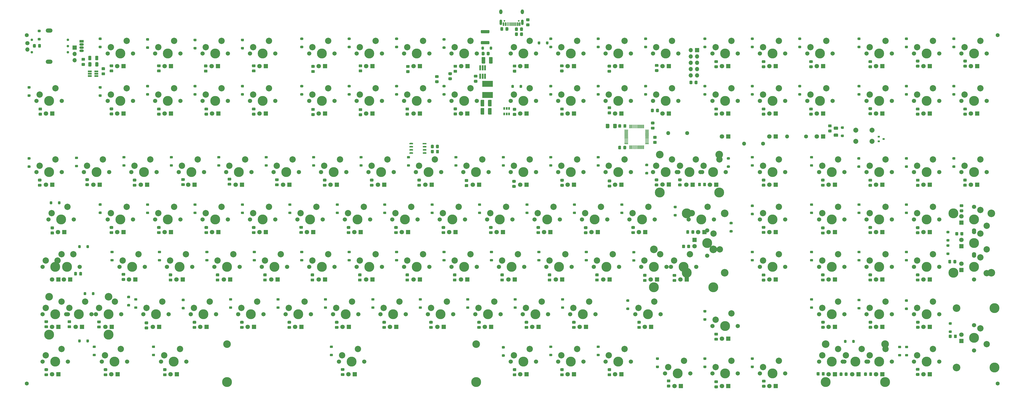
<source format=gbr>
G04 #@! TF.GenerationSoftware,KiCad,Pcbnew,(5.99.0-2421-g2ea5528cd)*
G04 #@! TF.CreationDate,2020-08-11T20:23:47-04:00*
G04 #@! TF.ProjectId,Boston-keyboard-S,426f7374-6f6e-42d6-9b65-79626f617264,rev?*
G04 #@! TF.SameCoordinates,Original*
G04 #@! TF.FileFunction,Soldermask,Bot*
G04 #@! TF.FilePolarity,Negative*
%FSLAX46Y46*%
G04 Gerber Fmt 4.6, Leading zero omitted, Abs format (unit mm)*
G04 Created by KiCad (PCBNEW (5.99.0-2421-g2ea5528cd)) date 2020-08-11 20:23:47*
%MOMM*%
%LPD*%
G01*
G04 APERTURE LIST*
%ADD10O,1.700000X1.700000*%
%ADD11C,1.700000*%
%ADD12O,1.800000X1.070000*%
%ADD13R,1.800000X1.070000*%
%ADD14R,1.700000X1.700000*%
%ADD15R,1.800000X1.800000*%
%ADD16C,1.800000*%
%ADD17C,1.600000*%
%ADD18O,1.600000X1.600000*%
%ADD19C,1.596000*%
%ADD20C,1.016000*%
%ADD21O,2.768600X1.651000*%
%ADD22C,3.987800*%
%ADD23C,1.701800*%
%ADD24C,2.540000*%
%ADD25C,3.048000*%
%ADD26R,1.550000X0.600000*%
%ADD27R,4.200000X2.400000*%
%ADD28C,0.650000*%
%ADD29O,1.300000X1.900000*%
%ADD30O,1.100000X2.200000*%
%ADD31C,2.000000*%
%ADD32R,0.650000X1.060000*%
%ADD33R,0.650000X2.000000*%
%ADD34R,1.560000X0.650000*%
%ADD35R,0.900000X0.800000*%
G04 APERTURE END LIST*
G36*
G01*
X84500000Y-44350000D02*
X84500000Y-43100000D01*
G75*
G02*
X84750000Y-42850000I250000J0D01*
G01*
X85500000Y-42850000D01*
G75*
G02*
X85750000Y-43100000I0J-250000D01*
G01*
X85750000Y-44350000D01*
G75*
G02*
X85500000Y-44600000I-250000J0D01*
G01*
X84750000Y-44600000D01*
G75*
G02*
X84500000Y-44350000I0J250000D01*
G01*
G37*
G36*
G01*
X81700000Y-44350000D02*
X81700000Y-43100000D01*
G75*
G02*
X81950000Y-42850000I250000J0D01*
G01*
X82700000Y-42850000D01*
G75*
G02*
X82950000Y-43100000I0J-250000D01*
G01*
X82950000Y-44350000D01*
G75*
G02*
X82700000Y-44600000I-250000J0D01*
G01*
X81950000Y-44600000D01*
G75*
G02*
X81700000Y-44350000I0J250000D01*
G01*
G37*
D10*
X57255000Y-37715000D03*
D11*
X57255000Y-35175000D03*
D12*
X79000000Y-38280000D03*
X79000000Y-37010000D03*
X79000000Y-35740000D03*
D13*
X79000000Y-34470000D03*
D10*
X76225000Y-42055000D03*
X76225000Y-39515000D03*
D14*
X76225000Y-36975000D03*
D15*
X381595000Y-130180000D03*
D16*
X379055000Y-130180000D03*
D15*
X181570000Y-92080000D03*
D16*
X179030000Y-92080000D03*
D15*
X419695000Y-168280000D03*
D16*
X417155000Y-168280000D03*
D15*
X253007500Y-130180000D03*
D16*
X250467500Y-130180000D03*
D15*
X238720000Y-92080000D03*
D16*
X236180000Y-92080000D03*
D15*
X152995000Y-111130000D03*
D16*
X150455000Y-111130000D03*
D15*
X295870000Y-168280000D03*
D16*
X293330000Y-168280000D03*
D15*
X333970000Y-92080000D03*
D16*
X331430000Y-92080000D03*
D15*
X167282500Y-149230000D03*
D16*
X164742500Y-149230000D03*
D15*
X233957500Y-63505000D03*
D16*
X231417500Y-63505000D03*
D15*
X338732500Y-153992500D03*
D16*
X336192500Y-153992500D03*
D15*
X69651250Y-168280000D03*
D16*
X67111250Y-168280000D03*
D15*
X419695000Y-92080000D03*
D16*
X417155000Y-92080000D03*
D15*
X438745000Y-44429600D03*
D16*
X436205000Y-44429600D03*
D15*
X114895000Y-63505000D03*
D16*
X112355000Y-63505000D03*
D15*
X195857500Y-44455000D03*
D16*
X193317500Y-44455000D03*
D15*
X114895000Y-111130000D03*
D16*
X112355000Y-111130000D03*
D15*
X400645000Y-63530400D03*
D16*
X398105000Y-63530400D03*
D15*
X419695000Y-44429600D03*
D16*
X417155000Y-44429600D03*
D15*
X381595000Y-149230000D03*
D16*
X379055000Y-149230000D03*
D15*
X276820000Y-168280000D03*
D16*
X274280000Y-168280000D03*
D15*
X233995600Y-44455000D03*
D16*
X231455600Y-44455000D03*
D15*
X432395000Y-107320000D03*
D16*
X432395000Y-104780000D03*
D15*
X138707500Y-130180000D03*
D16*
X136167500Y-130180000D03*
D15*
X210145000Y-111130000D03*
D16*
X207605000Y-111130000D03*
D15*
X314915000Y-92062500D03*
D16*
X312375000Y-92062500D03*
D15*
X257770000Y-44455000D03*
D16*
X255230000Y-44455000D03*
D15*
X329207500Y-111130000D03*
D16*
X326667500Y-111130000D03*
D15*
X67270000Y-92080000D03*
D16*
X64730000Y-92080000D03*
D15*
X357782500Y-111130000D03*
D16*
X355242500Y-111130000D03*
D15*
X91082500Y-149230000D03*
D16*
X88542500Y-149230000D03*
D15*
X381595000Y-92080000D03*
D16*
X379055000Y-92080000D03*
D15*
X119657500Y-130180000D03*
D16*
X117117500Y-130180000D03*
D15*
X419695000Y-149230000D03*
D16*
X417155000Y-149230000D03*
D15*
X257770000Y-63505000D03*
D16*
X255230000Y-63505000D03*
D15*
X314920000Y-63500000D03*
D16*
X312380000Y-63500000D03*
D15*
X438745000Y-63479600D03*
D16*
X436205000Y-63479600D03*
D15*
X338732500Y-72712500D03*
D16*
X336192500Y-72712500D03*
D15*
X432395000Y-116845000D03*
D16*
X432395000Y-114305000D03*
D15*
X219670000Y-92080000D03*
D16*
X217130000Y-92080000D03*
D15*
X69651250Y-130180000D03*
D16*
X67111250Y-130180000D03*
D15*
X114895000Y-44455000D03*
D16*
X112355000Y-44455000D03*
D15*
X432395000Y-154945000D03*
D16*
X432395000Y-152405000D03*
D15*
X152995000Y-44455000D03*
D16*
X150455000Y-44455000D03*
D15*
X205382500Y-149230000D03*
D16*
X202842500Y-149230000D03*
D15*
X214907500Y-44455000D03*
D16*
X212367500Y-44455000D03*
D15*
X105370000Y-92080000D03*
D16*
X102830000Y-92080000D03*
D15*
X295870000Y-63505000D03*
D16*
X293330000Y-63505000D03*
D17*
X352700000Y-75600000D03*
D18*
X345080000Y-75600000D03*
D15*
X338745200Y-44455000D03*
D16*
X336205200Y-44455000D03*
D15*
X200620000Y-92080000D03*
D16*
X198080000Y-92080000D03*
D15*
X419695000Y-63530400D03*
D16*
X417155000Y-63530400D03*
D15*
X93463750Y-168280000D03*
D16*
X90923750Y-168280000D03*
D15*
X438745000Y-92080000D03*
D16*
X436205000Y-92080000D03*
D15*
X186332500Y-149230000D03*
D16*
X183792500Y-149230000D03*
D15*
X117276250Y-168280000D03*
D16*
X114736250Y-168280000D03*
D15*
X257770000Y-168280000D03*
D16*
X255230000Y-168280000D03*
D15*
X276820000Y-92080000D03*
D16*
X274280000Y-92080000D03*
D15*
X357782500Y-130180000D03*
D16*
X355242500Y-130180000D03*
D19*
X447000000Y-32000000D03*
D15*
X357782500Y-72712500D03*
D16*
X355242500Y-72712500D03*
D15*
X338732500Y-63500000D03*
D16*
X336192500Y-63500000D03*
D15*
X95845000Y-63505000D03*
D16*
X93305000Y-63505000D03*
D15*
X176807500Y-44455000D03*
D16*
X174267500Y-44455000D03*
D15*
X172045000Y-111130000D03*
D16*
X169505000Y-111130000D03*
D15*
X176807500Y-63505000D03*
D16*
X174267500Y-63505000D03*
D15*
X176807500Y-130180000D03*
D16*
X174267500Y-130180000D03*
D15*
X381595000Y-168280000D03*
D16*
X379055000Y-168280000D03*
D15*
X276820000Y-63505000D03*
D16*
X274280000Y-63505000D03*
D15*
X325238750Y-114305000D03*
D16*
X325238750Y-116845000D03*
D15*
X69651250Y-149230000D03*
D16*
X67111250Y-149230000D03*
D15*
X400645000Y-130180000D03*
D16*
X398105000Y-130180000D03*
D15*
X162520000Y-92080000D03*
D16*
X159980000Y-92080000D03*
D15*
X248245000Y-111130000D03*
D16*
X245705000Y-111130000D03*
D15*
X400645000Y-149230000D03*
D16*
X398105000Y-149230000D03*
D15*
X400645000Y-92080000D03*
D16*
X398105000Y-92080000D03*
D15*
X95845000Y-44455000D03*
D16*
X93305000Y-44455000D03*
D19*
X57000000Y-172000000D03*
D15*
X257770000Y-92080000D03*
D16*
X255230000Y-92080000D03*
D15*
X157757500Y-130180000D03*
D16*
X155217500Y-130180000D03*
D15*
X191095000Y-111130000D03*
D16*
X188555000Y-111130000D03*
D15*
X400645000Y-44480400D03*
D16*
X398105000Y-44480400D03*
D15*
X110132500Y-149230000D03*
D16*
X107592500Y-149230000D03*
D15*
X67270000Y-63530400D03*
D16*
X64730000Y-63530400D03*
D15*
X357800000Y-63500000D03*
D16*
X355260000Y-63500000D03*
D15*
X319682500Y-173042500D03*
D16*
X317142500Y-173042500D03*
D15*
X322063750Y-130180000D03*
D16*
X319523750Y-130180000D03*
D15*
X276820000Y-44455000D03*
D16*
X274280000Y-44455000D03*
D15*
X357782500Y-92080000D03*
D16*
X355242500Y-92080000D03*
D15*
X224432500Y-149230000D03*
D16*
X221892500Y-149230000D03*
D15*
X229195000Y-111130000D03*
D16*
X226655000Y-111130000D03*
D15*
X357782500Y-173042500D03*
D16*
X355242500Y-173042500D03*
D15*
X133818000Y-44455000D03*
D16*
X131278000Y-44455000D03*
D19*
X57000000Y-32000000D03*
D15*
X262532500Y-149230000D03*
D16*
X259992500Y-149230000D03*
D15*
X432395000Y-126370000D03*
D16*
X432395000Y-123830000D03*
D15*
X324445000Y-92080000D03*
D16*
X321905000Y-92080000D03*
D15*
X100607500Y-130180000D03*
D16*
X98067500Y-130180000D03*
D15*
X376832500Y-63500000D03*
D16*
X374292500Y-63500000D03*
D15*
X419695000Y-130180000D03*
D16*
X417155000Y-130180000D03*
D15*
X419695000Y-111130000D03*
D16*
X417155000Y-111130000D03*
D15*
X72032500Y-111130000D03*
D16*
X69492500Y-111130000D03*
D15*
X291107500Y-130180000D03*
D16*
X288567500Y-130180000D03*
D15*
X338732500Y-173042500D03*
D16*
X336192500Y-173042500D03*
D15*
X286345000Y-111130000D03*
D16*
X283805000Y-111130000D03*
D20*
X73500000Y-38875000D03*
D21*
X66000000Y-30125000D03*
D20*
X73500000Y-33875000D03*
X59000000Y-33875000D03*
X59000000Y-38875000D03*
D21*
X66000000Y-42625000D03*
D20*
X73500000Y-36375000D03*
D15*
X307776250Y-149230000D03*
D16*
X305236250Y-149230000D03*
D15*
X152995000Y-63505000D03*
D16*
X150455000Y-63505000D03*
D15*
X272057500Y-130180000D03*
D16*
X269517500Y-130180000D03*
D15*
X124420000Y-92080000D03*
D16*
X121880000Y-92080000D03*
D15*
X233957500Y-130180000D03*
D16*
X231417500Y-130180000D03*
D15*
X314920000Y-44455000D03*
D16*
X312380000Y-44455000D03*
D15*
X133945000Y-63505000D03*
D16*
X131405000Y-63505000D03*
D15*
X129182500Y-149230000D03*
D16*
X126642500Y-149230000D03*
D15*
X188713750Y-168280000D03*
D16*
X186173750Y-168280000D03*
D15*
X305395000Y-111130000D03*
D16*
X302855000Y-111130000D03*
D15*
X295870000Y-44455000D03*
D16*
X293330000Y-44455000D03*
D17*
X370000000Y-72700000D03*
D18*
X362380000Y-72700000D03*
D15*
X214907500Y-130180000D03*
D16*
X212367500Y-130180000D03*
D15*
X79176250Y-149230000D03*
D16*
X76636250Y-149230000D03*
D15*
X400645000Y-168280000D03*
D16*
X398105000Y-168280000D03*
D15*
X281582500Y-149230000D03*
D16*
X279042500Y-149230000D03*
D15*
X357782500Y-44429600D03*
D16*
X355242500Y-44429600D03*
D15*
X143470000Y-92080000D03*
D16*
X140930000Y-92080000D03*
D15*
X391120000Y-168280000D03*
D16*
X388580000Y-168280000D03*
D15*
X310157500Y-130180000D03*
D16*
X307617500Y-130180000D03*
D15*
X295870000Y-92080000D03*
D16*
X293330000Y-92080000D03*
D15*
X95845000Y-111130000D03*
D16*
X93305000Y-111130000D03*
D14*
X326250000Y-38000000D03*
D10*
X323710000Y-38000000D03*
X326250000Y-40540000D03*
X323710000Y-40540000D03*
X326250000Y-43080000D03*
X323710000Y-43080000D03*
X326250000Y-45620000D03*
X323710000Y-45620000D03*
X326250000Y-48160000D03*
X323710000Y-48160000D03*
D15*
X74413750Y-130180000D03*
D16*
X71873750Y-130180000D03*
D15*
X214907500Y-63505000D03*
D16*
X212367500Y-63505000D03*
D15*
X376832500Y-72712500D03*
D16*
X374292500Y-72712500D03*
D17*
X322220000Y-71400000D03*
D18*
X314600000Y-71400000D03*
D15*
X376832500Y-44480400D03*
D16*
X374292500Y-44480400D03*
D15*
X86320000Y-92080000D03*
D16*
X83780000Y-92080000D03*
D15*
X267295000Y-111130000D03*
D16*
X264755000Y-111130000D03*
D15*
X243482500Y-149230000D03*
D16*
X240942500Y-149230000D03*
D15*
X133945000Y-111130000D03*
D16*
X131405000Y-111130000D03*
D15*
X195857500Y-130180000D03*
D16*
X193317500Y-130180000D03*
D15*
X381595000Y-111130000D03*
D16*
X379055000Y-111130000D03*
D19*
X447000000Y-172000000D03*
D15*
X148232500Y-149230000D03*
D16*
X145692500Y-149230000D03*
D15*
X195857500Y-63505000D03*
D16*
X193317500Y-63505000D03*
D15*
X400645000Y-111130000D03*
D16*
X398105000Y-111130000D03*
G36*
G01*
X374280000Y-168571251D02*
X374280000Y-167671249D01*
G75*
G02*
X374529999Y-167421250I249999J0D01*
G01*
X375180001Y-167421250D01*
G75*
G02*
X375430000Y-167671249I0J-249999D01*
G01*
X375430000Y-168571251D01*
G75*
G02*
X375180001Y-168821250I-249999J0D01*
G01*
X374529999Y-168821250D01*
G75*
G02*
X374280000Y-168571251I0J249999D01*
G01*
G37*
G36*
G01*
X376330000Y-168571251D02*
X376330000Y-167671249D01*
G75*
G02*
X376579999Y-167421250I249999J0D01*
G01*
X377230001Y-167421250D01*
G75*
G02*
X377480000Y-167671249I0J-249999D01*
G01*
X377480000Y-168571251D01*
G75*
G02*
X377230001Y-168821250I-249999J0D01*
G01*
X376579999Y-168821250D01*
G75*
G02*
X376330000Y-168571251I0J249999D01*
G01*
G37*
G36*
G01*
X124228750Y-99613750D02*
X124928750Y-99613750D01*
G75*
G02*
X125178750Y-99863750I0J-250000D01*
G01*
X125178750Y-100363750D01*
G75*
G02*
X124928750Y-100613750I-250000J0D01*
G01*
X124228750Y-100613750D01*
G75*
G02*
X123978750Y-100363750I0J250000D01*
G01*
X123978750Y-99863750D01*
G75*
G02*
X124228750Y-99613750I250000J0D01*
G01*
G37*
G36*
G01*
X124228750Y-102913750D02*
X124928750Y-102913750D01*
G75*
G02*
X125178750Y-103163750I0J-250000D01*
G01*
X125178750Y-103663750D01*
G75*
G02*
X124928750Y-103913750I-250000J0D01*
G01*
X124228750Y-103913750D01*
G75*
G02*
X123978750Y-103663750I0J250000D01*
G01*
X123978750Y-103163750D01*
G75*
G02*
X124228750Y-102913750I250000J0D01*
G01*
G37*
D22*
X275550000Y-87000000D03*
D23*
X270470000Y-87000000D03*
X280630000Y-87000000D03*
D24*
X278090000Y-81920000D03*
X271740000Y-84460000D03*
G36*
G01*
X79200000Y-127449999D02*
X79200000Y-128350001D01*
G75*
G02*
X78950001Y-128600000I-249999J0D01*
G01*
X78299999Y-128600000D01*
G75*
G02*
X78050000Y-128350001I0J249999D01*
G01*
X78050000Y-127449999D01*
G75*
G02*
X78299999Y-127200000I249999J0D01*
G01*
X78950001Y-127200000D01*
G75*
G02*
X79200000Y-127449999I0J-249999D01*
G01*
G37*
G36*
G01*
X77150000Y-127449999D02*
X77150000Y-128350001D01*
G75*
G02*
X76900001Y-128600000I-249999J0D01*
G01*
X76249999Y-128600000D01*
G75*
G02*
X76000000Y-128350001I0J249999D01*
G01*
X76000000Y-127449999D01*
G75*
G02*
X76249999Y-127200000I249999J0D01*
G01*
X76900001Y-127200000D01*
G75*
G02*
X77150000Y-127449999I0J-249999D01*
G01*
G37*
G36*
G01*
X147703124Y-108736250D02*
X148603126Y-108736250D01*
G75*
G02*
X148853125Y-108986249I0J-249999D01*
G01*
X148853125Y-109636251D01*
G75*
G02*
X148603126Y-109886250I-249999J0D01*
G01*
X147703124Y-109886250D01*
G75*
G02*
X147453125Y-109636251I0J249999D01*
G01*
X147453125Y-108986249D01*
G75*
G02*
X147703124Y-108736250I249999J0D01*
G01*
G37*
G36*
G01*
X147703124Y-110786250D02*
X148603126Y-110786250D01*
G75*
G02*
X148853125Y-111036249I0J-249999D01*
G01*
X148853125Y-111686251D01*
G75*
G02*
X148603126Y-111936250I-249999J0D01*
G01*
X147703124Y-111936250D01*
G75*
G02*
X147453125Y-111686251I0J249999D01*
G01*
X147453125Y-111036249D01*
G75*
G02*
X147703124Y-110786250I249999J0D01*
G01*
G37*
D25*
X377912000Y-156215000D03*
D22*
X389850000Y-163200000D03*
D23*
X384770000Y-163200000D03*
X394930000Y-163200000D03*
D22*
X377912000Y-171455000D03*
D25*
X401788000Y-156215000D03*
D22*
X401788000Y-171455000D03*
D24*
X392390000Y-158120000D03*
X386040000Y-160660000D03*
G36*
G01*
X238528750Y-99613750D02*
X239228750Y-99613750D01*
G75*
G02*
X239478750Y-99863750I0J-250000D01*
G01*
X239478750Y-100363750D01*
G75*
G02*
X239228750Y-100613750I-250000J0D01*
G01*
X238528750Y-100613750D01*
G75*
G02*
X238278750Y-100363750I0J250000D01*
G01*
X238278750Y-99863750D01*
G75*
G02*
X238528750Y-99613750I250000J0D01*
G01*
G37*
G36*
G01*
X238528750Y-102913750D02*
X239228750Y-102913750D01*
G75*
G02*
X239478750Y-103163750I0J-250000D01*
G01*
X239478750Y-103663750D01*
G75*
G02*
X239228750Y-103913750I-250000J0D01*
G01*
X238528750Y-103913750D01*
G75*
G02*
X238278750Y-103663750I0J250000D01*
G01*
X238278750Y-103163750D01*
G75*
G02*
X238528750Y-102913750I250000J0D01*
G01*
G37*
G36*
G01*
X257800000Y-25225000D02*
X258700000Y-25225000D01*
G75*
G02*
X258950000Y-25475000I0J-250000D01*
G01*
X258950000Y-26125000D01*
G75*
G02*
X258700000Y-26375000I-250000J0D01*
G01*
X257800000Y-26375000D01*
G75*
G02*
X257550000Y-26125000I0J250000D01*
G01*
X257550000Y-25475000D01*
G75*
G02*
X257800000Y-25225000I250000J0D01*
G01*
G37*
G36*
G01*
X257800000Y-27275000D02*
X258700000Y-27275000D01*
G75*
G02*
X258950000Y-27525000I0J-250000D01*
G01*
X258950000Y-28175000D01*
G75*
G02*
X258700000Y-28425000I-250000J0D01*
G01*
X257800000Y-28425000D01*
G75*
G02*
X257550000Y-28175000I0J250000D01*
G01*
X257550000Y-27525000D01*
G75*
G02*
X257800000Y-27275000I250000J0D01*
G01*
G37*
G36*
G01*
X255950000Y-52250000D02*
X255950000Y-52950000D01*
G75*
G02*
X255700000Y-53200000I-250000J0D01*
G01*
X255200000Y-53200000D01*
G75*
G02*
X254950000Y-52950000I0J250000D01*
G01*
X254950000Y-52250000D01*
G75*
G02*
X255200000Y-52000000I250000J0D01*
G01*
X255700000Y-52000000D01*
G75*
G02*
X255950000Y-52250000I0J-250000D01*
G01*
G37*
G36*
G01*
X252650000Y-52250000D02*
X252650000Y-52950000D01*
G75*
G02*
X252400000Y-53200000I-250000J0D01*
G01*
X251900000Y-53200000D01*
G75*
G02*
X251650000Y-52950000I0J250000D01*
G01*
X251650000Y-52250000D01*
G75*
G02*
X251900000Y-52000000I250000J0D01*
G01*
X252400000Y-52000000D01*
G75*
G02*
X252650000Y-52250000I0J-250000D01*
G01*
G37*
G36*
G01*
X222530000Y-78350000D02*
X222530000Y-79250000D01*
G75*
G02*
X222280000Y-79500000I-250000J0D01*
G01*
X221630000Y-79500000D01*
G75*
G02*
X221380000Y-79250000I0J250000D01*
G01*
X221380000Y-78350000D01*
G75*
G02*
X221630000Y-78100000I250000J0D01*
G01*
X222280000Y-78100000D01*
G75*
G02*
X222530000Y-78350000I0J-250000D01*
G01*
G37*
G36*
G01*
X220480000Y-78350000D02*
X220480000Y-79250000D01*
G75*
G02*
X220230000Y-79500000I-250000J0D01*
G01*
X219580000Y-79500000D01*
G75*
G02*
X219330000Y-79250000I0J250000D01*
G01*
X219330000Y-78350000D01*
G75*
G02*
X219580000Y-78100000I250000J0D01*
G01*
X220230000Y-78100000D01*
G75*
G02*
X220480000Y-78350000I0J-250000D01*
G01*
G37*
G36*
G01*
X97558750Y-136761250D02*
X98258750Y-136761250D01*
G75*
G02*
X98508750Y-137011250I0J-250000D01*
G01*
X98508750Y-137511250D01*
G75*
G02*
X98258750Y-137761250I-250000J0D01*
G01*
X97558750Y-137761250D01*
G75*
G02*
X97308750Y-137511250I0J250000D01*
G01*
X97308750Y-137011250D01*
G75*
G02*
X97558750Y-136761250I250000J0D01*
G01*
G37*
G36*
G01*
X97558750Y-140061250D02*
X98258750Y-140061250D01*
G75*
G02*
X98508750Y-140311250I0J-250000D01*
G01*
X98508750Y-140811250D01*
G75*
G02*
X98258750Y-141061250I-250000J0D01*
G01*
X97558750Y-141061250D01*
G75*
G02*
X97308750Y-140811250I0J250000D01*
G01*
X97308750Y-140311250D01*
G75*
G02*
X97558750Y-140061250I250000J0D01*
G01*
G37*
D23*
X256817500Y-125100000D03*
D22*
X251737500Y-125100000D03*
D23*
X246657500Y-125100000D03*
D24*
X254277500Y-120020000D03*
X247927500Y-122560000D03*
G36*
G01*
X262003124Y-108736250D02*
X262903126Y-108736250D01*
G75*
G02*
X263153125Y-108986249I0J-249999D01*
G01*
X263153125Y-109636251D01*
G75*
G02*
X262903126Y-109886250I-249999J0D01*
G01*
X262003124Y-109886250D01*
G75*
G02*
X261753125Y-109636251I0J249999D01*
G01*
X261753125Y-108986249D01*
G75*
G02*
X262003124Y-108736250I249999J0D01*
G01*
G37*
G36*
G01*
X262003124Y-110786250D02*
X262903126Y-110786250D01*
G75*
G02*
X263153125Y-111036249I0J-249999D01*
G01*
X263153125Y-111686251D01*
G75*
G02*
X262903126Y-111936250I-249999J0D01*
G01*
X262003124Y-111936250D01*
G75*
G02*
X261753125Y-111686251I0J249999D01*
G01*
X261753125Y-111036249D01*
G75*
G02*
X262003124Y-110786250I249999J0D01*
G01*
G37*
G36*
G01*
X286153750Y-51988750D02*
X286853750Y-51988750D01*
G75*
G02*
X287103750Y-52238750I0J-250000D01*
G01*
X287103750Y-52738750D01*
G75*
G02*
X286853750Y-52988750I-250000J0D01*
G01*
X286153750Y-52988750D01*
G75*
G02*
X285903750Y-52738750I0J250000D01*
G01*
X285903750Y-52238750D01*
G75*
G02*
X286153750Y-51988750I250000J0D01*
G01*
G37*
G36*
G01*
X286153750Y-55288750D02*
X286853750Y-55288750D01*
G75*
G02*
X287103750Y-55538750I0J-250000D01*
G01*
X287103750Y-56038750D01*
G75*
G02*
X286853750Y-56288750I-250000J0D01*
G01*
X286153750Y-56288750D01*
G75*
G02*
X285903750Y-56038750I0J250000D01*
G01*
X285903750Y-55538750D01*
G75*
G02*
X286153750Y-55288750I250000J0D01*
G01*
G37*
G36*
G01*
X239300000Y-63674999D02*
X239300000Y-61525001D01*
G75*
G02*
X239550001Y-61275000I250001J0D01*
G01*
X240474999Y-61275000D01*
G75*
G02*
X240725000Y-61525001I0J-250001D01*
G01*
X240725000Y-63674999D01*
G75*
G02*
X240474999Y-63925000I-250001J0D01*
G01*
X239550001Y-63925000D01*
G75*
G02*
X239300000Y-63674999I0J250001D01*
G01*
G37*
G36*
G01*
X242275000Y-63674999D02*
X242275000Y-61525001D01*
G75*
G02*
X242525001Y-61275000I250001J0D01*
G01*
X243449999Y-61275000D01*
G75*
G02*
X243700000Y-61525001I0J-250001D01*
G01*
X243700000Y-63674999D01*
G75*
G02*
X243449999Y-63925000I-250001J0D01*
G01*
X242525001Y-63925000D01*
G75*
G02*
X242275000Y-63674999I0J250001D01*
G01*
G37*
G36*
G01*
X156989999Y-89527500D02*
X157890001Y-89527500D01*
G75*
G02*
X158140000Y-89777499I0J-249999D01*
G01*
X158140000Y-90427501D01*
G75*
G02*
X157890001Y-90677500I-249999J0D01*
G01*
X156989999Y-90677500D01*
G75*
G02*
X156740000Y-90427501I0J249999D01*
G01*
X156740000Y-89777499D01*
G75*
G02*
X156989999Y-89527500I249999J0D01*
G01*
G37*
G36*
G01*
X156989999Y-91577500D02*
X157890001Y-91577500D01*
G75*
G02*
X158140000Y-91827499I0J-249999D01*
G01*
X158140000Y-92477501D01*
G75*
G02*
X157890001Y-92727500I-249999J0D01*
G01*
X156989999Y-92727500D01*
G75*
G02*
X156740000Y-92477501I0J249999D01*
G01*
X156740000Y-91827499D01*
G75*
G02*
X156989999Y-91577500I249999J0D01*
G01*
G37*
D23*
X413345000Y-163200000D03*
D22*
X418425000Y-163200000D03*
D23*
X423505000Y-163200000D03*
D24*
X420965000Y-158120000D03*
X414615000Y-160660000D03*
G36*
G01*
X66769999Y-108895000D02*
X67670001Y-108895000D01*
G75*
G02*
X67920000Y-109144999I0J-249999D01*
G01*
X67920000Y-109795001D01*
G75*
G02*
X67670001Y-110045000I-249999J0D01*
G01*
X66769999Y-110045000D01*
G75*
G02*
X66520000Y-109795001I0J249999D01*
G01*
X66520000Y-109144999D01*
G75*
G02*
X66769999Y-108895000I249999J0D01*
G01*
G37*
G36*
G01*
X66769999Y-110945000D02*
X67670001Y-110945000D01*
G75*
G02*
X67920000Y-111194999I0J-249999D01*
G01*
X67920000Y-111845001D01*
G75*
G02*
X67670001Y-112095000I-249999J0D01*
G01*
X66769999Y-112095000D01*
G75*
G02*
X66520000Y-111845001I0J249999D01*
G01*
X66520000Y-111194999D01*
G75*
G02*
X66769999Y-110945000I249999J0D01*
G01*
G37*
G36*
G01*
X252239999Y-90162500D02*
X253140001Y-90162500D01*
G75*
G02*
X253390000Y-90412499I0J-249999D01*
G01*
X253390000Y-91062501D01*
G75*
G02*
X253140001Y-91312500I-249999J0D01*
G01*
X252239999Y-91312500D01*
G75*
G02*
X251990000Y-91062501I0J249999D01*
G01*
X251990000Y-90412499D01*
G75*
G02*
X252239999Y-90162500I249999J0D01*
G01*
G37*
G36*
G01*
X252239999Y-92212500D02*
X253140001Y-92212500D01*
G75*
G02*
X253390000Y-92462499I0J-249999D01*
G01*
X253390000Y-93112501D01*
G75*
G02*
X253140001Y-93362500I-249999J0D01*
G01*
X252239999Y-93362500D01*
G75*
G02*
X251990000Y-93112501I0J249999D01*
G01*
X251990000Y-92462499D01*
G75*
G02*
X252239999Y-92212500I249999J0D01*
G01*
G37*
G36*
G01*
X291425001Y-47075000D02*
X290524999Y-47075000D01*
G75*
G02*
X290275000Y-46825001I0J249999D01*
G01*
X290275000Y-46174999D01*
G75*
G02*
X290524999Y-45925000I249999J0D01*
G01*
X291425001Y-45925000D01*
G75*
G02*
X291675000Y-46174999I0J-249999D01*
G01*
X291675000Y-46825001D01*
G75*
G02*
X291425001Y-47075000I-249999J0D01*
G01*
G37*
G36*
G01*
X291425001Y-45025000D02*
X290524999Y-45025000D01*
G75*
G02*
X290275000Y-44775001I0J249999D01*
G01*
X290275000Y-44124999D01*
G75*
G02*
X290524999Y-43875000I249999J0D01*
G01*
X291425001Y-43875000D01*
G75*
G02*
X291675000Y-44124999I0J-249999D01*
G01*
X291675000Y-44775001D01*
G75*
G02*
X291425001Y-45025000I-249999J0D01*
G01*
G37*
G36*
G01*
X190327499Y-127786250D02*
X191227501Y-127786250D01*
G75*
G02*
X191477500Y-128036249I0J-249999D01*
G01*
X191477500Y-128686251D01*
G75*
G02*
X191227501Y-128936250I-249999J0D01*
G01*
X190327499Y-128936250D01*
G75*
G02*
X190077500Y-128686251I0J249999D01*
G01*
X190077500Y-128036249D01*
G75*
G02*
X190327499Y-127786250I249999J0D01*
G01*
G37*
G36*
G01*
X190327499Y-129836250D02*
X191227501Y-129836250D01*
G75*
G02*
X191477500Y-130086249I0J-249999D01*
G01*
X191477500Y-130736251D01*
G75*
G02*
X191227501Y-130986250I-249999J0D01*
G01*
X190327499Y-130986250D01*
G75*
G02*
X190077500Y-130736251I0J249999D01*
G01*
X190077500Y-130086249D01*
G75*
G02*
X190327499Y-129836250I249999J0D01*
G01*
G37*
G36*
G01*
X224241250Y-51988750D02*
X224941250Y-51988750D01*
G75*
G02*
X225191250Y-52238750I0J-250000D01*
G01*
X225191250Y-52738750D01*
G75*
G02*
X224941250Y-52988750I-250000J0D01*
G01*
X224241250Y-52988750D01*
G75*
G02*
X223991250Y-52738750I0J250000D01*
G01*
X223991250Y-52238750D01*
G75*
G02*
X224241250Y-51988750I250000J0D01*
G01*
G37*
G36*
G01*
X224241250Y-55288750D02*
X224941250Y-55288750D01*
G75*
G02*
X225191250Y-55538750I0J-250000D01*
G01*
X225191250Y-56038750D01*
G75*
G02*
X224941250Y-56288750I-250000J0D01*
G01*
X224241250Y-56288750D01*
G75*
G02*
X223991250Y-56038750I0J250000D01*
G01*
X223991250Y-55538750D01*
G75*
G02*
X224241250Y-55288750I250000J0D01*
G01*
G37*
G36*
G01*
X253375001Y-47025000D02*
X252474999Y-47025000D01*
G75*
G02*
X252225000Y-46775001I0J249999D01*
G01*
X252225000Y-46124999D01*
G75*
G02*
X252474999Y-45875000I249999J0D01*
G01*
X253375001Y-45875000D01*
G75*
G02*
X253625000Y-46124999I0J-249999D01*
G01*
X253625000Y-46775001D01*
G75*
G02*
X253375001Y-47025000I-249999J0D01*
G01*
G37*
G36*
G01*
X253375001Y-44975000D02*
X252474999Y-44975000D01*
G75*
G02*
X252225000Y-44725001I0J249999D01*
G01*
X252225000Y-44074999D01*
G75*
G02*
X252474999Y-43825000I249999J0D01*
G01*
X253375001Y-43825000D01*
G75*
G02*
X253625000Y-44074999I0J-249999D01*
G01*
X253625000Y-44725001D01*
G75*
G02*
X253375001Y-44975000I-249999J0D01*
G01*
G37*
G36*
G01*
X276290624Y-146836250D02*
X277190626Y-146836250D01*
G75*
G02*
X277440625Y-147086249I0J-249999D01*
G01*
X277440625Y-147736251D01*
G75*
G02*
X277190626Y-147986250I-249999J0D01*
G01*
X276290624Y-147986250D01*
G75*
G02*
X276040625Y-147736251I0J249999D01*
G01*
X276040625Y-147086249D01*
G75*
G02*
X276290624Y-146836250I249999J0D01*
G01*
G37*
G36*
G01*
X276290624Y-148886250D02*
X277190626Y-148886250D01*
G75*
G02*
X277440625Y-149136249I0J-249999D01*
G01*
X277440625Y-149786251D01*
G75*
G02*
X277190626Y-150036250I-249999J0D01*
G01*
X276290624Y-150036250D01*
G75*
G02*
X276040625Y-149786251I0J249999D01*
G01*
X276040625Y-149136249D01*
G75*
G02*
X276290624Y-148886250I249999J0D01*
G01*
G37*
D23*
X99655000Y-58425000D03*
X89495000Y-58425000D03*
D22*
X94575000Y-58425000D03*
D24*
X97115000Y-53345000D03*
X90765000Y-55885000D03*
D22*
X304125000Y-106050000D03*
D23*
X299045000Y-106050000D03*
X309205000Y-106050000D03*
D24*
X306665000Y-100970000D03*
X300315000Y-103510000D03*
G36*
G01*
X276628750Y-99613750D02*
X277328750Y-99613750D01*
G75*
G02*
X277578750Y-99863750I0J-250000D01*
G01*
X277578750Y-100363750D01*
G75*
G02*
X277328750Y-100613750I-250000J0D01*
G01*
X276628750Y-100613750D01*
G75*
G02*
X276378750Y-100363750I0J250000D01*
G01*
X276378750Y-99863750D01*
G75*
G02*
X276628750Y-99613750I250000J0D01*
G01*
G37*
G36*
G01*
X276628750Y-102913750D02*
X277328750Y-102913750D01*
G75*
G02*
X277578750Y-103163750I0J-250000D01*
G01*
X277578750Y-103663750D01*
G75*
G02*
X277328750Y-103913750I-250000J0D01*
G01*
X276628750Y-103913750D01*
G75*
G02*
X276378750Y-103663750I0J250000D01*
G01*
X276378750Y-103163750D01*
G75*
G02*
X276628750Y-102913750I250000J0D01*
G01*
G37*
D23*
X218717500Y-39375000D03*
D22*
X213637500Y-39375000D03*
D23*
X208557500Y-39375000D03*
D24*
X216177500Y-34295000D03*
X209827500Y-36835000D03*
G36*
G01*
X414403124Y-61111250D02*
X415303126Y-61111250D01*
G75*
G02*
X415553125Y-61361249I0J-249999D01*
G01*
X415553125Y-62011251D01*
G75*
G02*
X415303126Y-62261250I-249999J0D01*
G01*
X414403124Y-62261250D01*
G75*
G02*
X414153125Y-62011251I0J249999D01*
G01*
X414153125Y-61361249D01*
G75*
G02*
X414403124Y-61111250I249999J0D01*
G01*
G37*
G36*
G01*
X414403124Y-63161250D02*
X415303126Y-63161250D01*
G75*
G02*
X415553125Y-63411249I0J-249999D01*
G01*
X415553125Y-64061251D01*
G75*
G02*
X415303126Y-64311250I-249999J0D01*
G01*
X414403124Y-64311250D01*
G75*
G02*
X414153125Y-64061251I0J249999D01*
G01*
X414153125Y-63411249D01*
G75*
G02*
X414403124Y-63161250I249999J0D01*
G01*
G37*
G36*
G01*
X348066250Y-80563750D02*
X348766250Y-80563750D01*
G75*
G02*
X349016250Y-80813750I0J-250000D01*
G01*
X349016250Y-81313750D01*
G75*
G02*
X348766250Y-81563750I-250000J0D01*
G01*
X348066250Y-81563750D01*
G75*
G02*
X347816250Y-81313750I0J250000D01*
G01*
X347816250Y-80813750D01*
G75*
G02*
X348066250Y-80563750I250000J0D01*
G01*
G37*
G36*
G01*
X348066250Y-83863750D02*
X348766250Y-83863750D01*
G75*
G02*
X349016250Y-84113750I0J-250000D01*
G01*
X349016250Y-84613750D01*
G75*
G02*
X348766250Y-84863750I-250000J0D01*
G01*
X348066250Y-84863750D01*
G75*
G02*
X347816250Y-84613750I0J250000D01*
G01*
X347816250Y-84113750D01*
G75*
G02*
X348066250Y-83863750I250000J0D01*
G01*
G37*
G36*
G01*
X171277499Y-127786250D02*
X172177501Y-127786250D01*
G75*
G02*
X172427500Y-128036249I0J-249999D01*
G01*
X172427500Y-128686251D01*
G75*
G02*
X172177501Y-128936250I-249999J0D01*
G01*
X171277499Y-128936250D01*
G75*
G02*
X171027500Y-128686251I0J249999D01*
G01*
X171027500Y-128036249D01*
G75*
G02*
X171277499Y-127786250I249999J0D01*
G01*
G37*
G36*
G01*
X171277499Y-129836250D02*
X172177501Y-129836250D01*
G75*
G02*
X172427500Y-130086249I0J-249999D01*
G01*
X172427500Y-130736251D01*
G75*
G02*
X172177501Y-130986250I-249999J0D01*
G01*
X171277499Y-130986250D01*
G75*
G02*
X171027500Y-130736251I0J249999D01*
G01*
X171027500Y-130086249D01*
G75*
G02*
X171277499Y-129836250I249999J0D01*
G01*
G37*
G36*
G01*
X209377499Y-127786250D02*
X210277501Y-127786250D01*
G75*
G02*
X210527500Y-128036249I0J-249999D01*
G01*
X210527500Y-128686251D01*
G75*
G02*
X210277501Y-128936250I-249999J0D01*
G01*
X209377499Y-128936250D01*
G75*
G02*
X209127500Y-128686251I0J249999D01*
G01*
X209127500Y-128036249D01*
G75*
G02*
X209377499Y-127786250I249999J0D01*
G01*
G37*
G36*
G01*
X209377499Y-129836250D02*
X210277501Y-129836250D01*
G75*
G02*
X210527500Y-130086249I0J-249999D01*
G01*
X210527500Y-130736251D01*
G75*
G02*
X210277501Y-130986250I-249999J0D01*
G01*
X209377499Y-130986250D01*
G75*
G02*
X209127500Y-130736251I0J249999D01*
G01*
X209127500Y-130086249D01*
G75*
G02*
X209377499Y-129836250I249999J0D01*
G01*
G37*
G36*
G01*
X57553750Y-52465000D02*
X58253750Y-52465000D01*
G75*
G02*
X58503750Y-52715000I0J-250000D01*
G01*
X58503750Y-53215000D01*
G75*
G02*
X58253750Y-53465000I-250000J0D01*
G01*
X57553750Y-53465000D01*
G75*
G02*
X57303750Y-53215000I0J250000D01*
G01*
X57303750Y-52715000D01*
G75*
G02*
X57553750Y-52465000I250000J0D01*
G01*
G37*
G36*
G01*
X57553750Y-55765000D02*
X58253750Y-55765000D01*
G75*
G02*
X58503750Y-56015000I0J-250000D01*
G01*
X58503750Y-56515000D01*
G75*
G02*
X58253750Y-56765000I-250000J0D01*
G01*
X57553750Y-56765000D01*
G75*
G02*
X57303750Y-56515000I0J250000D01*
G01*
X57303750Y-56015000D01*
G75*
G02*
X57553750Y-55765000I250000J0D01*
G01*
G37*
D26*
X216800000Y-75585000D03*
G36*
G01*
X217575000Y-76855000D02*
X217575000Y-76855000D01*
G75*
G02*
X217275000Y-77155000I-300000J0D01*
G01*
X216325000Y-77155000D01*
G75*
G02*
X216025000Y-76855000I0J300000D01*
G01*
X216025000Y-76855000D01*
G75*
G02*
X216325000Y-76555000I300000J0D01*
G01*
X217275000Y-76555000D01*
G75*
G02*
X217575000Y-76855000I0J-300000D01*
G01*
G37*
G36*
G01*
X217575000Y-78125000D02*
X217575000Y-78125000D01*
G75*
G02*
X217275000Y-78425000I-300000J0D01*
G01*
X216325000Y-78425000D01*
G75*
G02*
X216025000Y-78125000I0J300000D01*
G01*
X216025000Y-78125000D01*
G75*
G02*
X216325000Y-77825000I300000J0D01*
G01*
X217275000Y-77825000D01*
G75*
G02*
X217575000Y-78125000I0J-300000D01*
G01*
G37*
G36*
G01*
X217575000Y-79395000D02*
X217575000Y-79395000D01*
G75*
G02*
X217275000Y-79695000I-300000J0D01*
G01*
X216325000Y-79695000D01*
G75*
G02*
X216025000Y-79395000I0J300000D01*
G01*
X216025000Y-79395000D01*
G75*
G02*
X216325000Y-79095000I300000J0D01*
G01*
X217275000Y-79095000D01*
G75*
G02*
X217575000Y-79395000I0J-300000D01*
G01*
G37*
G36*
G01*
X212175000Y-79395000D02*
X212175000Y-79395000D01*
G75*
G02*
X211875000Y-79695000I-300000J0D01*
G01*
X210925000Y-79695000D01*
G75*
G02*
X210625000Y-79395000I0J300000D01*
G01*
X210625000Y-79395000D01*
G75*
G02*
X210925000Y-79095000I300000J0D01*
G01*
X211875000Y-79095000D01*
G75*
G02*
X212175000Y-79395000I0J-300000D01*
G01*
G37*
G36*
G01*
X212175000Y-78125000D02*
X212175000Y-78125000D01*
G75*
G02*
X211875000Y-78425000I-300000J0D01*
G01*
X210925000Y-78425000D01*
G75*
G02*
X210625000Y-78125000I0J300000D01*
G01*
X210625000Y-78125000D01*
G75*
G02*
X210925000Y-77825000I300000J0D01*
G01*
X211875000Y-77825000D01*
G75*
G02*
X212175000Y-78125000I0J-300000D01*
G01*
G37*
G36*
G01*
X212175000Y-76855000D02*
X212175000Y-76855000D01*
G75*
G02*
X211875000Y-77155000I-300000J0D01*
G01*
X210925000Y-77155000D01*
G75*
G02*
X210625000Y-76855000I0J300000D01*
G01*
X210625000Y-76855000D01*
G75*
G02*
X210925000Y-76555000I300000J0D01*
G01*
X211875000Y-76555000D01*
G75*
G02*
X212175000Y-76855000I0J-300000D01*
G01*
G37*
G36*
G01*
X212175000Y-75585000D02*
X212175000Y-75585000D01*
G75*
G02*
X211875000Y-75885000I-300000J0D01*
G01*
X210925000Y-75885000D01*
G75*
G02*
X210625000Y-75585000I0J300000D01*
G01*
X210625000Y-75585000D01*
G75*
G02*
X210925000Y-75285000I300000J0D01*
G01*
X211875000Y-75285000D01*
G75*
G02*
X212175000Y-75585000I0J-300000D01*
G01*
G37*
D23*
X437475000Y-100970000D03*
X437475000Y-111130000D03*
D22*
X437475000Y-106050000D03*
D24*
X442555000Y-108590000D03*
X440015000Y-102240000D03*
G36*
G01*
X87275000Y-44900000D02*
X88175000Y-44900000D01*
G75*
G02*
X88425000Y-45150000I0J-250000D01*
G01*
X88425000Y-45800000D01*
G75*
G02*
X88175000Y-46050000I-250000J0D01*
G01*
X87275000Y-46050000D01*
G75*
G02*
X87025000Y-45800000I0J250000D01*
G01*
X87025000Y-45150000D01*
G75*
G02*
X87275000Y-44900000I250000J0D01*
G01*
G37*
G36*
G01*
X87275000Y-46950000D02*
X88175000Y-46950000D01*
G75*
G02*
X88425000Y-47200000I0J-250000D01*
G01*
X88425000Y-47850000D01*
G75*
G02*
X88175000Y-48100000I-250000J0D01*
G01*
X87275000Y-48100000D01*
G75*
G02*
X87025000Y-47850000I0J250000D01*
G01*
X87025000Y-47200000D01*
G75*
G02*
X87275000Y-46950000I250000J0D01*
G01*
G37*
D22*
X337462500Y-58425000D03*
D23*
X332382500Y-58425000D03*
X342542500Y-58425000D03*
D24*
X340002500Y-53345000D03*
X333652500Y-55885000D03*
D23*
X351432500Y-125100000D03*
D22*
X356512500Y-125100000D03*
D23*
X361592500Y-125100000D03*
D24*
X359052500Y-120020000D03*
X352702500Y-122560000D03*
G36*
G01*
X348066250Y-32938750D02*
X348766250Y-32938750D01*
G75*
G02*
X349016250Y-33188750I0J-250000D01*
G01*
X349016250Y-33688750D01*
G75*
G02*
X348766250Y-33938750I-250000J0D01*
G01*
X348066250Y-33938750D01*
G75*
G02*
X347816250Y-33688750I0J250000D01*
G01*
X347816250Y-33188750D01*
G75*
G02*
X348066250Y-32938750I250000J0D01*
G01*
G37*
G36*
G01*
X348066250Y-36238750D02*
X348766250Y-36238750D01*
G75*
G02*
X349016250Y-36488750I0J-250000D01*
G01*
X349016250Y-36988750D01*
G75*
G02*
X348766250Y-37238750I-250000J0D01*
G01*
X348066250Y-37238750D01*
G75*
G02*
X347816250Y-36988750I0J250000D01*
G01*
X347816250Y-36488750D01*
G75*
G02*
X348066250Y-36238750I250000J0D01*
G01*
G37*
D23*
X351432500Y-106050000D03*
X361592500Y-106050000D03*
D22*
X356512500Y-106050000D03*
D24*
X359052500Y-100970000D03*
X352702500Y-103510000D03*
G36*
G01*
X76603750Y-80818750D02*
X77303750Y-80818750D01*
G75*
G02*
X77553750Y-81068750I0J-250000D01*
G01*
X77553750Y-81568750D01*
G75*
G02*
X77303750Y-81818750I-250000J0D01*
G01*
X76603750Y-81818750D01*
G75*
G02*
X76353750Y-81568750I0J250000D01*
G01*
X76353750Y-81068750D01*
G75*
G02*
X76603750Y-80818750I250000J0D01*
G01*
G37*
G36*
G01*
X76603750Y-84118750D02*
X77303750Y-84118750D01*
G75*
G02*
X77553750Y-84368750I0J-250000D01*
G01*
X77553750Y-84868750D01*
G75*
G02*
X77303750Y-85118750I-250000J0D01*
G01*
X76603750Y-85118750D01*
G75*
G02*
X76353750Y-84868750I0J250000D01*
G01*
X76353750Y-84368750D01*
G75*
G02*
X76603750Y-84118750I250000J0D01*
G01*
G37*
G36*
G01*
X242953124Y-108736250D02*
X243853126Y-108736250D01*
G75*
G02*
X244103125Y-108986249I0J-249999D01*
G01*
X244103125Y-109636251D01*
G75*
G02*
X243853126Y-109886250I-249999J0D01*
G01*
X242953124Y-109886250D01*
G75*
G02*
X242703125Y-109636251I0J249999D01*
G01*
X242703125Y-108986249D01*
G75*
G02*
X242953124Y-108736250I249999J0D01*
G01*
G37*
G36*
G01*
X242953124Y-110786250D02*
X243853126Y-110786250D01*
G75*
G02*
X244103125Y-111036249I0J-249999D01*
G01*
X244103125Y-111686251D01*
G75*
G02*
X243853126Y-111936250I-249999J0D01*
G01*
X242953124Y-111936250D01*
G75*
G02*
X242703125Y-111686251I0J249999D01*
G01*
X242703125Y-111036249D01*
G75*
G02*
X242953124Y-110786250I249999J0D01*
G01*
G37*
G36*
G01*
X114703750Y-80563750D02*
X115403750Y-80563750D01*
G75*
G02*
X115653750Y-80813750I0J-250000D01*
G01*
X115653750Y-81313750D01*
G75*
G02*
X115403750Y-81563750I-250000J0D01*
G01*
X114703750Y-81563750D01*
G75*
G02*
X114453750Y-81313750I0J250000D01*
G01*
X114453750Y-80813750D01*
G75*
G02*
X114703750Y-80563750I250000J0D01*
G01*
G37*
G36*
G01*
X114703750Y-83863750D02*
X115403750Y-83863750D01*
G75*
G02*
X115653750Y-84113750I0J-250000D01*
G01*
X115653750Y-84613750D01*
G75*
G02*
X115403750Y-84863750I-250000J0D01*
G01*
X114703750Y-84863750D01*
G75*
G02*
X114453750Y-84613750I0J250000D01*
G01*
X114453750Y-84113750D01*
G75*
G02*
X114703750Y-83863750I250000J0D01*
G01*
G37*
G36*
G01*
X152227499Y-127786250D02*
X153127501Y-127786250D01*
G75*
G02*
X153377500Y-128036249I0J-249999D01*
G01*
X153377500Y-128686251D01*
G75*
G02*
X153127501Y-128936250I-249999J0D01*
G01*
X152227499Y-128936250D01*
G75*
G02*
X151977500Y-128686251I0J249999D01*
G01*
X151977500Y-128036249D01*
G75*
G02*
X152227499Y-127786250I249999J0D01*
G01*
G37*
G36*
G01*
X152227499Y-129836250D02*
X153127501Y-129836250D01*
G75*
G02*
X153377500Y-130086249I0J-249999D01*
G01*
X153377500Y-130736251D01*
G75*
G02*
X153127501Y-130986250I-249999J0D01*
G01*
X152227499Y-130986250D01*
G75*
G02*
X151977500Y-130736251I0J249999D01*
G01*
X151977500Y-130086249D01*
G75*
G02*
X152227499Y-129836250I249999J0D01*
G01*
G37*
G36*
G01*
X352490624Y-42061250D02*
X353390626Y-42061250D01*
G75*
G02*
X353640625Y-42311249I0J-249999D01*
G01*
X353640625Y-42961251D01*
G75*
G02*
X353390626Y-43211250I-249999J0D01*
G01*
X352490624Y-43211250D01*
G75*
G02*
X352240625Y-42961251I0J249999D01*
G01*
X352240625Y-42311249D01*
G75*
G02*
X352490624Y-42061250I249999J0D01*
G01*
G37*
G36*
G01*
X352490624Y-44111250D02*
X353390626Y-44111250D01*
G75*
G02*
X353640625Y-44361249I0J-249999D01*
G01*
X353640625Y-45011251D01*
G75*
G02*
X353390626Y-45261250I-249999J0D01*
G01*
X352490624Y-45261250D01*
G75*
G02*
X352240625Y-45011251I0J249999D01*
G01*
X352240625Y-44361249D01*
G75*
G02*
X352490624Y-44111250I249999J0D01*
G01*
G37*
G36*
G01*
X205191250Y-51988750D02*
X205891250Y-51988750D01*
G75*
G02*
X206141250Y-52238750I0J-250000D01*
G01*
X206141250Y-52738750D01*
G75*
G02*
X205891250Y-52988750I-250000J0D01*
G01*
X205191250Y-52988750D01*
G75*
G02*
X204941250Y-52738750I0J250000D01*
G01*
X204941250Y-52238750D01*
G75*
G02*
X205191250Y-51988750I250000J0D01*
G01*
G37*
G36*
G01*
X205191250Y-55288750D02*
X205891250Y-55288750D01*
G75*
G02*
X206141250Y-55538750I0J-250000D01*
G01*
X206141250Y-56038750D01*
G75*
G02*
X205891250Y-56288750I-250000J0D01*
G01*
X205191250Y-56288750D01*
G75*
G02*
X204941250Y-56038750I0J250000D01*
G01*
X204941250Y-55538750D01*
G75*
G02*
X205191250Y-55288750I250000J0D01*
G01*
G37*
G36*
G01*
X81675000Y-41800000D02*
X81675000Y-40550000D01*
G75*
G02*
X81925000Y-40300000I250000J0D01*
G01*
X82675000Y-40300000D01*
G75*
G02*
X82925000Y-40550000I0J-250000D01*
G01*
X82925000Y-41800000D01*
G75*
G02*
X82675000Y-42050000I-250000J0D01*
G01*
X81925000Y-42050000D01*
G75*
G02*
X81675000Y-41800000I0J250000D01*
G01*
G37*
G36*
G01*
X84475000Y-41800000D02*
X84475000Y-40550000D01*
G75*
G02*
X84725000Y-40300000I250000J0D01*
G01*
X85475000Y-40300000D01*
G75*
G02*
X85725000Y-40550000I0J-250000D01*
G01*
X85725000Y-41800000D01*
G75*
G02*
X85475000Y-42050000I-250000J0D01*
G01*
X84725000Y-42050000D01*
G75*
G02*
X84475000Y-41800000I0J250000D01*
G01*
G37*
D22*
X418425000Y-125100000D03*
D23*
X413345000Y-125100000D03*
X423505000Y-125100000D03*
D24*
X420965000Y-120020000D03*
X414615000Y-122560000D03*
D23*
X87113750Y-163200000D03*
D22*
X92193750Y-163200000D03*
D23*
X97273750Y-163200000D03*
D24*
X94733750Y-158120000D03*
X88383750Y-160660000D03*
D23*
X72826250Y-144150000D03*
D22*
X89844250Y-152405000D03*
X77906250Y-144150000D03*
D25*
X89844250Y-137165000D03*
D22*
X65968250Y-152405000D03*
D25*
X65968250Y-137165000D03*
D23*
X82986250Y-144150000D03*
D24*
X80446250Y-139070000D03*
X74096250Y-141610000D03*
G36*
G01*
X243291250Y-118663750D02*
X243991250Y-118663750D01*
G75*
G02*
X244241250Y-118913750I0J-250000D01*
G01*
X244241250Y-119413750D01*
G75*
G02*
X243991250Y-119663750I-250000J0D01*
G01*
X243291250Y-119663750D01*
G75*
G02*
X243041250Y-119413750I0J250000D01*
G01*
X243041250Y-118913750D01*
G75*
G02*
X243291250Y-118663750I250000J0D01*
G01*
G37*
G36*
G01*
X243291250Y-121963750D02*
X243991250Y-121963750D01*
G75*
G02*
X244241250Y-122213750I0J-250000D01*
G01*
X244241250Y-122713750D01*
G75*
G02*
X243991250Y-122963750I-250000J0D01*
G01*
X243291250Y-122963750D01*
G75*
G02*
X243041250Y-122713750I0J250000D01*
G01*
X243041250Y-122213750D01*
G75*
G02*
X243291250Y-121963750I250000J0D01*
G01*
G37*
D23*
X142517500Y-125100000D03*
D22*
X137437500Y-125100000D03*
D23*
X132357500Y-125100000D03*
D24*
X139977500Y-120020000D03*
X133627500Y-122560000D03*
G36*
G01*
X433453124Y-41823125D02*
X434353126Y-41823125D01*
G75*
G02*
X434603125Y-42073124I0J-249999D01*
G01*
X434603125Y-42723126D01*
G75*
G02*
X434353126Y-42973125I-249999J0D01*
G01*
X433453124Y-42973125D01*
G75*
G02*
X433203125Y-42723126I0J249999D01*
G01*
X433203125Y-42073124D01*
G75*
G02*
X433453124Y-41823125I249999J0D01*
G01*
G37*
G36*
G01*
X433453124Y-43873125D02*
X434353126Y-43873125D01*
G75*
G02*
X434603125Y-44123124I0J-249999D01*
G01*
X434603125Y-44773126D01*
G75*
G02*
X434353126Y-45023125I-249999J0D01*
G01*
X433453124Y-45023125D01*
G75*
G02*
X433203125Y-44773126I0J249999D01*
G01*
X433203125Y-44123124D01*
G75*
G02*
X433453124Y-43873125I249999J0D01*
G01*
G37*
D23*
X299680000Y-39375000D03*
D22*
X294600000Y-39375000D03*
D23*
X289520000Y-39375000D03*
D24*
X297140000Y-34295000D03*
X290790000Y-36835000D03*
G36*
G01*
X218902499Y-146836250D02*
X219802501Y-146836250D01*
G75*
G02*
X220052500Y-147086249I0J-249999D01*
G01*
X220052500Y-147736251D01*
G75*
G02*
X219802501Y-147986250I-249999J0D01*
G01*
X218902499Y-147986250D01*
G75*
G02*
X218652500Y-147736251I0J249999D01*
G01*
X218652500Y-147086249D01*
G75*
G02*
X218902499Y-146836250I249999J0D01*
G01*
G37*
G36*
G01*
X218902499Y-148886250D02*
X219802501Y-148886250D01*
G75*
G02*
X220052500Y-149136249I0J-249999D01*
G01*
X220052500Y-149786251D01*
G75*
G02*
X219802501Y-150036250I-249999J0D01*
G01*
X218902499Y-150036250D01*
G75*
G02*
X218652500Y-149786251I0J249999D01*
G01*
X218652500Y-149136249D01*
G75*
G02*
X218902499Y-148886250I249999J0D01*
G01*
G37*
D22*
X327937500Y-106050000D03*
D23*
X333017500Y-106050000D03*
X322857500Y-106050000D03*
D24*
X330477500Y-100970000D03*
X324127500Y-103510000D03*
D23*
X122832500Y-144150000D03*
D22*
X127912500Y-144150000D03*
D23*
X132992500Y-144150000D03*
D24*
X130452500Y-139070000D03*
X124102500Y-141610000D03*
G36*
G01*
X272350001Y-46950000D02*
X271449999Y-46950000D01*
G75*
G02*
X271200000Y-46700001I0J249999D01*
G01*
X271200000Y-46049999D01*
G75*
G02*
X271449999Y-45800000I249999J0D01*
G01*
X272350001Y-45800000D01*
G75*
G02*
X272600000Y-46049999I0J-249999D01*
G01*
X272600000Y-46700001D01*
G75*
G02*
X272350001Y-46950000I-249999J0D01*
G01*
G37*
G36*
G01*
X272350001Y-44900000D02*
X271449999Y-44900000D01*
G75*
G02*
X271200000Y-44650001I0J249999D01*
G01*
X271200000Y-43999999D01*
G75*
G02*
X271449999Y-43750000I249999J0D01*
G01*
X272350001Y-43750000D01*
G75*
G02*
X272600000Y-43999999I0J-249999D01*
G01*
X272600000Y-44650001D01*
G75*
G02*
X272350001Y-44900000I-249999J0D01*
G01*
G37*
G36*
G01*
X329016250Y-32938750D02*
X329716250Y-32938750D01*
G75*
G02*
X329966250Y-33188750I0J-250000D01*
G01*
X329966250Y-33688750D01*
G75*
G02*
X329716250Y-33938750I-250000J0D01*
G01*
X329016250Y-33938750D01*
G75*
G02*
X328766250Y-33688750I0J250000D01*
G01*
X328766250Y-33188750D01*
G75*
G02*
X329016250Y-32938750I250000J0D01*
G01*
G37*
G36*
G01*
X329016250Y-36238750D02*
X329716250Y-36238750D01*
G75*
G02*
X329966250Y-36488750I0J-250000D01*
G01*
X329966250Y-36988750D01*
G75*
G02*
X329716250Y-37238750I-250000J0D01*
G01*
X329016250Y-37238750D01*
G75*
G02*
X328766250Y-36988750I0J250000D01*
G01*
X328766250Y-36488750D01*
G75*
G02*
X329016250Y-36238750I250000J0D01*
G01*
G37*
D23*
X266342500Y-144150000D03*
X256182500Y-144150000D03*
D22*
X261262500Y-144150000D03*
D24*
X263802500Y-139070000D03*
X257452500Y-141610000D03*
D22*
X68381250Y-144150000D03*
D23*
X73461250Y-144150000D03*
X63301250Y-144150000D03*
D24*
X70921250Y-139070000D03*
X64571250Y-141610000D03*
D23*
X218717500Y-125100000D03*
D22*
X213637500Y-125100000D03*
D23*
X208557500Y-125100000D03*
D24*
X216177500Y-120020000D03*
X209827500Y-122560000D03*
G36*
G01*
X171853750Y-80563750D02*
X172553750Y-80563750D01*
G75*
G02*
X172803750Y-80813750I0J-250000D01*
G01*
X172803750Y-81313750D01*
G75*
G02*
X172553750Y-81563750I-250000J0D01*
G01*
X171853750Y-81563750D01*
G75*
G02*
X171603750Y-81313750I0J250000D01*
G01*
X171603750Y-80813750D01*
G75*
G02*
X171853750Y-80563750I250000J0D01*
G01*
G37*
G36*
G01*
X171853750Y-83863750D02*
X172553750Y-83863750D01*
G75*
G02*
X172803750Y-84113750I0J-250000D01*
G01*
X172803750Y-84613750D01*
G75*
G02*
X172553750Y-84863750I-250000J0D01*
G01*
X171853750Y-84863750D01*
G75*
G02*
X171603750Y-84613750I0J250000D01*
G01*
X171603750Y-84113750D01*
G75*
G02*
X171853750Y-83863750I250000J0D01*
G01*
G37*
D23*
X185380000Y-87000000D03*
D22*
X180300000Y-87000000D03*
D23*
X175220000Y-87000000D03*
D24*
X182840000Y-81920000D03*
X176490000Y-84460000D03*
G36*
G01*
X302484374Y-146836250D02*
X303384376Y-146836250D01*
G75*
G02*
X303634375Y-147086249I0J-249999D01*
G01*
X303634375Y-147736251D01*
G75*
G02*
X303384376Y-147986250I-249999J0D01*
G01*
X302484374Y-147986250D01*
G75*
G02*
X302234375Y-147736251I0J249999D01*
G01*
X302234375Y-147086249D01*
G75*
G02*
X302484374Y-146836250I249999J0D01*
G01*
G37*
G36*
G01*
X302484374Y-148886250D02*
X303384376Y-148886250D01*
G75*
G02*
X303634375Y-149136249I0J-249999D01*
G01*
X303634375Y-149786251D01*
G75*
G02*
X303384376Y-150036250I-249999J0D01*
G01*
X302484374Y-150036250D01*
G75*
G02*
X302234375Y-149786251I0J249999D01*
G01*
X302234375Y-149136249D01*
G75*
G02*
X302484374Y-148886250I249999J0D01*
G01*
G37*
D25*
X332731964Y-118115000D03*
D22*
X332731964Y-133355000D03*
X320793964Y-125100000D03*
D23*
X315713964Y-125100000D03*
X325873964Y-125100000D03*
D22*
X308855964Y-133355000D03*
D25*
X308855964Y-118115000D03*
D24*
X323333964Y-120020000D03*
X316983964Y-122560000D03*
G36*
G01*
X80789999Y-89500000D02*
X81690001Y-89500000D01*
G75*
G02*
X81940000Y-89749999I0J-249999D01*
G01*
X81940000Y-90400001D01*
G75*
G02*
X81690001Y-90650000I-249999J0D01*
G01*
X80789999Y-90650000D01*
G75*
G02*
X80540000Y-90400001I0J249999D01*
G01*
X80540000Y-89749999D01*
G75*
G02*
X80789999Y-89500000I249999J0D01*
G01*
G37*
G36*
G01*
X80789999Y-91550000D02*
X81690001Y-91550000D01*
G75*
G02*
X81940000Y-91799999I0J-249999D01*
G01*
X81940000Y-92450001D01*
G75*
G02*
X81690001Y-92700000I-249999J0D01*
G01*
X80789999Y-92700000D01*
G75*
G02*
X80540000Y-92450001I0J249999D01*
G01*
X80540000Y-91799999D01*
G75*
G02*
X80789999Y-91550000I249999J0D01*
G01*
G37*
G36*
G01*
X219478750Y-99613750D02*
X220178750Y-99613750D01*
G75*
G02*
X220428750Y-99863750I0J-250000D01*
G01*
X220428750Y-100363750D01*
G75*
G02*
X220178750Y-100613750I-250000J0D01*
G01*
X219478750Y-100613750D01*
G75*
G02*
X219228750Y-100363750I0J250000D01*
G01*
X219228750Y-99863750D01*
G75*
G02*
X219478750Y-99613750I250000J0D01*
G01*
G37*
G36*
G01*
X219478750Y-102913750D02*
X220178750Y-102913750D01*
G75*
G02*
X220428750Y-103163750I0J-250000D01*
G01*
X220428750Y-103663750D01*
G75*
G02*
X220178750Y-103913750I-250000J0D01*
G01*
X219478750Y-103913750D01*
G75*
G02*
X219228750Y-103663750I0J250000D01*
G01*
X219228750Y-103163750D01*
G75*
G02*
X219478750Y-102913750I250000J0D01*
G01*
G37*
D23*
X289520000Y-87000000D03*
X299680000Y-87000000D03*
D22*
X294600000Y-87000000D03*
D24*
X297140000Y-81920000D03*
X290790000Y-84460000D03*
G36*
G01*
X228427499Y-127786250D02*
X229327501Y-127786250D01*
G75*
G02*
X229577500Y-128036249I0J-249999D01*
G01*
X229577500Y-128686251D01*
G75*
G02*
X229327501Y-128936250I-249999J0D01*
G01*
X228427499Y-128936250D01*
G75*
G02*
X228177500Y-128686251I0J249999D01*
G01*
X228177500Y-128036249D01*
G75*
G02*
X228427499Y-127786250I249999J0D01*
G01*
G37*
G36*
G01*
X228427499Y-129836250D02*
X229327501Y-129836250D01*
G75*
G02*
X229577500Y-130086249I0J-249999D01*
G01*
X229577500Y-130736251D01*
G75*
G02*
X229327501Y-130986250I-249999J0D01*
G01*
X228427499Y-130986250D01*
G75*
G02*
X228177500Y-130736251I0J249999D01*
G01*
X228177500Y-130086249D01*
G75*
G02*
X228427499Y-129836250I249999J0D01*
G01*
G37*
G36*
G01*
X309500000Y-89590000D02*
X310400000Y-89590000D01*
G75*
G02*
X310650000Y-89840000I0J-250000D01*
G01*
X310650000Y-90490000D01*
G75*
G02*
X310400000Y-90740000I-250000J0D01*
G01*
X309500000Y-90740000D01*
G75*
G02*
X309250000Y-90490000I0J250000D01*
G01*
X309250000Y-89840000D01*
G75*
G02*
X309500000Y-89590000I250000J0D01*
G01*
G37*
G36*
G01*
X309500000Y-91640000D02*
X310400000Y-91640000D01*
G75*
G02*
X310650000Y-91890000I0J-250000D01*
G01*
X310650000Y-92540000D01*
G75*
G02*
X310400000Y-92790000I-250000J0D01*
G01*
X309500000Y-92790000D01*
G75*
G02*
X309250000Y-92540000I0J250000D01*
G01*
X309250000Y-91890000D01*
G75*
G02*
X309500000Y-91640000I250000J0D01*
G01*
G37*
G36*
G01*
X256300000Y-29150000D02*
X256300000Y-30050000D01*
G75*
G02*
X256050000Y-30300000I-250000J0D01*
G01*
X255400000Y-30300000D01*
G75*
G02*
X255150000Y-30050000I0J250000D01*
G01*
X255150000Y-29150000D01*
G75*
G02*
X255400000Y-28900000I250000J0D01*
G01*
X256050000Y-28900000D01*
G75*
G02*
X256300000Y-29150000I0J-250000D01*
G01*
G37*
G36*
G01*
X254250000Y-29150000D02*
X254250000Y-30050000D01*
G75*
G02*
X254000000Y-30300000I-250000J0D01*
G01*
X253350000Y-30300000D01*
G75*
G02*
X253100000Y-30050000I0J250000D01*
G01*
X253100000Y-29150000D01*
G75*
G02*
X253350000Y-28900000I250000J0D01*
G01*
X254000000Y-28900000D01*
G75*
G02*
X254250000Y-29150000I0J-250000D01*
G01*
G37*
D23*
X156805000Y-58425000D03*
X146645000Y-58425000D03*
D22*
X151725000Y-58425000D03*
D24*
X154265000Y-53345000D03*
X147915000Y-55885000D03*
G36*
G01*
X109603124Y-108736250D02*
X110503126Y-108736250D01*
G75*
G02*
X110753125Y-108986249I0J-249999D01*
G01*
X110753125Y-109636251D01*
G75*
G02*
X110503126Y-109886250I-249999J0D01*
G01*
X109603124Y-109886250D01*
G75*
G02*
X109353125Y-109636251I0J249999D01*
G01*
X109353125Y-108986249D01*
G75*
G02*
X109603124Y-108736250I249999J0D01*
G01*
G37*
G36*
G01*
X109603124Y-110786250D02*
X110503126Y-110786250D01*
G75*
G02*
X110753125Y-111036249I0J-249999D01*
G01*
X110753125Y-111686251D01*
G75*
G02*
X110503126Y-111936250I-249999J0D01*
G01*
X109603124Y-111936250D01*
G75*
G02*
X109353125Y-111686251I0J249999D01*
G01*
X109353125Y-111036249D01*
G75*
G02*
X109603124Y-110786250I249999J0D01*
G01*
G37*
D23*
X189507500Y-125100000D03*
X199667500Y-125100000D03*
D22*
X194587500Y-125100000D03*
D24*
X197127500Y-120020000D03*
X190777500Y-122560000D03*
G36*
G01*
X333449999Y-170750000D02*
X334350001Y-170750000D01*
G75*
G02*
X334600000Y-170999999I0J-249999D01*
G01*
X334600000Y-171650001D01*
G75*
G02*
X334350001Y-171900000I-249999J0D01*
G01*
X333449999Y-171900000D01*
G75*
G02*
X333200000Y-171650001I0J249999D01*
G01*
X333200000Y-170999999D01*
G75*
G02*
X333449999Y-170750000I249999J0D01*
G01*
G37*
G36*
G01*
X333449999Y-172800000D02*
X334350001Y-172800000D01*
G75*
G02*
X334600000Y-173049999I0J-249999D01*
G01*
X334600000Y-173700001D01*
G75*
G02*
X334350001Y-173950000I-249999J0D01*
G01*
X333449999Y-173950000D01*
G75*
G02*
X333200000Y-173700001I0J249999D01*
G01*
X333200000Y-173049999D01*
G75*
G02*
X333449999Y-172800000I249999J0D01*
G01*
G37*
G36*
G01*
X137939999Y-89282500D02*
X138840001Y-89282500D01*
G75*
G02*
X139090000Y-89532499I0J-249999D01*
G01*
X139090000Y-90182501D01*
G75*
G02*
X138840001Y-90432500I-249999J0D01*
G01*
X137939999Y-90432500D01*
G75*
G02*
X137690000Y-90182501I0J249999D01*
G01*
X137690000Y-89532499D01*
G75*
G02*
X137939999Y-89282500I249999J0D01*
G01*
G37*
G36*
G01*
X137939999Y-91332500D02*
X138840001Y-91332500D01*
G75*
G02*
X139090000Y-91582499I0J-249999D01*
G01*
X139090000Y-92232501D01*
G75*
G02*
X138840001Y-92482500I-249999J0D01*
G01*
X137939999Y-92482500D01*
G75*
G02*
X137690000Y-92232501I0J249999D01*
G01*
X137690000Y-91582499D01*
G75*
G02*
X137939999Y-91332500I249999J0D01*
G01*
G37*
G36*
G01*
X57553750Y-81040000D02*
X58253750Y-81040000D01*
G75*
G02*
X58503750Y-81290000I0J-250000D01*
G01*
X58503750Y-81790000D01*
G75*
G02*
X58253750Y-82040000I-250000J0D01*
G01*
X57553750Y-82040000D01*
G75*
G02*
X57303750Y-81790000I0J250000D01*
G01*
X57303750Y-81290000D01*
G75*
G02*
X57553750Y-81040000I250000J0D01*
G01*
G37*
G36*
G01*
X57553750Y-84340000D02*
X58253750Y-84340000D01*
G75*
G02*
X58503750Y-84590000I0J-250000D01*
G01*
X58503750Y-85090000D01*
G75*
G02*
X58253750Y-85340000I-250000J0D01*
G01*
X57553750Y-85340000D01*
G75*
G02*
X57303750Y-85090000I0J250000D01*
G01*
X57303750Y-84590000D01*
G75*
G02*
X57553750Y-84340000I250000J0D01*
G01*
G37*
G36*
G01*
X64359374Y-146598125D02*
X65259376Y-146598125D01*
G75*
G02*
X65509375Y-146848124I0J-249999D01*
G01*
X65509375Y-147498126D01*
G75*
G02*
X65259376Y-147748125I-249999J0D01*
G01*
X64359374Y-147748125D01*
G75*
G02*
X64109375Y-147498126I0J249999D01*
G01*
X64109375Y-146848124D01*
G75*
G02*
X64359374Y-146598125I249999J0D01*
G01*
G37*
G36*
G01*
X64359374Y-148648125D02*
X65259376Y-148648125D01*
G75*
G02*
X65509375Y-148898124I0J-249999D01*
G01*
X65509375Y-149548126D01*
G75*
G02*
X65259376Y-149798125I-249999J0D01*
G01*
X64359374Y-149798125D01*
G75*
G02*
X64109375Y-149548126I0J249999D01*
G01*
X64109375Y-148898124D01*
G75*
G02*
X64359374Y-148648125I249999J0D01*
G01*
G37*
G36*
G01*
X236850000Y-47900000D02*
X237750000Y-47900000D01*
G75*
G02*
X238000000Y-48150000I0J-250000D01*
G01*
X238000000Y-48800000D01*
G75*
G02*
X237750000Y-49050000I-250000J0D01*
G01*
X236850000Y-49050000D01*
G75*
G02*
X236600000Y-48800000I0J250000D01*
G01*
X236600000Y-48150000D01*
G75*
G02*
X236850000Y-47900000I250000J0D01*
G01*
G37*
G36*
G01*
X236850000Y-49950000D02*
X237750000Y-49950000D01*
G75*
G02*
X238000000Y-50200000I0J-250000D01*
G01*
X238000000Y-50850000D01*
G75*
G02*
X237750000Y-51100000I-250000J0D01*
G01*
X236850000Y-51100000D01*
G75*
G02*
X236600000Y-50850000I0J250000D01*
G01*
X236600000Y-50200000D01*
G75*
G02*
X236850000Y-49950000I250000J0D01*
G01*
G37*
D22*
X256500160Y-39375000D03*
D23*
X261580160Y-39375000D03*
X251420160Y-39375000D03*
D24*
X259040160Y-34295000D03*
X252690160Y-36835000D03*
G36*
G01*
X414399999Y-165750000D02*
X415300001Y-165750000D01*
G75*
G02*
X415550000Y-165999999I0J-249999D01*
G01*
X415550000Y-166650001D01*
G75*
G02*
X415300001Y-166900000I-249999J0D01*
G01*
X414399999Y-166900000D01*
G75*
G02*
X414150000Y-166650001I0J249999D01*
G01*
X414150000Y-165999999D01*
G75*
G02*
X414399999Y-165750000I249999J0D01*
G01*
G37*
G36*
G01*
X414399999Y-167800000D02*
X415300001Y-167800000D01*
G75*
G02*
X415550000Y-168049999I0J-249999D01*
G01*
X415550000Y-168700001D01*
G75*
G02*
X415300001Y-168950000I-249999J0D01*
G01*
X414399999Y-168950000D01*
G75*
G02*
X414150000Y-168700001I0J249999D01*
G01*
X414150000Y-168049999D01*
G75*
G02*
X414399999Y-167800000I249999J0D01*
G01*
G37*
G36*
G01*
X167091250Y-118663750D02*
X167791250Y-118663750D01*
G75*
G02*
X168041250Y-118913750I0J-250000D01*
G01*
X168041250Y-119413750D01*
G75*
G02*
X167791250Y-119663750I-250000J0D01*
G01*
X167091250Y-119663750D01*
G75*
G02*
X166841250Y-119413750I0J250000D01*
G01*
X166841250Y-118913750D01*
G75*
G02*
X167091250Y-118663750I250000J0D01*
G01*
G37*
G36*
G01*
X167091250Y-121963750D02*
X167791250Y-121963750D01*
G75*
G02*
X168041250Y-122213750I0J-250000D01*
G01*
X168041250Y-122713750D01*
G75*
G02*
X167791250Y-122963750I-250000J0D01*
G01*
X167091250Y-122963750D01*
G75*
G02*
X166841250Y-122713750I0J250000D01*
G01*
X166841250Y-122213750D01*
G75*
G02*
X167091250Y-121963750I250000J0D01*
G01*
G37*
D23*
X223480000Y-87000000D03*
D22*
X218400000Y-87000000D03*
D23*
X213320000Y-87000000D03*
D24*
X220940000Y-81920000D03*
X214590000Y-84460000D03*
D23*
X442555000Y-87000000D03*
X432395000Y-87000000D03*
D22*
X437475000Y-87000000D03*
D24*
X440015000Y-81920000D03*
X433665000Y-84460000D03*
G36*
G01*
X298060000Y-138190000D02*
X298760000Y-138190000D01*
G75*
G02*
X299010000Y-138440000I0J-250000D01*
G01*
X299010000Y-138940000D01*
G75*
G02*
X298760000Y-139190000I-250000J0D01*
G01*
X298060000Y-139190000D01*
G75*
G02*
X297810000Y-138940000I0J250000D01*
G01*
X297810000Y-138440000D01*
G75*
G02*
X298060000Y-138190000I250000J0D01*
G01*
G37*
G36*
G01*
X298060000Y-141490000D02*
X298760000Y-141490000D01*
G75*
G02*
X299010000Y-141740000I0J-250000D01*
G01*
X299010000Y-142240000D01*
G75*
G02*
X298760000Y-142490000I-250000J0D01*
G01*
X298060000Y-142490000D01*
G75*
G02*
X297810000Y-142240000I0J250000D01*
G01*
X297810000Y-141740000D01*
G75*
G02*
X298060000Y-141490000I250000J0D01*
G01*
G37*
G36*
G01*
X110503126Y-46928125D02*
X109603124Y-46928125D01*
G75*
G02*
X109353125Y-46678126I0J249999D01*
G01*
X109353125Y-46028124D01*
G75*
G02*
X109603124Y-45778125I249999J0D01*
G01*
X110503126Y-45778125D01*
G75*
G02*
X110753125Y-46028124I0J-249999D01*
G01*
X110753125Y-46678126D01*
G75*
G02*
X110503126Y-46928125I-249999J0D01*
G01*
G37*
G36*
G01*
X110503126Y-44878125D02*
X109603124Y-44878125D01*
G75*
G02*
X109353125Y-44628126I0J249999D01*
G01*
X109353125Y-43978124D01*
G75*
G02*
X109603124Y-43728125I249999J0D01*
G01*
X110503126Y-43728125D01*
G75*
G02*
X110753125Y-43978124I0J-249999D01*
G01*
X110753125Y-44628126D01*
G75*
G02*
X110503126Y-44878125I-249999J0D01*
G01*
G37*
D27*
X242100000Y-51550000D03*
X242100000Y-56050000D03*
G36*
G01*
X409978750Y-99613750D02*
X410678750Y-99613750D01*
G75*
G02*
X410928750Y-99863750I0J-250000D01*
G01*
X410928750Y-100363750D01*
G75*
G02*
X410678750Y-100613750I-250000J0D01*
G01*
X409978750Y-100613750D01*
G75*
G02*
X409728750Y-100363750I0J250000D01*
G01*
X409728750Y-99863750D01*
G75*
G02*
X409978750Y-99613750I250000J0D01*
G01*
G37*
G36*
G01*
X409978750Y-102913750D02*
X410678750Y-102913750D01*
G75*
G02*
X410928750Y-103163750I0J-250000D01*
G01*
X410928750Y-103663750D01*
G75*
G02*
X410678750Y-103913750I-250000J0D01*
G01*
X409978750Y-103913750D01*
G75*
G02*
X409728750Y-103663750I0J250000D01*
G01*
X409728750Y-103163750D01*
G75*
G02*
X409978750Y-102913750I250000J0D01*
G01*
G37*
G36*
G01*
X320225625Y-117374376D02*
X320225625Y-116474374D01*
G75*
G02*
X320475624Y-116224375I249999J0D01*
G01*
X321125626Y-116224375D01*
G75*
G02*
X321375625Y-116474374I0J-249999D01*
G01*
X321375625Y-117374376D01*
G75*
G02*
X321125626Y-117624375I-249999J0D01*
G01*
X320475624Y-117624375D01*
G75*
G02*
X320225625Y-117374376I0J249999D01*
G01*
G37*
G36*
G01*
X322275625Y-117374376D02*
X322275625Y-116474374D01*
G75*
G02*
X322525624Y-116224375I249999J0D01*
G01*
X323175626Y-116224375D01*
G75*
G02*
X323425625Y-116474374I0J-249999D01*
G01*
X323425625Y-117374376D01*
G75*
G02*
X323175626Y-117624375I-249999J0D01*
G01*
X322525624Y-117624375D01*
G75*
G02*
X322275625Y-117374376I0J249999D01*
G01*
G37*
G36*
G01*
X297800000Y-68050000D02*
X297800000Y-68950000D01*
G75*
G02*
X297550000Y-69200000I-250000J0D01*
G01*
X296900000Y-69200000D01*
G75*
G02*
X296650000Y-68950000I0J250000D01*
G01*
X296650000Y-68050000D01*
G75*
G02*
X296900000Y-67800000I250000J0D01*
G01*
X297550000Y-67800000D01*
G75*
G02*
X297800000Y-68050000I0J-250000D01*
G01*
G37*
G36*
G01*
X295750000Y-68050000D02*
X295750000Y-68950000D01*
G75*
G02*
X295500000Y-69200000I-250000J0D01*
G01*
X294850000Y-69200000D01*
G75*
G02*
X294600000Y-68950000I0J250000D01*
G01*
X294600000Y-68050000D01*
G75*
G02*
X294850000Y-67800000I250000J0D01*
G01*
X295500000Y-67800000D01*
G75*
G02*
X295750000Y-68050000I0J-250000D01*
G01*
G37*
G36*
G01*
X210510001Y-47205000D02*
X209609999Y-47205000D01*
G75*
G02*
X209360000Y-46955001I0J249999D01*
G01*
X209360000Y-46304999D01*
G75*
G02*
X209609999Y-46055000I249999J0D01*
G01*
X210510001Y-46055000D01*
G75*
G02*
X210760000Y-46304999I0J-249999D01*
G01*
X210760000Y-46955001D01*
G75*
G02*
X210510001Y-47205000I-249999J0D01*
G01*
G37*
G36*
G01*
X210510001Y-45155000D02*
X209609999Y-45155000D01*
G75*
G02*
X209360000Y-44905001I0J249999D01*
G01*
X209360000Y-44254999D01*
G75*
G02*
X209609999Y-44005000I249999J0D01*
G01*
X210510001Y-44005000D01*
G75*
G02*
X210760000Y-44254999I0J-249999D01*
G01*
X210760000Y-44905001D01*
G75*
G02*
X210510001Y-45155000I-249999J0D01*
G01*
G37*
D23*
X118705000Y-106050000D03*
D22*
X113625000Y-106050000D03*
D23*
X108545000Y-106050000D03*
D24*
X116165000Y-100970000D03*
X109815000Y-103510000D03*
G36*
G01*
X352490624Y-108663750D02*
X353390626Y-108663750D01*
G75*
G02*
X353640625Y-108913749I0J-249999D01*
G01*
X353640625Y-109563751D01*
G75*
G02*
X353390626Y-109813750I-249999J0D01*
G01*
X352490624Y-109813750D01*
G75*
G02*
X352240625Y-109563751I0J249999D01*
G01*
X352240625Y-108913749D01*
G75*
G02*
X352490624Y-108663750I249999J0D01*
G01*
G37*
G36*
G01*
X352490624Y-110713750D02*
X353390626Y-110713750D01*
G75*
G02*
X353640625Y-110963749I0J-249999D01*
G01*
X353640625Y-111613751D01*
G75*
G02*
X353390626Y-111863750I-249999J0D01*
G01*
X352490624Y-111863750D01*
G75*
G02*
X352240625Y-111613751I0J249999D01*
G01*
X352240625Y-110963749D01*
G75*
G02*
X352490624Y-110713750I249999J0D01*
G01*
G37*
D23*
X184745000Y-106050000D03*
X194905000Y-106050000D03*
D22*
X189825000Y-106050000D03*
D24*
X192365000Y-100970000D03*
X186015000Y-103510000D03*
G36*
G01*
X61625000Y-29800000D02*
X62325000Y-29800000D01*
G75*
G02*
X62575000Y-30050000I0J-250000D01*
G01*
X62575000Y-30550000D01*
G75*
G02*
X62325000Y-30800000I-250000J0D01*
G01*
X61625000Y-30800000D01*
G75*
G02*
X61375000Y-30550000I0J250000D01*
G01*
X61375000Y-30050000D01*
G75*
G02*
X61625000Y-29800000I250000J0D01*
G01*
G37*
G36*
G01*
X61625000Y-33100000D02*
X62325000Y-33100000D01*
G75*
G02*
X62575000Y-33350000I0J-250000D01*
G01*
X62575000Y-33850000D01*
G75*
G02*
X62325000Y-34100000I-250000J0D01*
G01*
X61625000Y-34100000D01*
G75*
G02*
X61375000Y-33850000I0J250000D01*
G01*
X61375000Y-33350000D01*
G75*
G02*
X61625000Y-33100000I250000J0D01*
G01*
G37*
G36*
G01*
X281053124Y-108808750D02*
X281953126Y-108808750D01*
G75*
G02*
X282203125Y-109058749I0J-249999D01*
G01*
X282203125Y-109708751D01*
G75*
G02*
X281953126Y-109958750I-249999J0D01*
G01*
X281053124Y-109958750D01*
G75*
G02*
X280803125Y-109708751I0J249999D01*
G01*
X280803125Y-109058749D01*
G75*
G02*
X281053124Y-108808750I249999J0D01*
G01*
G37*
G36*
G01*
X281053124Y-110858750D02*
X281953126Y-110858750D01*
G75*
G02*
X282203125Y-111108749I0J-249999D01*
G01*
X282203125Y-111758751D01*
G75*
G02*
X281953126Y-112008750I-249999J0D01*
G01*
X281053124Y-112008750D01*
G75*
G02*
X280803125Y-111758751I0J249999D01*
G01*
X280803125Y-111108749D01*
G75*
G02*
X281053124Y-110858750I249999J0D01*
G01*
G37*
D23*
X103782500Y-144150000D03*
D22*
X108862500Y-144150000D03*
D23*
X113942500Y-144150000D03*
D24*
X111402500Y-139070000D03*
X105052500Y-141610000D03*
D23*
X394295000Y-144150000D03*
D22*
X399375000Y-144150000D03*
D23*
X404455000Y-144150000D03*
D24*
X401915000Y-139070000D03*
X395565000Y-141610000D03*
G36*
G01*
X128653124Y-61111250D02*
X129553126Y-61111250D01*
G75*
G02*
X129803125Y-61361249I0J-249999D01*
G01*
X129803125Y-62011251D01*
G75*
G02*
X129553126Y-62261250I-249999J0D01*
G01*
X128653124Y-62261250D01*
G75*
G02*
X128403125Y-62011251I0J249999D01*
G01*
X128403125Y-61361249D01*
G75*
G02*
X128653124Y-61111250I249999J0D01*
G01*
G37*
G36*
G01*
X128653124Y-63161250D02*
X129553126Y-63161250D01*
G75*
G02*
X129803125Y-63411249I0J-249999D01*
G01*
X129803125Y-64061251D01*
G75*
G02*
X129553126Y-64311250I-249999J0D01*
G01*
X128653124Y-64311250D01*
G75*
G02*
X128403125Y-64061251I0J249999D01*
G01*
X128403125Y-63411249D01*
G75*
G02*
X128653124Y-63161250I249999J0D01*
G01*
G37*
G36*
G01*
X352569999Y-170500000D02*
X353470001Y-170500000D01*
G75*
G02*
X353720000Y-170749999I0J-249999D01*
G01*
X353720000Y-171400001D01*
G75*
G02*
X353470001Y-171650000I-249999J0D01*
G01*
X352569999Y-171650000D01*
G75*
G02*
X352320000Y-171400001I0J249999D01*
G01*
X352320000Y-170749999D01*
G75*
G02*
X352569999Y-170500000I249999J0D01*
G01*
G37*
G36*
G01*
X352569999Y-172550000D02*
X353470001Y-172550000D01*
G75*
G02*
X353720000Y-172799999I0J-249999D01*
G01*
X353720000Y-173450001D01*
G75*
G02*
X353470001Y-173700000I-249999J0D01*
G01*
X352569999Y-173700000D01*
G75*
G02*
X352320000Y-173450001I0J249999D01*
G01*
X352320000Y-172799999D01*
G75*
G02*
X352569999Y-172550000I249999J0D01*
G01*
G37*
D22*
X185062500Y-144150000D03*
D23*
X190142500Y-144150000D03*
X179982500Y-144150000D03*
D24*
X187602500Y-139070000D03*
X181252500Y-141610000D03*
G36*
G01*
X367116250Y-32938750D02*
X367816250Y-32938750D01*
G75*
G02*
X368066250Y-33188750I0J-250000D01*
G01*
X368066250Y-33688750D01*
G75*
G02*
X367816250Y-33938750I-250000J0D01*
G01*
X367116250Y-33938750D01*
G75*
G02*
X366866250Y-33688750I0J250000D01*
G01*
X366866250Y-33188750D01*
G75*
G02*
X367116250Y-32938750I250000J0D01*
G01*
G37*
G36*
G01*
X367116250Y-36238750D02*
X367816250Y-36238750D01*
G75*
G02*
X368066250Y-36488750I0J-250000D01*
G01*
X368066250Y-36988750D01*
G75*
G02*
X367816250Y-37238750I-250000J0D01*
G01*
X367116250Y-37238750D01*
G75*
G02*
X366866250Y-36988750I0J250000D01*
G01*
X366866250Y-36488750D01*
G75*
G02*
X367116250Y-36238750I250000J0D01*
G01*
G37*
D23*
X90130000Y-87000000D03*
D22*
X85050000Y-87000000D03*
D23*
X79970000Y-87000000D03*
D24*
X87590000Y-81920000D03*
X81240000Y-84460000D03*
G36*
G01*
X95369599Y-127564000D02*
X96269601Y-127564000D01*
G75*
G02*
X96519600Y-127813999I0J-249999D01*
G01*
X96519600Y-128464001D01*
G75*
G02*
X96269601Y-128714000I-249999J0D01*
G01*
X95369599Y-128714000D01*
G75*
G02*
X95119600Y-128464001I0J249999D01*
G01*
X95119600Y-127813999D01*
G75*
G02*
X95369599Y-127564000I249999J0D01*
G01*
G37*
G36*
G01*
X95369599Y-129614000D02*
X96269601Y-129614000D01*
G75*
G02*
X96519600Y-129863999I0J-249999D01*
G01*
X96519600Y-130514001D01*
G75*
G02*
X96269601Y-130764000I-249999J0D01*
G01*
X95369599Y-130764000D01*
G75*
G02*
X95119600Y-130514001I0J249999D01*
G01*
X95119600Y-129863999D01*
G75*
G02*
X95369599Y-129614000I249999J0D01*
G01*
G37*
D25*
X137405750Y-156215000D03*
D23*
X192523750Y-163200000D03*
X182363750Y-163200000D03*
D25*
X237481750Y-156215000D03*
D22*
X237481750Y-171455000D03*
X187443750Y-163200000D03*
X137405750Y-171455000D03*
D24*
X189983750Y-158120000D03*
X183633750Y-160660000D03*
D23*
X318730000Y-87000000D03*
X308570000Y-87000000D03*
D22*
X313650000Y-87000000D03*
D24*
X316190000Y-81920000D03*
X309840000Y-84460000D03*
G36*
G01*
X143278750Y-33415000D02*
X143978750Y-33415000D01*
G75*
G02*
X144228750Y-33665000I0J-250000D01*
G01*
X144228750Y-34165000D01*
G75*
G02*
X143978750Y-34415000I-250000J0D01*
G01*
X143278750Y-34415000D01*
G75*
G02*
X143028750Y-34165000I0J250000D01*
G01*
X143028750Y-33665000D01*
G75*
G02*
X143278750Y-33415000I250000J0D01*
G01*
G37*
G36*
G01*
X143278750Y-36715000D02*
X143978750Y-36715000D01*
G75*
G02*
X144228750Y-36965000I0J-250000D01*
G01*
X144228750Y-37465000D01*
G75*
G02*
X143978750Y-37715000I-250000J0D01*
G01*
X143278750Y-37715000D01*
G75*
G02*
X143028750Y-37465000I0J250000D01*
G01*
X143028750Y-36965000D01*
G75*
G02*
X143278750Y-36715000I250000J0D01*
G01*
G37*
G36*
G01*
X352499999Y-89675000D02*
X353400001Y-89675000D01*
G75*
G02*
X353650000Y-89924999I0J-249999D01*
G01*
X353650000Y-90575001D01*
G75*
G02*
X353400001Y-90825000I-249999J0D01*
G01*
X352499999Y-90825000D01*
G75*
G02*
X352250000Y-90575001I0J249999D01*
G01*
X352250000Y-89924999D01*
G75*
G02*
X352499999Y-89675000I249999J0D01*
G01*
G37*
G36*
G01*
X352499999Y-91725000D02*
X353400001Y-91725000D01*
G75*
G02*
X353650000Y-91974999I0J-249999D01*
G01*
X353650000Y-92625001D01*
G75*
G02*
X353400001Y-92875000I-249999J0D01*
G01*
X352499999Y-92875000D01*
G75*
G02*
X352250000Y-92625001I0J249999D01*
G01*
X352250000Y-91974999D01*
G75*
G02*
X352499999Y-91725000I249999J0D01*
G01*
G37*
G36*
G01*
X395353124Y-60945625D02*
X396253126Y-60945625D01*
G75*
G02*
X396503125Y-61195624I0J-249999D01*
G01*
X396503125Y-61845626D01*
G75*
G02*
X396253126Y-62095625I-249999J0D01*
G01*
X395353124Y-62095625D01*
G75*
G02*
X395103125Y-61845626I0J249999D01*
G01*
X395103125Y-61195624D01*
G75*
G02*
X395353124Y-60945625I249999J0D01*
G01*
G37*
G36*
G01*
X395353124Y-62995625D02*
X396253126Y-62995625D01*
G75*
G02*
X396503125Y-63245624I0J-249999D01*
G01*
X396503125Y-63895626D01*
G75*
G02*
X396253126Y-64145625I-249999J0D01*
G01*
X395353124Y-64145625D01*
G75*
G02*
X395103125Y-63895626I0J249999D01*
G01*
X395103125Y-63245624D01*
G75*
G02*
X395353124Y-62995625I249999J0D01*
G01*
G37*
D23*
X118070000Y-87000000D03*
D22*
X123150000Y-87000000D03*
D23*
X128230000Y-87000000D03*
D24*
X125690000Y-81920000D03*
X119340000Y-84460000D03*
G36*
G01*
X90553124Y-61038750D02*
X91453126Y-61038750D01*
G75*
G02*
X91703125Y-61288749I0J-249999D01*
G01*
X91703125Y-61938751D01*
G75*
G02*
X91453126Y-62188750I-249999J0D01*
G01*
X90553124Y-62188750D01*
G75*
G02*
X90303125Y-61938751I0J249999D01*
G01*
X90303125Y-61288749D01*
G75*
G02*
X90553124Y-61038750I249999J0D01*
G01*
G37*
G36*
G01*
X90553124Y-63088750D02*
X91453126Y-63088750D01*
G75*
G02*
X91703125Y-63338749I0J-249999D01*
G01*
X91703125Y-63988751D01*
G75*
G02*
X91453126Y-64238750I-249999J0D01*
G01*
X90553124Y-64238750D01*
G75*
G02*
X90303125Y-63988751I0J249999D01*
G01*
X90303125Y-63338749D01*
G75*
G02*
X90553124Y-63088750I249999J0D01*
G01*
G37*
G36*
G01*
X333440624Y-42061250D02*
X334340626Y-42061250D01*
G75*
G02*
X334590625Y-42311249I0J-249999D01*
G01*
X334590625Y-42961251D01*
G75*
G02*
X334340626Y-43211250I-249999J0D01*
G01*
X333440624Y-43211250D01*
G75*
G02*
X333190625Y-42961251I0J249999D01*
G01*
X333190625Y-42311249D01*
G75*
G02*
X333440624Y-42061250I249999J0D01*
G01*
G37*
G36*
G01*
X333440624Y-44111250D02*
X334340626Y-44111250D01*
G75*
G02*
X334590625Y-44361249I0J-249999D01*
G01*
X334590625Y-45011251D01*
G75*
G02*
X334340626Y-45261250I-249999J0D01*
G01*
X333440624Y-45261250D01*
G75*
G02*
X333190625Y-45011251I0J249999D01*
G01*
X333190625Y-44361249D01*
G75*
G02*
X333440624Y-44111250I249999J0D01*
G01*
G37*
G36*
G01*
X427580000Y-147390000D02*
X428280000Y-147390000D01*
G75*
G02*
X428530000Y-147640000I0J-250000D01*
G01*
X428530000Y-148140000D01*
G75*
G02*
X428280000Y-148390000I-250000J0D01*
G01*
X427580000Y-148390000D01*
G75*
G02*
X427330000Y-148140000I0J250000D01*
G01*
X427330000Y-147640000D01*
G75*
G02*
X427580000Y-147390000I250000J0D01*
G01*
G37*
G36*
G01*
X427580000Y-150690000D02*
X428280000Y-150690000D01*
G75*
G02*
X428530000Y-150940000I0J-250000D01*
G01*
X428530000Y-151440000D01*
G75*
G02*
X428280000Y-151690000I-250000J0D01*
G01*
X427580000Y-151690000D01*
G75*
G02*
X427330000Y-151440000I0J250000D01*
G01*
X427330000Y-150940000D01*
G75*
G02*
X427580000Y-150690000I250000J0D01*
G01*
G37*
D23*
X413345000Y-87000000D03*
D22*
X418425000Y-87000000D03*
D23*
X423505000Y-87000000D03*
D24*
X420965000Y-81920000D03*
X414615000Y-84460000D03*
D23*
X432395000Y-58425000D03*
X442555000Y-58425000D03*
D22*
X437475000Y-58425000D03*
D24*
X440015000Y-53345000D03*
X433665000Y-55885000D03*
D23*
X189507606Y-39375000D03*
D22*
X194587606Y-39375000D03*
D23*
X199667606Y-39375000D03*
D24*
X197127606Y-34295000D03*
X190777606Y-36835000D03*
G36*
G01*
X266527499Y-127786250D02*
X267427501Y-127786250D01*
G75*
G02*
X267677500Y-128036249I0J-249999D01*
G01*
X267677500Y-128686251D01*
G75*
G02*
X267427501Y-128936250I-249999J0D01*
G01*
X266527499Y-128936250D01*
G75*
G02*
X266277500Y-128686251I0J249999D01*
G01*
X266277500Y-128036249D01*
G75*
G02*
X266527499Y-127786250I249999J0D01*
G01*
G37*
G36*
G01*
X266527499Y-129836250D02*
X267427501Y-129836250D01*
G75*
G02*
X267677500Y-130086249I0J-249999D01*
G01*
X267677500Y-130736251D01*
G75*
G02*
X267427501Y-130986250I-249999J0D01*
G01*
X266527499Y-130986250D01*
G75*
G02*
X266277500Y-130736251I0J249999D01*
G01*
X266277500Y-130086249D01*
G75*
G02*
X266527499Y-129836250I249999J0D01*
G01*
G37*
D22*
X399375000Y-39375000D03*
D23*
X394295000Y-39375000D03*
X404455000Y-39375000D03*
D24*
X401915000Y-34295000D03*
X395565000Y-36835000D03*
G36*
G01*
X85552499Y-146677500D02*
X86452501Y-146677500D01*
G75*
G02*
X86702500Y-146927499I0J-249999D01*
G01*
X86702500Y-147577501D01*
G75*
G02*
X86452501Y-147827500I-249999J0D01*
G01*
X85552499Y-147827500D01*
G75*
G02*
X85302500Y-147577501I0J249999D01*
G01*
X85302500Y-146927499D01*
G75*
G02*
X85552499Y-146677500I249999J0D01*
G01*
G37*
G36*
G01*
X85552499Y-148727500D02*
X86452501Y-148727500D01*
G75*
G02*
X86702500Y-148977499I0J-249999D01*
G01*
X86702500Y-149627501D01*
G75*
G02*
X86452501Y-149877500I-249999J0D01*
G01*
X85552499Y-149877500D01*
G75*
G02*
X85302500Y-149627501I0J249999D01*
G01*
X85302500Y-148977499D01*
G75*
G02*
X85552499Y-148727500I249999J0D01*
G01*
G37*
G36*
G01*
X414449999Y-146800000D02*
X415350001Y-146800000D01*
G75*
G02*
X415600000Y-147049999I0J-249999D01*
G01*
X415600000Y-147700001D01*
G75*
G02*
X415350001Y-147950000I-249999J0D01*
G01*
X414449999Y-147950000D01*
G75*
G02*
X414200000Y-147700001I0J249999D01*
G01*
X414200000Y-147049999D01*
G75*
G02*
X414449999Y-146800000I249999J0D01*
G01*
G37*
G36*
G01*
X414449999Y-148850000D02*
X415350001Y-148850000D01*
G75*
G02*
X415600000Y-149099999I0J-249999D01*
G01*
X415600000Y-149750001D01*
G75*
G02*
X415350001Y-150000000I-249999J0D01*
G01*
X414449999Y-150000000D01*
G75*
G02*
X414200000Y-149750001I0J249999D01*
G01*
X414200000Y-149099999D01*
G75*
G02*
X414449999Y-148850000I249999J0D01*
G01*
G37*
G36*
G01*
X205191250Y-32938750D02*
X205891250Y-32938750D01*
G75*
G02*
X206141250Y-33188750I0J-250000D01*
G01*
X206141250Y-33688750D01*
G75*
G02*
X205891250Y-33938750I-250000J0D01*
G01*
X205191250Y-33938750D01*
G75*
G02*
X204941250Y-33688750I0J250000D01*
G01*
X204941250Y-33188750D01*
G75*
G02*
X205191250Y-32938750I250000J0D01*
G01*
G37*
G36*
G01*
X205191250Y-36238750D02*
X205891250Y-36238750D01*
G75*
G02*
X206141250Y-36488750I0J-250000D01*
G01*
X206141250Y-36988750D01*
G75*
G02*
X205891250Y-37238750I-250000J0D01*
G01*
X205191250Y-37238750D01*
G75*
G02*
X204941250Y-36988750I0J250000D01*
G01*
X204941250Y-36488750D01*
G75*
G02*
X205191250Y-36238750I250000J0D01*
G01*
G37*
G36*
G01*
X352490624Y-61111250D02*
X353390626Y-61111250D01*
G75*
G02*
X353640625Y-61361249I0J-249999D01*
G01*
X353640625Y-62011251D01*
G75*
G02*
X353390626Y-62261250I-249999J0D01*
G01*
X352490624Y-62261250D01*
G75*
G02*
X352240625Y-62011251I0J249999D01*
G01*
X352240625Y-61361249D01*
G75*
G02*
X352490624Y-61111250I249999J0D01*
G01*
G37*
G36*
G01*
X352490624Y-63161250D02*
X353390626Y-63161250D01*
G75*
G02*
X353640625Y-63411249I0J-249999D01*
G01*
X353640625Y-64061251D01*
G75*
G02*
X353390626Y-64311250I-249999J0D01*
G01*
X352490624Y-64311250D01*
G75*
G02*
X352240625Y-64061251I0J249999D01*
G01*
X352240625Y-63411249D01*
G75*
G02*
X352490624Y-63161250I249999J0D01*
G01*
G37*
D22*
X380325000Y-163200000D03*
D23*
X375245000Y-163200000D03*
X385405000Y-163200000D03*
D24*
X382865000Y-158120000D03*
X376515000Y-160660000D03*
D23*
X156805000Y-39375000D03*
X146645000Y-39375000D03*
D22*
X151725000Y-39375000D03*
D24*
X154265000Y-34295000D03*
X147915000Y-36835000D03*
G36*
G01*
X317110000Y-100566250D02*
X317810000Y-100566250D01*
G75*
G02*
X318060000Y-100816250I0J-250000D01*
G01*
X318060000Y-101316250D01*
G75*
G02*
X317810000Y-101566250I-250000J0D01*
G01*
X317110000Y-101566250D01*
G75*
G02*
X316860000Y-101316250I0J250000D01*
G01*
X316860000Y-100816250D01*
G75*
G02*
X317110000Y-100566250I250000J0D01*
G01*
G37*
G36*
G01*
X317110000Y-103866250D02*
X317810000Y-103866250D01*
G75*
G02*
X318060000Y-104116250I0J-250000D01*
G01*
X318060000Y-104616250D01*
G75*
G02*
X317810000Y-104866250I-250000J0D01*
G01*
X317110000Y-104866250D01*
G75*
G02*
X316860000Y-104616250I0J250000D01*
G01*
X316860000Y-104116250D01*
G75*
G02*
X317110000Y-103866250I250000J0D01*
G01*
G37*
G36*
G01*
X123890624Y-146836250D02*
X124790626Y-146836250D01*
G75*
G02*
X125040625Y-147086249I0J-249999D01*
G01*
X125040625Y-147736251D01*
G75*
G02*
X124790626Y-147986250I-249999J0D01*
G01*
X123890624Y-147986250D01*
G75*
G02*
X123640625Y-147736251I0J249999D01*
G01*
X123640625Y-147086249D01*
G75*
G02*
X123890624Y-146836250I249999J0D01*
G01*
G37*
G36*
G01*
X123890624Y-148886250D02*
X124790626Y-148886250D01*
G75*
G02*
X125040625Y-149136249I0J-249999D01*
G01*
X125040625Y-149786251D01*
G75*
G02*
X124790626Y-150036250I-249999J0D01*
G01*
X123890624Y-150036250D01*
G75*
G02*
X123640625Y-149786251I0J249999D01*
G01*
X123640625Y-149136249D01*
G75*
G02*
X123890624Y-148886250I249999J0D01*
G01*
G37*
G36*
G01*
X124228750Y-51988750D02*
X124928750Y-51988750D01*
G75*
G02*
X125178750Y-52238750I0J-250000D01*
G01*
X125178750Y-52738750D01*
G75*
G02*
X124928750Y-52988750I-250000J0D01*
G01*
X124228750Y-52988750D01*
G75*
G02*
X123978750Y-52738750I0J250000D01*
G01*
X123978750Y-52238750D01*
G75*
G02*
X124228750Y-51988750I250000J0D01*
G01*
G37*
G36*
G01*
X124228750Y-55288750D02*
X124928750Y-55288750D01*
G75*
G02*
X125178750Y-55538750I0J-250000D01*
G01*
X125178750Y-56038750D01*
G75*
G02*
X124928750Y-56288750I-250000J0D01*
G01*
X124228750Y-56288750D01*
G75*
G02*
X123978750Y-56038750I0J250000D01*
G01*
X123978750Y-55538750D01*
G75*
G02*
X124228750Y-55288750I250000J0D01*
G01*
G37*
G36*
G01*
X79225000Y-41125000D02*
X80125000Y-41125000D01*
G75*
G02*
X80375000Y-41375000I0J-250000D01*
G01*
X80375000Y-42025000D01*
G75*
G02*
X80125000Y-42275000I-250000J0D01*
G01*
X79225000Y-42275000D01*
G75*
G02*
X78975000Y-42025000I0J250000D01*
G01*
X78975000Y-41375000D01*
G75*
G02*
X79225000Y-41125000I250000J0D01*
G01*
G37*
G36*
G01*
X79225000Y-43175000D02*
X80125000Y-43175000D01*
G75*
G02*
X80375000Y-43425000I0J-250000D01*
G01*
X80375000Y-44075000D01*
G75*
G02*
X80125000Y-44325000I-250000J0D01*
G01*
X79225000Y-44325000D01*
G75*
G02*
X78975000Y-44075000I0J250000D01*
G01*
X78975000Y-43425000D01*
G75*
G02*
X79225000Y-43175000I250000J0D01*
G01*
G37*
G36*
G01*
X83747500Y-156763750D02*
X84447500Y-156763750D01*
G75*
G02*
X84697500Y-157013750I0J-250000D01*
G01*
X84697500Y-157513750D01*
G75*
G02*
X84447500Y-157763750I-250000J0D01*
G01*
X83747500Y-157763750D01*
G75*
G02*
X83497500Y-157513750I0J250000D01*
G01*
X83497500Y-157013750D01*
G75*
G02*
X83747500Y-156763750I250000J0D01*
G01*
G37*
G36*
G01*
X83747500Y-160063750D02*
X84447500Y-160063750D01*
G75*
G02*
X84697500Y-160313750I0J-250000D01*
G01*
X84697500Y-160813750D01*
G75*
G02*
X84447500Y-161063750I-250000J0D01*
G01*
X83747500Y-161063750D01*
G75*
G02*
X83497500Y-160813750I0J250000D01*
G01*
X83497500Y-160313750D01*
G75*
G02*
X83747500Y-160063750I250000J0D01*
G01*
G37*
G36*
G01*
X228665624Y-61038750D02*
X229565626Y-61038750D01*
G75*
G02*
X229815625Y-61288749I0J-249999D01*
G01*
X229815625Y-61938751D01*
G75*
G02*
X229565626Y-62188750I-249999J0D01*
G01*
X228665624Y-62188750D01*
G75*
G02*
X228415625Y-61938751I0J249999D01*
G01*
X228415625Y-61288749D01*
G75*
G02*
X228665624Y-61038750I249999J0D01*
G01*
G37*
G36*
G01*
X228665624Y-63088750D02*
X229565626Y-63088750D01*
G75*
G02*
X229815625Y-63338749I0J-249999D01*
G01*
X229815625Y-63988751D01*
G75*
G02*
X229565626Y-64238750I-249999J0D01*
G01*
X228665624Y-64238750D01*
G75*
G02*
X228415625Y-63988751I0J249999D01*
G01*
X228415625Y-63338749D01*
G75*
G02*
X228665624Y-63088750I249999J0D01*
G01*
G37*
D23*
X275867500Y-125100000D03*
X265707500Y-125100000D03*
D22*
X270787500Y-125100000D03*
D24*
X273327500Y-120020000D03*
X266977500Y-122560000D03*
G36*
G01*
X333449999Y-151600000D02*
X334350001Y-151600000D01*
G75*
G02*
X334600000Y-151849999I0J-249999D01*
G01*
X334600000Y-152500001D01*
G75*
G02*
X334350001Y-152750000I-249999J0D01*
G01*
X333449999Y-152750000D01*
G75*
G02*
X333200000Y-152500001I0J249999D01*
G01*
X333200000Y-151849999D01*
G75*
G02*
X333449999Y-151600000I249999J0D01*
G01*
G37*
G36*
G01*
X333449999Y-153650000D02*
X334350001Y-153650000D01*
G75*
G02*
X334600000Y-153899999I0J-249999D01*
G01*
X334600000Y-154550001D01*
G75*
G02*
X334350001Y-154800000I-249999J0D01*
G01*
X333449999Y-154800000D01*
G75*
G02*
X333200000Y-154550001I0J249999D01*
G01*
X333200000Y-153899999D01*
G75*
G02*
X333449999Y-153650000I249999J0D01*
G01*
G37*
D23*
X227607500Y-58425000D03*
X237767500Y-58425000D03*
D22*
X232687500Y-58425000D03*
D24*
X235227500Y-53345000D03*
X228877500Y-55885000D03*
D28*
X248847000Y-26249000D03*
X254627000Y-26249000D03*
G36*
G01*
X248187000Y-28150000D02*
X248187000Y-27000000D01*
G75*
G02*
X248337000Y-26850000I150000J0D01*
G01*
X248637000Y-26850000D01*
G75*
G02*
X248787000Y-27000000I0J-150000D01*
G01*
X248787000Y-28150000D01*
G75*
G02*
X248637000Y-28300000I-150000J0D01*
G01*
X248337000Y-28300000D01*
G75*
G02*
X248187000Y-28150000I0J150000D01*
G01*
G37*
G36*
G01*
X248987000Y-28150000D02*
X248987000Y-27000000D01*
G75*
G02*
X249137000Y-26850000I150000J0D01*
G01*
X249437000Y-26850000D01*
G75*
G02*
X249587000Y-27000000I0J-150000D01*
G01*
X249587000Y-28150000D01*
G75*
G02*
X249437000Y-28300000I-150000J0D01*
G01*
X249137000Y-28300000D01*
G75*
G02*
X248987000Y-28150000I0J150000D01*
G01*
G37*
G36*
G01*
X250337000Y-28225000D02*
X250337000Y-26925000D01*
G75*
G02*
X250412000Y-26850000I75000J0D01*
G01*
X250562000Y-26850000D01*
G75*
G02*
X250637000Y-26925000I0J-75000D01*
G01*
X250637000Y-28225000D01*
G75*
G02*
X250562000Y-28300000I-75000J0D01*
G01*
X250412000Y-28300000D01*
G75*
G02*
X250337000Y-28225000I0J75000D01*
G01*
G37*
G36*
G01*
X251333000Y-28225000D02*
X251333000Y-26925000D01*
G75*
G02*
X251408000Y-26850000I75000J0D01*
G01*
X251558000Y-26850000D01*
G75*
G02*
X251633000Y-26925000I0J-75000D01*
G01*
X251633000Y-28225000D01*
G75*
G02*
X251558000Y-28300000I-75000J0D01*
G01*
X251408000Y-28300000D01*
G75*
G02*
X251333000Y-28225000I0J75000D01*
G01*
G37*
G36*
G01*
X251837000Y-28225000D02*
X251837000Y-26925000D01*
G75*
G02*
X251912000Y-26850000I75000J0D01*
G01*
X252062000Y-26850000D01*
G75*
G02*
X252137000Y-26925000I0J-75000D01*
G01*
X252137000Y-28225000D01*
G75*
G02*
X252062000Y-28300000I-75000J0D01*
G01*
X251912000Y-28300000D01*
G75*
G02*
X251837000Y-28225000I0J75000D01*
G01*
G37*
G36*
G01*
X252837000Y-28225000D02*
X252837000Y-26925000D01*
G75*
G02*
X252912000Y-26850000I75000J0D01*
G01*
X253062000Y-26850000D01*
G75*
G02*
X253137000Y-26925000I0J-75000D01*
G01*
X253137000Y-28225000D01*
G75*
G02*
X253062000Y-28300000I-75000J0D01*
G01*
X252912000Y-28300000D01*
G75*
G02*
X252837000Y-28225000I0J75000D01*
G01*
G37*
G36*
G01*
X254687000Y-28150000D02*
X254687000Y-27000000D01*
G75*
G02*
X254837000Y-26850000I150000J0D01*
G01*
X255137000Y-26850000D01*
G75*
G02*
X255287000Y-27000000I0J-150000D01*
G01*
X255287000Y-28150000D01*
G75*
G02*
X255137000Y-28300000I-150000J0D01*
G01*
X254837000Y-28300000D01*
G75*
G02*
X254687000Y-28150000I0J150000D01*
G01*
G37*
G36*
G01*
X253887000Y-28150000D02*
X253887000Y-27000000D01*
G75*
G02*
X254037000Y-26850000I150000J0D01*
G01*
X254337000Y-26850000D01*
G75*
G02*
X254487000Y-27000000I0J-150000D01*
G01*
X254487000Y-28150000D01*
G75*
G02*
X254337000Y-28300000I-150000J0D01*
G01*
X254037000Y-28300000D01*
G75*
G02*
X253887000Y-28150000I0J150000D01*
G01*
G37*
G36*
G01*
X253337000Y-28225000D02*
X253337000Y-26925000D01*
G75*
G02*
X253412000Y-26850000I75000J0D01*
G01*
X253562000Y-26850000D01*
G75*
G02*
X253637000Y-26925000I0J-75000D01*
G01*
X253637000Y-28225000D01*
G75*
G02*
X253562000Y-28300000I-75000J0D01*
G01*
X253412000Y-28300000D01*
G75*
G02*
X253337000Y-28225000I0J75000D01*
G01*
G37*
G36*
G01*
X252337000Y-28225000D02*
X252337000Y-26925000D01*
G75*
G02*
X252412000Y-26850000I75000J0D01*
G01*
X252562000Y-26850000D01*
G75*
G02*
X252637000Y-26925000I0J-75000D01*
G01*
X252637000Y-28225000D01*
G75*
G02*
X252562000Y-28300000I-75000J0D01*
G01*
X252412000Y-28300000D01*
G75*
G02*
X252337000Y-28225000I0J75000D01*
G01*
G37*
G36*
G01*
X250837000Y-28225000D02*
X250837000Y-26925000D01*
G75*
G02*
X250912000Y-26850000I75000J0D01*
G01*
X251062000Y-26850000D01*
G75*
G02*
X251137000Y-26925000I0J-75000D01*
G01*
X251137000Y-28225000D01*
G75*
G02*
X251062000Y-28300000I-75000J0D01*
G01*
X250912000Y-28300000D01*
G75*
G02*
X250837000Y-28225000I0J75000D01*
G01*
G37*
G36*
G01*
X249837000Y-28225000D02*
X249837000Y-26925000D01*
G75*
G02*
X249912000Y-26850000I75000J0D01*
G01*
X250062000Y-26850000D01*
G75*
G02*
X250137000Y-26925000I0J-75000D01*
G01*
X250137000Y-28225000D01*
G75*
G02*
X250062000Y-28300000I-75000J0D01*
G01*
X249912000Y-28300000D01*
G75*
G02*
X249837000Y-28225000I0J75000D01*
G01*
G37*
D29*
X256037000Y-22600000D03*
D30*
X256037000Y-26800000D03*
D29*
X247437000Y-22600000D03*
D30*
X247437000Y-26800000D03*
D23*
X394295000Y-125100000D03*
X404455000Y-125100000D03*
D22*
X399375000Y-125100000D03*
D24*
X401915000Y-120020000D03*
X395565000Y-122560000D03*
G36*
G01*
X61978124Y-61111250D02*
X62878126Y-61111250D01*
G75*
G02*
X63128125Y-61361249I0J-249999D01*
G01*
X63128125Y-62011251D01*
G75*
G02*
X62878126Y-62261250I-249999J0D01*
G01*
X61978124Y-62261250D01*
G75*
G02*
X61728125Y-62011251I0J249999D01*
G01*
X61728125Y-61361249D01*
G75*
G02*
X61978124Y-61111250I249999J0D01*
G01*
G37*
G36*
G01*
X61978124Y-63161250D02*
X62878126Y-63161250D01*
G75*
G02*
X63128125Y-63411249I0J-249999D01*
G01*
X63128125Y-64061251D01*
G75*
G02*
X62878126Y-64311250I-249999J0D01*
G01*
X61978124Y-64311250D01*
G75*
G02*
X61728125Y-64061251I0J249999D01*
G01*
X61728125Y-63411249D01*
G75*
G02*
X61978124Y-63161250I249999J0D01*
G01*
G37*
D23*
X270470000Y-39375000D03*
X280630000Y-39375000D03*
D22*
X275550000Y-39375000D03*
D24*
X278090000Y-34295000D03*
X271740000Y-36835000D03*
D23*
X332382500Y-148912500D03*
D22*
X337462500Y-148912500D03*
D23*
X342542500Y-148912500D03*
D24*
X340002500Y-143832500D03*
X333652500Y-146372500D03*
G36*
G01*
X185803124Y-108736250D02*
X186703126Y-108736250D01*
G75*
G02*
X186953125Y-108986249I0J-249999D01*
G01*
X186953125Y-109636251D01*
G75*
G02*
X186703126Y-109886250I-249999J0D01*
G01*
X185803124Y-109886250D01*
G75*
G02*
X185553125Y-109636251I0J249999D01*
G01*
X185553125Y-108986249D01*
G75*
G02*
X185803124Y-108736250I249999J0D01*
G01*
G37*
G36*
G01*
X185803124Y-110786250D02*
X186703126Y-110786250D01*
G75*
G02*
X186953125Y-111036249I0J-249999D01*
G01*
X186953125Y-111686251D01*
G75*
G02*
X186703126Y-111936250I-249999J0D01*
G01*
X185803124Y-111936250D01*
G75*
G02*
X185553125Y-111686251I0J249999D01*
G01*
X185553125Y-111036249D01*
G75*
G02*
X185803124Y-110786250I249999J0D01*
G01*
G37*
G36*
G01*
X81961250Y-116653750D02*
X81961250Y-117353750D01*
G75*
G02*
X81711250Y-117603750I-250000J0D01*
G01*
X81211250Y-117603750D01*
G75*
G02*
X80961250Y-117353750I0J250000D01*
G01*
X80961250Y-116653750D01*
G75*
G02*
X81211250Y-116403750I250000J0D01*
G01*
X81711250Y-116403750D01*
G75*
G02*
X81961250Y-116653750I0J-250000D01*
G01*
G37*
G36*
G01*
X78661250Y-116653750D02*
X78661250Y-117353750D01*
G75*
G02*
X78411250Y-117603750I-250000J0D01*
G01*
X77911250Y-117603750D01*
G75*
G02*
X77661250Y-117353750I0J250000D01*
G01*
X77661250Y-116653750D01*
G75*
G02*
X77911250Y-116403750I250000J0D01*
G01*
X78411250Y-116403750D01*
G75*
G02*
X78661250Y-116653750I0J-250000D01*
G01*
G37*
G36*
G01*
X214139999Y-89686250D02*
X215040001Y-89686250D01*
G75*
G02*
X215290000Y-89936249I0J-249999D01*
G01*
X215290000Y-90586251D01*
G75*
G02*
X215040001Y-90836250I-249999J0D01*
G01*
X214139999Y-90836250D01*
G75*
G02*
X213890000Y-90586251I0J249999D01*
G01*
X213890000Y-89936249D01*
G75*
G02*
X214139999Y-89686250I249999J0D01*
G01*
G37*
G36*
G01*
X214139999Y-91736250D02*
X215040001Y-91736250D01*
G75*
G02*
X215290000Y-91986249I0J-249999D01*
G01*
X215290000Y-92636251D01*
G75*
G02*
X215040001Y-92886250I-249999J0D01*
G01*
X214139999Y-92886250D01*
G75*
G02*
X213890000Y-92636251I0J249999D01*
G01*
X213890000Y-91986249D01*
G75*
G02*
X214139999Y-91736250I249999J0D01*
G01*
G37*
G36*
G01*
X348066250Y-161526250D02*
X348766250Y-161526250D01*
G75*
G02*
X349016250Y-161776250I0J-250000D01*
G01*
X349016250Y-162276250D01*
G75*
G02*
X348766250Y-162526250I-250000J0D01*
G01*
X348066250Y-162526250D01*
G75*
G02*
X347816250Y-162276250I0J250000D01*
G01*
X347816250Y-161776250D01*
G75*
G02*
X348066250Y-161526250I250000J0D01*
G01*
G37*
G36*
G01*
X348066250Y-164826250D02*
X348766250Y-164826250D01*
G75*
G02*
X349016250Y-165076250I0J-250000D01*
G01*
X349016250Y-165576250D01*
G75*
G02*
X348766250Y-165826250I-250000J0D01*
G01*
X348066250Y-165826250D01*
G75*
G02*
X347816250Y-165576250I0J250000D01*
G01*
X347816250Y-165076250D01*
G75*
G02*
X348066250Y-164826250I250000J0D01*
G01*
G37*
D23*
X199032500Y-144150000D03*
X209192500Y-144150000D03*
D22*
X204112500Y-144150000D03*
D24*
X206652500Y-139070000D03*
X200302500Y-141610000D03*
G36*
G01*
X124228750Y-33415000D02*
X124928750Y-33415000D01*
G75*
G02*
X125178750Y-33665000I0J-250000D01*
G01*
X125178750Y-34165000D01*
G75*
G02*
X124928750Y-34415000I-250000J0D01*
G01*
X124228750Y-34415000D01*
G75*
G02*
X123978750Y-34165000I0J250000D01*
G01*
X123978750Y-33665000D01*
G75*
G02*
X124228750Y-33415000I250000J0D01*
G01*
G37*
G36*
G01*
X124228750Y-36715000D02*
X124928750Y-36715000D01*
G75*
G02*
X125178750Y-36965000I0J-250000D01*
G01*
X125178750Y-37465000D01*
G75*
G02*
X124928750Y-37715000I-250000J0D01*
G01*
X124228750Y-37715000D01*
G75*
G02*
X123978750Y-37465000I0J250000D01*
G01*
X123978750Y-36965000D01*
G75*
G02*
X124228750Y-36715000I250000J0D01*
G01*
G37*
G36*
G01*
X242900000Y-38950000D02*
X242900000Y-39850000D01*
G75*
G02*
X242650000Y-40100000I-250000J0D01*
G01*
X242000000Y-40100000D01*
G75*
G02*
X241750000Y-39850000I0J250000D01*
G01*
X241750000Y-38950000D01*
G75*
G02*
X242000000Y-38700000I250000J0D01*
G01*
X242650000Y-38700000D01*
G75*
G02*
X242900000Y-38950000I0J-250000D01*
G01*
G37*
G36*
G01*
X240850000Y-38950000D02*
X240850000Y-39850000D01*
G75*
G02*
X240600000Y-40100000I-250000J0D01*
G01*
X239950000Y-40100000D01*
G75*
G02*
X239700000Y-39850000I0J250000D01*
G01*
X239700000Y-38950000D01*
G75*
G02*
X239950000Y-38700000I250000J0D01*
G01*
X240600000Y-38700000D01*
G75*
G02*
X240850000Y-38950000I0J-250000D01*
G01*
G37*
D22*
X330318750Y-115575000D03*
X322063750Y-103637000D03*
X322063750Y-127513000D03*
D25*
X337303750Y-103637000D03*
X337303750Y-127513000D03*
D23*
X330318750Y-110495000D03*
X330318750Y-120655000D03*
D24*
X335398750Y-118115000D03*
X332858750Y-111765000D03*
G36*
G01*
X271528124Y-61111250D02*
X272428126Y-61111250D01*
G75*
G02*
X272678125Y-61361249I0J-249999D01*
G01*
X272678125Y-62011251D01*
G75*
G02*
X272428126Y-62261250I-249999J0D01*
G01*
X271528124Y-62261250D01*
G75*
G02*
X271278125Y-62011251I0J249999D01*
G01*
X271278125Y-61361249D01*
G75*
G02*
X271528124Y-61111250I249999J0D01*
G01*
G37*
G36*
G01*
X271528124Y-63161250D02*
X272428126Y-63161250D01*
G75*
G02*
X272678125Y-63411249I0J-249999D01*
G01*
X272678125Y-64061251D01*
G75*
G02*
X272428126Y-64311250I-249999J0D01*
G01*
X271528124Y-64311250D01*
G75*
G02*
X271278125Y-64061251I0J249999D01*
G01*
X271278125Y-63411249D01*
G75*
G02*
X271528124Y-63161250I249999J0D01*
G01*
G37*
G36*
G01*
X427143750Y-123486251D02*
X427143750Y-122586249D01*
G75*
G02*
X427393749Y-122336250I249999J0D01*
G01*
X428043751Y-122336250D01*
G75*
G02*
X428293750Y-122586249I0J-249999D01*
G01*
X428293750Y-123486251D01*
G75*
G02*
X428043751Y-123736250I-249999J0D01*
G01*
X427393749Y-123736250D01*
G75*
G02*
X427143750Y-123486251I0J249999D01*
G01*
G37*
G36*
G01*
X429193750Y-123486251D02*
X429193750Y-122586249D01*
G75*
G02*
X429443749Y-122336250I249999J0D01*
G01*
X430093751Y-122336250D01*
G75*
G02*
X430343750Y-122586249I0J-249999D01*
G01*
X430343750Y-123486251D01*
G75*
G02*
X430093751Y-123736250I-249999J0D01*
G01*
X429443749Y-123736250D01*
G75*
G02*
X429193750Y-123486251I0J249999D01*
G01*
G37*
G36*
G01*
X90891250Y-118663750D02*
X91591250Y-118663750D01*
G75*
G02*
X91841250Y-118913750I0J-250000D01*
G01*
X91841250Y-119413750D01*
G75*
G02*
X91591250Y-119663750I-250000J0D01*
G01*
X90891250Y-119663750D01*
G75*
G02*
X90641250Y-119413750I0J250000D01*
G01*
X90641250Y-118913750D01*
G75*
G02*
X90891250Y-118663750I250000J0D01*
G01*
G37*
G36*
G01*
X90891250Y-121963750D02*
X91591250Y-121963750D01*
G75*
G02*
X91841250Y-122213750I0J-250000D01*
G01*
X91841250Y-122713750D01*
G75*
G02*
X91591250Y-122963750I-250000J0D01*
G01*
X90891250Y-122963750D01*
G75*
G02*
X90641250Y-122713750I0J250000D01*
G01*
X90641250Y-122213750D01*
G75*
G02*
X90891250Y-121963750I250000J0D01*
G01*
G37*
G36*
G01*
X321892500Y-111580001D02*
X321892500Y-110679999D01*
G75*
G02*
X322142499Y-110430000I249999J0D01*
G01*
X322792501Y-110430000D01*
G75*
G02*
X323042500Y-110679999I0J-249999D01*
G01*
X323042500Y-111580001D01*
G75*
G02*
X322792501Y-111830000I-249999J0D01*
G01*
X322142499Y-111830000D01*
G75*
G02*
X321892500Y-111580001I0J249999D01*
G01*
G37*
G36*
G01*
X323942500Y-111580001D02*
X323942500Y-110679999D01*
G75*
G02*
X324192499Y-110430000I249999J0D01*
G01*
X324842501Y-110430000D01*
G75*
G02*
X325092500Y-110679999I0J-249999D01*
G01*
X325092500Y-111580001D01*
G75*
G02*
X324842501Y-111830000I-249999J0D01*
G01*
X324192499Y-111830000D01*
G75*
G02*
X323942500Y-111580001I0J249999D01*
G01*
G37*
G36*
G01*
X433399999Y-89675000D02*
X434300001Y-89675000D01*
G75*
G02*
X434550000Y-89924999I0J-249999D01*
G01*
X434550000Y-90575001D01*
G75*
G02*
X434300001Y-90825000I-249999J0D01*
G01*
X433399999Y-90825000D01*
G75*
G02*
X433150000Y-90575001I0J249999D01*
G01*
X433150000Y-89924999D01*
G75*
G02*
X433399999Y-89675000I249999J0D01*
G01*
G37*
G36*
G01*
X433399999Y-91725000D02*
X434300001Y-91725000D01*
G75*
G02*
X434550000Y-91974999I0J-249999D01*
G01*
X434550000Y-92625001D01*
G75*
G02*
X434300001Y-92875000I-249999J0D01*
G01*
X433399999Y-92875000D01*
G75*
G02*
X433150000Y-92625001I0J249999D01*
G01*
X433150000Y-91974999D01*
G75*
G02*
X433399999Y-91725000I249999J0D01*
G01*
G37*
G36*
G01*
X339550000Y-107050000D02*
X340250000Y-107050000D01*
G75*
G02*
X340500000Y-107300000I0J-250000D01*
G01*
X340500000Y-107800000D01*
G75*
G02*
X340250000Y-108050000I-250000J0D01*
G01*
X339550000Y-108050000D01*
G75*
G02*
X339300000Y-107800000I0J250000D01*
G01*
X339300000Y-107300000D01*
G75*
G02*
X339550000Y-107050000I250000J0D01*
G01*
G37*
G36*
G01*
X339550000Y-110350000D02*
X340250000Y-110350000D01*
G75*
G02*
X340500000Y-110600000I0J-250000D01*
G01*
X340500000Y-111100000D01*
G75*
G02*
X340250000Y-111350000I-250000J0D01*
G01*
X339550000Y-111350000D01*
G75*
G02*
X339300000Y-111100000I0J250000D01*
G01*
X339300000Y-110600000D01*
G75*
G02*
X339550000Y-110350000I250000J0D01*
G01*
G37*
D23*
X180617500Y-58425000D03*
X170457500Y-58425000D03*
D22*
X175537500Y-58425000D03*
D24*
X178077500Y-53345000D03*
X171727500Y-55885000D03*
D22*
X437475000Y-125100000D03*
D23*
X437475000Y-130180000D03*
X437475000Y-120020000D03*
D24*
X442555000Y-127640000D03*
X440015000Y-121290000D03*
D23*
X327620000Y-87000000D03*
X337780000Y-87000000D03*
D22*
X332700000Y-87000000D03*
D24*
X335240000Y-81920000D03*
X328890000Y-84460000D03*
G36*
G01*
X119466250Y-137935000D02*
X120166250Y-137935000D01*
G75*
G02*
X120416250Y-138185000I0J-250000D01*
G01*
X120416250Y-138685000D01*
G75*
G02*
X120166250Y-138935000I-250000J0D01*
G01*
X119466250Y-138935000D01*
G75*
G02*
X119216250Y-138685000I0J250000D01*
G01*
X119216250Y-138185000D01*
G75*
G02*
X119466250Y-137935000I250000J0D01*
G01*
G37*
G36*
G01*
X119466250Y-141235000D02*
X120166250Y-141235000D01*
G75*
G02*
X120416250Y-141485000I0J-250000D01*
G01*
X120416250Y-141985000D01*
G75*
G02*
X120166250Y-142235000I-250000J0D01*
G01*
X119466250Y-142235000D01*
G75*
G02*
X119216250Y-141985000I0J250000D01*
G01*
X119216250Y-141485000D01*
G75*
G02*
X119466250Y-141235000I250000J0D01*
G01*
G37*
G36*
G01*
X352474999Y-127825000D02*
X353375001Y-127825000D01*
G75*
G02*
X353625000Y-128074999I0J-249999D01*
G01*
X353625000Y-128725001D01*
G75*
G02*
X353375001Y-128975000I-249999J0D01*
G01*
X352474999Y-128975000D01*
G75*
G02*
X352225000Y-128725001I0J249999D01*
G01*
X352225000Y-128074999D01*
G75*
G02*
X352474999Y-127825000I249999J0D01*
G01*
G37*
G36*
G01*
X352474999Y-129875000D02*
X353375001Y-129875000D01*
G75*
G02*
X353625000Y-130124999I0J-249999D01*
G01*
X353625000Y-130775001D01*
G75*
G02*
X353375001Y-131025000I-249999J0D01*
G01*
X352474999Y-131025000D01*
G75*
G02*
X352225000Y-130775001I0J249999D01*
G01*
X352225000Y-130124999D01*
G75*
G02*
X352474999Y-129875000I249999J0D01*
G01*
G37*
G36*
G01*
X128653124Y-108736250D02*
X129553126Y-108736250D01*
G75*
G02*
X129803125Y-108986249I0J-249999D01*
G01*
X129803125Y-109636251D01*
G75*
G02*
X129553126Y-109886250I-249999J0D01*
G01*
X128653124Y-109886250D01*
G75*
G02*
X128403125Y-109636251I0J249999D01*
G01*
X128403125Y-108986249D01*
G75*
G02*
X128653124Y-108736250I249999J0D01*
G01*
G37*
G36*
G01*
X128653124Y-110786250D02*
X129553126Y-110786250D01*
G75*
G02*
X129803125Y-111036249I0J-249999D01*
G01*
X129803125Y-111686251D01*
G75*
G02*
X129553126Y-111936250I-249999J0D01*
G01*
X128653124Y-111936250D01*
G75*
G02*
X128403125Y-111686251I0J249999D01*
G01*
X128403125Y-111036249D01*
G75*
G02*
X128653124Y-110786250I249999J0D01*
G01*
G37*
G36*
G01*
X295678750Y-99613750D02*
X296378750Y-99613750D01*
G75*
G02*
X296628750Y-99863750I0J-250000D01*
G01*
X296628750Y-100363750D01*
G75*
G02*
X296378750Y-100613750I-250000J0D01*
G01*
X295678750Y-100613750D01*
G75*
G02*
X295428750Y-100363750I0J250000D01*
G01*
X295428750Y-99863750D01*
G75*
G02*
X295678750Y-99613750I250000J0D01*
G01*
G37*
G36*
G01*
X295678750Y-102913750D02*
X296378750Y-102913750D01*
G75*
G02*
X296628750Y-103163750I0J-250000D01*
G01*
X296628750Y-103663750D01*
G75*
G02*
X296378750Y-103913750I-250000J0D01*
G01*
X295678750Y-103913750D01*
G75*
G02*
X295428750Y-103663750I0J250000D01*
G01*
X295428750Y-103163750D01*
G75*
G02*
X295678750Y-102913750I250000J0D01*
G01*
G37*
G36*
G01*
X64359374Y-165886250D02*
X65259376Y-165886250D01*
G75*
G02*
X65509375Y-166136249I0J-249999D01*
G01*
X65509375Y-166786251D01*
G75*
G02*
X65259376Y-167036250I-249999J0D01*
G01*
X64359374Y-167036250D01*
G75*
G02*
X64109375Y-166786251I0J249999D01*
G01*
X64109375Y-166136249D01*
G75*
G02*
X64359374Y-165886250I249999J0D01*
G01*
G37*
G36*
G01*
X64359374Y-167936250D02*
X65259376Y-167936250D01*
G75*
G02*
X65509375Y-168186249I0J-249999D01*
G01*
X65509375Y-168836251D01*
G75*
G02*
X65259376Y-169086250I-249999J0D01*
G01*
X64359374Y-169086250D01*
G75*
G02*
X64109375Y-168836251I0J249999D01*
G01*
X64109375Y-168186249D01*
G75*
G02*
X64359374Y-167936250I249999J0D01*
G01*
G37*
G36*
G01*
X86128750Y-52465000D02*
X86828750Y-52465000D01*
G75*
G02*
X87078750Y-52715000I0J-250000D01*
G01*
X87078750Y-53215000D01*
G75*
G02*
X86828750Y-53465000I-250000J0D01*
G01*
X86128750Y-53465000D01*
G75*
G02*
X85878750Y-53215000I0J250000D01*
G01*
X85878750Y-52715000D01*
G75*
G02*
X86128750Y-52465000I250000J0D01*
G01*
G37*
G36*
G01*
X86128750Y-55765000D02*
X86828750Y-55765000D01*
G75*
G02*
X87078750Y-56015000I0J-250000D01*
G01*
X87078750Y-56515000D01*
G75*
G02*
X86828750Y-56765000I-250000J0D01*
G01*
X86128750Y-56765000D01*
G75*
G02*
X85878750Y-56515000I0J250000D01*
G01*
X85878750Y-56015000D01*
G75*
G02*
X86128750Y-55765000I250000J0D01*
G01*
G37*
D23*
X170457590Y-39375000D03*
X180617590Y-39375000D03*
D22*
X175537590Y-39375000D03*
D24*
X178077590Y-34295000D03*
X171727590Y-36835000D03*
D23*
X290155000Y-106050000D03*
X279995000Y-106050000D03*
D22*
X285075000Y-106050000D03*
D24*
X287615000Y-100970000D03*
X281265000Y-103510000D03*
G36*
G01*
X307700000Y-62725001D02*
X307700000Y-61824999D01*
G75*
G02*
X307949999Y-61575000I249999J0D01*
G01*
X308600001Y-61575000D01*
G75*
G02*
X308850000Y-61824999I0J-249999D01*
G01*
X308850000Y-62725001D01*
G75*
G02*
X308600001Y-62975000I-249999J0D01*
G01*
X307949999Y-62975000D01*
G75*
G02*
X307700000Y-62725001I0J249999D01*
G01*
G37*
G36*
G01*
X309750000Y-62725001D02*
X309750000Y-61824999D01*
G75*
G02*
X309999999Y-61575000I249999J0D01*
G01*
X310650001Y-61575000D01*
G75*
G02*
X310900000Y-61824999I0J-249999D01*
G01*
X310900000Y-62725001D01*
G75*
G02*
X310650001Y-62975000I-249999J0D01*
G01*
X309999999Y-62975000D01*
G75*
G02*
X309750000Y-62725001I0J249999D01*
G01*
G37*
G36*
G01*
X395353124Y-108736250D02*
X396253126Y-108736250D01*
G75*
G02*
X396503125Y-108986249I0J-249999D01*
G01*
X396503125Y-109636251D01*
G75*
G02*
X396253126Y-109886250I-249999J0D01*
G01*
X395353124Y-109886250D01*
G75*
G02*
X395103125Y-109636251I0J249999D01*
G01*
X395103125Y-108986249D01*
G75*
G02*
X395353124Y-108736250I249999J0D01*
G01*
G37*
G36*
G01*
X395353124Y-110786250D02*
X396253126Y-110786250D01*
G75*
G02*
X396503125Y-111036249I0J-249999D01*
G01*
X396503125Y-111686251D01*
G75*
G02*
X396253126Y-111936250I-249999J0D01*
G01*
X395353124Y-111936250D01*
G75*
G02*
X395103125Y-111686251I0J249999D01*
G01*
X395103125Y-111036249D01*
G75*
G02*
X395353124Y-110786250I249999J0D01*
G01*
G37*
G36*
G01*
X316689999Y-127970000D02*
X317590001Y-127970000D01*
G75*
G02*
X317840000Y-128219999I0J-249999D01*
G01*
X317840000Y-128870001D01*
G75*
G02*
X317590001Y-129120000I-249999J0D01*
G01*
X316689999Y-129120000D01*
G75*
G02*
X316440000Y-128870001I0J249999D01*
G01*
X316440000Y-128219999D01*
G75*
G02*
X316689999Y-127970000I249999J0D01*
G01*
G37*
G36*
G01*
X316689999Y-130020000D02*
X317590001Y-130020000D01*
G75*
G02*
X317840000Y-130269999I0J-249999D01*
G01*
X317840000Y-130920001D01*
G75*
G02*
X317590001Y-131170000I-249999J0D01*
G01*
X316689999Y-131170000D01*
G75*
G02*
X316440000Y-130920001I0J249999D01*
G01*
X316440000Y-130269999D01*
G75*
G02*
X316689999Y-130020000I249999J0D01*
G01*
G37*
D23*
X394295000Y-106050000D03*
D22*
X399375000Y-106050000D03*
D23*
X404455000Y-106050000D03*
D24*
X401915000Y-100970000D03*
X395565000Y-103510000D03*
G36*
G01*
X329016250Y-142476250D02*
X329716250Y-142476250D01*
G75*
G02*
X329966250Y-142726250I0J-250000D01*
G01*
X329966250Y-143226250D01*
G75*
G02*
X329716250Y-143476250I-250000J0D01*
G01*
X329016250Y-143476250D01*
G75*
G02*
X328766250Y-143226250I0J250000D01*
G01*
X328766250Y-142726250D01*
G75*
G02*
X329016250Y-142476250I250000J0D01*
G01*
G37*
G36*
G01*
X329016250Y-145776250D02*
X329716250Y-145776250D01*
G75*
G02*
X329966250Y-146026250I0J-250000D01*
G01*
X329966250Y-146526250D01*
G75*
G02*
X329716250Y-146776250I-250000J0D01*
G01*
X329016250Y-146776250D01*
G75*
G02*
X328766250Y-146526250I0J250000D01*
G01*
X328766250Y-146026250D01*
G75*
G02*
X329016250Y-145776250I250000J0D01*
G01*
G37*
D22*
X113625000Y-39375000D03*
D23*
X118705000Y-39375000D03*
X108545000Y-39375000D03*
D24*
X116165000Y-34295000D03*
X109815000Y-36835000D03*
G36*
G01*
X381375000Y-68775000D02*
X382625000Y-68775000D01*
G75*
G02*
X382875000Y-69025000I0J-250000D01*
G01*
X382875000Y-69775000D01*
G75*
G02*
X382625000Y-70025000I-250000J0D01*
G01*
X381375000Y-70025000D01*
G75*
G02*
X381125000Y-69775000I0J250000D01*
G01*
X381125000Y-69025000D01*
G75*
G02*
X381375000Y-68775000I250000J0D01*
G01*
G37*
G36*
G01*
X381375000Y-71575000D02*
X382625000Y-71575000D01*
G75*
G02*
X382875000Y-71825000I0J-250000D01*
G01*
X382875000Y-72575000D01*
G75*
G02*
X382625000Y-72825000I-250000J0D01*
G01*
X381375000Y-72825000D01*
G75*
G02*
X381125000Y-72575000I0J250000D01*
G01*
X381125000Y-71825000D01*
G75*
G02*
X381375000Y-71575000I250000J0D01*
G01*
G37*
D22*
X232687500Y-125100000D03*
D23*
X237767500Y-125100000D03*
X227607500Y-125100000D03*
D24*
X235227500Y-120020000D03*
X228877500Y-122560000D03*
G36*
G01*
X348066250Y-118663750D02*
X348766250Y-118663750D01*
G75*
G02*
X349016250Y-118913750I0J-250000D01*
G01*
X349016250Y-119413750D01*
G75*
G02*
X348766250Y-119663750I-250000J0D01*
G01*
X348066250Y-119663750D01*
G75*
G02*
X347816250Y-119413750I0J250000D01*
G01*
X347816250Y-118913750D01*
G75*
G02*
X348066250Y-118663750I250000J0D01*
G01*
G37*
G36*
G01*
X348066250Y-121963750D02*
X348766250Y-121963750D01*
G75*
G02*
X349016250Y-122213750I0J-250000D01*
G01*
X349016250Y-122713750D01*
G75*
G02*
X348766250Y-122963750I-250000J0D01*
G01*
X348066250Y-122963750D01*
G75*
G02*
X347816250Y-122713750I0J250000D01*
G01*
X347816250Y-122213750D01*
G75*
G02*
X348066250Y-121963750I250000J0D01*
G01*
G37*
D22*
X132675000Y-106050000D03*
D23*
X127595000Y-106050000D03*
X137755000Y-106050000D03*
D24*
X135215000Y-100970000D03*
X128865000Y-103510000D03*
D23*
X189507500Y-58425000D03*
X199667500Y-58425000D03*
D22*
X194587500Y-58425000D03*
D24*
X197127500Y-53345000D03*
X190777500Y-55885000D03*
D23*
X289520000Y-163200000D03*
D22*
X294600000Y-163200000D03*
D23*
X299680000Y-163200000D03*
D24*
X297140000Y-158120000D03*
X290790000Y-160660000D03*
D31*
X396500000Y-70170000D03*
X390000000Y-70170000D03*
X390000000Y-74670000D03*
X396500000Y-74670000D03*
G36*
G01*
X429028750Y-51988750D02*
X429728750Y-51988750D01*
G75*
G02*
X429978750Y-52238750I0J-250000D01*
G01*
X429978750Y-52738750D01*
G75*
G02*
X429728750Y-52988750I-250000J0D01*
G01*
X429028750Y-52988750D01*
G75*
G02*
X428778750Y-52738750I0J250000D01*
G01*
X428778750Y-52238750D01*
G75*
G02*
X429028750Y-51988750I250000J0D01*
G01*
G37*
G36*
G01*
X429028750Y-55288750D02*
X429728750Y-55288750D01*
G75*
G02*
X429978750Y-55538750I0J-250000D01*
G01*
X429978750Y-56038750D01*
G75*
G02*
X429728750Y-56288750I-250000J0D01*
G01*
X429028750Y-56288750D01*
G75*
G02*
X428778750Y-56038750I0J250000D01*
G01*
X428778750Y-55538750D01*
G75*
G02*
X429028750Y-55288750I250000J0D01*
G01*
G37*
G36*
G01*
X171515624Y-61276875D02*
X172415626Y-61276875D01*
G75*
G02*
X172665625Y-61526874I0J-249999D01*
G01*
X172665625Y-62176876D01*
G75*
G02*
X172415626Y-62426875I-249999J0D01*
G01*
X171515624Y-62426875D01*
G75*
G02*
X171265625Y-62176876I0J249999D01*
G01*
X171265625Y-61526874D01*
G75*
G02*
X171515624Y-61276875I249999J0D01*
G01*
G37*
G36*
G01*
X171515624Y-63326875D02*
X172415626Y-63326875D01*
G75*
G02*
X172665625Y-63576874I0J-249999D01*
G01*
X172665625Y-64226876D01*
G75*
G02*
X172415626Y-64476875I-249999J0D01*
G01*
X171515624Y-64476875D01*
G75*
G02*
X171265625Y-64226876I0J249999D01*
G01*
X171265625Y-63576874D01*
G75*
G02*
X171515624Y-63326875I249999J0D01*
G01*
G37*
G36*
G01*
X161990624Y-146836250D02*
X162890626Y-146836250D01*
G75*
G02*
X163140625Y-147086249I0J-249999D01*
G01*
X163140625Y-147736251D01*
G75*
G02*
X162890626Y-147986250I-249999J0D01*
G01*
X161990624Y-147986250D01*
G75*
G02*
X161740625Y-147736251I0J249999D01*
G01*
X161740625Y-147086249D01*
G75*
G02*
X161990624Y-146836250I249999J0D01*
G01*
G37*
G36*
G01*
X161990624Y-148886250D02*
X162890626Y-148886250D01*
G75*
G02*
X163140625Y-149136249I0J-249999D01*
G01*
X163140625Y-149786251D01*
G75*
G02*
X162890626Y-150036250I-249999J0D01*
G01*
X161990624Y-150036250D01*
G75*
G02*
X161740625Y-149786251I0J249999D01*
G01*
X161740625Y-149136249D01*
G75*
G02*
X161990624Y-148886250I249999J0D01*
G01*
G37*
G36*
G01*
X376303124Y-89686250D02*
X377203126Y-89686250D01*
G75*
G02*
X377453125Y-89936249I0J-249999D01*
G01*
X377453125Y-90586251D01*
G75*
G02*
X377203126Y-90836250I-249999J0D01*
G01*
X376303124Y-90836250D01*
G75*
G02*
X376053125Y-90586251I0J249999D01*
G01*
X376053125Y-89936249D01*
G75*
G02*
X376303124Y-89686250I249999J0D01*
G01*
G37*
G36*
G01*
X376303124Y-91736250D02*
X377203126Y-91736250D01*
G75*
G02*
X377453125Y-91986249I0J-249999D01*
G01*
X377453125Y-92636251D01*
G75*
G02*
X377203126Y-92886250I-249999J0D01*
G01*
X376303124Y-92886250D01*
G75*
G02*
X376053125Y-92636251I0J249999D01*
G01*
X376053125Y-91986249D01*
G75*
G02*
X376303124Y-91736250I249999J0D01*
G01*
G37*
G36*
G01*
X247477499Y-127786250D02*
X248377501Y-127786250D01*
G75*
G02*
X248627500Y-128036249I0J-249999D01*
G01*
X248627500Y-128686251D01*
G75*
G02*
X248377501Y-128936250I-249999J0D01*
G01*
X247477499Y-128936250D01*
G75*
G02*
X247227500Y-128686251I0J249999D01*
G01*
X247227500Y-128036249D01*
G75*
G02*
X247477499Y-127786250I249999J0D01*
G01*
G37*
G36*
G01*
X247477499Y-129836250D02*
X248377501Y-129836250D01*
G75*
G02*
X248627500Y-130086249I0J-249999D01*
G01*
X248627500Y-130736251D01*
G75*
G02*
X248377501Y-130986250I-249999J0D01*
G01*
X247477499Y-130986250D01*
G75*
G02*
X247227500Y-130736251I0J249999D01*
G01*
X247227500Y-130086249D01*
G75*
G02*
X247477499Y-129836250I249999J0D01*
G01*
G37*
G36*
G01*
X200090624Y-146836250D02*
X200990626Y-146836250D01*
G75*
G02*
X201240625Y-147086249I0J-249999D01*
G01*
X201240625Y-147736251D01*
G75*
G02*
X200990626Y-147986250I-249999J0D01*
G01*
X200090624Y-147986250D01*
G75*
G02*
X199840625Y-147736251I0J249999D01*
G01*
X199840625Y-147086249D01*
G75*
G02*
X200090624Y-146836250I249999J0D01*
G01*
G37*
G36*
G01*
X200090624Y-148886250D02*
X200990626Y-148886250D01*
G75*
G02*
X201240625Y-149136249I0J-249999D01*
G01*
X201240625Y-149786251D01*
G75*
G02*
X200990626Y-150036250I-249999J0D01*
G01*
X200090624Y-150036250D01*
G75*
G02*
X199840625Y-149786251I0J249999D01*
G01*
X199840625Y-149136249D01*
G75*
G02*
X200090624Y-148886250I249999J0D01*
G01*
G37*
G36*
G01*
X305670000Y-83680000D02*
X306370000Y-83680000D01*
G75*
G02*
X306620000Y-83930000I0J-250000D01*
G01*
X306620000Y-84430000D01*
G75*
G02*
X306370000Y-84680000I-250000J0D01*
G01*
X305670000Y-84680000D01*
G75*
G02*
X305420000Y-84430000I0J250000D01*
G01*
X305420000Y-83930000D01*
G75*
G02*
X305670000Y-83680000I250000J0D01*
G01*
G37*
G36*
G01*
X305670000Y-86980000D02*
X306370000Y-86980000D01*
G75*
G02*
X306620000Y-87230000I0J-250000D01*
G01*
X306620000Y-87730000D01*
G75*
G02*
X306370000Y-87980000I-250000J0D01*
G01*
X305670000Y-87980000D01*
G75*
G02*
X305420000Y-87730000I0J250000D01*
G01*
X305420000Y-87230000D01*
G75*
G02*
X305670000Y-86980000I250000J0D01*
G01*
G37*
G36*
G01*
X128991250Y-118663750D02*
X129691250Y-118663750D01*
G75*
G02*
X129941250Y-118913750I0J-250000D01*
G01*
X129941250Y-119413750D01*
G75*
G02*
X129691250Y-119663750I-250000J0D01*
G01*
X128991250Y-119663750D01*
G75*
G02*
X128741250Y-119413750I0J250000D01*
G01*
X128741250Y-118913750D01*
G75*
G02*
X128991250Y-118663750I250000J0D01*
G01*
G37*
G36*
G01*
X128991250Y-121963750D02*
X129691250Y-121963750D01*
G75*
G02*
X129941250Y-122213750I0J-250000D01*
G01*
X129941250Y-122713750D01*
G75*
G02*
X129691250Y-122963750I-250000J0D01*
G01*
X128991250Y-122963750D01*
G75*
G02*
X128741250Y-122713750I0J250000D01*
G01*
X128741250Y-122213750D01*
G75*
G02*
X128991250Y-121963750I250000J0D01*
G01*
G37*
D22*
X399375000Y-163200000D03*
D23*
X394295000Y-163200000D03*
X404455000Y-163200000D03*
D24*
X401915000Y-158120000D03*
X395565000Y-160660000D03*
G36*
G01*
X309750000Y-75675000D02*
X308850000Y-75675000D01*
G75*
G02*
X308600000Y-75425000I0J250000D01*
G01*
X308600000Y-74775000D01*
G75*
G02*
X308850000Y-74525000I250000J0D01*
G01*
X309750000Y-74525000D01*
G75*
G02*
X310000000Y-74775000I0J-250000D01*
G01*
X310000000Y-75425000D01*
G75*
G02*
X309750000Y-75675000I-250000J0D01*
G01*
G37*
G36*
G01*
X309750000Y-73625000D02*
X308850000Y-73625000D01*
G75*
G02*
X308600000Y-73375000I0J250000D01*
G01*
X308600000Y-72725000D01*
G75*
G02*
X308850000Y-72475000I250000J0D01*
G01*
X309750000Y-72475000D01*
G75*
G02*
X310000000Y-72725000I0J-250000D01*
G01*
X310000000Y-73375000D01*
G75*
G02*
X309750000Y-73625000I-250000J0D01*
G01*
G37*
G36*
G01*
X114267199Y-127786250D02*
X115167201Y-127786250D01*
G75*
G02*
X115417200Y-128036249I0J-249999D01*
G01*
X115417200Y-128686251D01*
G75*
G02*
X115167201Y-128936250I-249999J0D01*
G01*
X114267199Y-128936250D01*
G75*
G02*
X114017200Y-128686251I0J249999D01*
G01*
X114017200Y-128036249D01*
G75*
G02*
X114267199Y-127786250I249999J0D01*
G01*
G37*
G36*
G01*
X114267199Y-129836250D02*
X115167201Y-129836250D01*
G75*
G02*
X115417200Y-130086249I0J-249999D01*
G01*
X115417200Y-130736251D01*
G75*
G02*
X115167201Y-130986250I-249999J0D01*
G01*
X114267199Y-130986250D01*
G75*
G02*
X114017200Y-130736251I0J249999D01*
G01*
X114017200Y-130086249D01*
G75*
G02*
X114267199Y-129836250I249999J0D01*
G01*
G37*
D23*
X171092500Y-144150000D03*
X160932500Y-144150000D03*
D22*
X166012500Y-144150000D03*
D24*
X168552500Y-139070000D03*
X162202500Y-141610000D03*
D23*
X342542500Y-167962500D03*
D22*
X337462500Y-167962500D03*
D23*
X332382500Y-167962500D03*
D24*
X340002500Y-162882500D03*
X333652500Y-165422500D03*
D22*
X70762500Y-106050000D03*
D23*
X65682500Y-106050000D03*
X75842500Y-106050000D03*
D24*
X73302500Y-100970000D03*
X66952500Y-103510000D03*
G36*
G01*
X395353124Y-127786250D02*
X396253126Y-127786250D01*
G75*
G02*
X396503125Y-128036249I0J-249999D01*
G01*
X396503125Y-128686251D01*
G75*
G02*
X396253126Y-128936250I-249999J0D01*
G01*
X395353124Y-128936250D01*
G75*
G02*
X395103125Y-128686251I0J249999D01*
G01*
X395103125Y-128036249D01*
G75*
G02*
X395353124Y-127786250I249999J0D01*
G01*
G37*
G36*
G01*
X395353124Y-129836250D02*
X396253126Y-129836250D01*
G75*
G02*
X396503125Y-130086249I0J-249999D01*
G01*
X396503125Y-130736251D01*
G75*
G02*
X396253126Y-130986250I-249999J0D01*
G01*
X395353124Y-130986250D01*
G75*
G02*
X395103125Y-130736251I0J249999D01*
G01*
X395103125Y-130086249D01*
G75*
G02*
X395353124Y-129836250I249999J0D01*
G01*
G37*
G36*
G01*
X204853124Y-108736250D02*
X205753126Y-108736250D01*
G75*
G02*
X206003125Y-108986249I0J-249999D01*
G01*
X206003125Y-109636251D01*
G75*
G02*
X205753126Y-109886250I-249999J0D01*
G01*
X204853124Y-109886250D01*
G75*
G02*
X204603125Y-109636251I0J249999D01*
G01*
X204603125Y-108986249D01*
G75*
G02*
X204853124Y-108736250I249999J0D01*
G01*
G37*
G36*
G01*
X204853124Y-110786250D02*
X205753126Y-110786250D01*
G75*
G02*
X206003125Y-111036249I0J-249999D01*
G01*
X206003125Y-111686251D01*
G75*
G02*
X205753126Y-111936250I-249999J0D01*
G01*
X204853124Y-111936250D01*
G75*
G02*
X204603125Y-111686251I0J249999D01*
G01*
X204603125Y-111036249D01*
G75*
G02*
X204853124Y-110786250I249999J0D01*
G01*
G37*
G36*
G01*
X191465626Y-46928125D02*
X190565624Y-46928125D01*
G75*
G02*
X190315625Y-46678126I0J249999D01*
G01*
X190315625Y-46028124D01*
G75*
G02*
X190565624Y-45778125I249999J0D01*
G01*
X191465626Y-45778125D01*
G75*
G02*
X191715625Y-46028124I0J-249999D01*
G01*
X191715625Y-46678126D01*
G75*
G02*
X191465626Y-46928125I-249999J0D01*
G01*
G37*
G36*
G01*
X191465626Y-44878125D02*
X190565624Y-44878125D01*
G75*
G02*
X190315625Y-44628126I0J249999D01*
G01*
X190315625Y-43978124D01*
G75*
G02*
X190565624Y-43728125I249999J0D01*
G01*
X191465626Y-43728125D01*
G75*
G02*
X191715625Y-43978124I0J-249999D01*
G01*
X191715625Y-44628126D01*
G75*
G02*
X191465626Y-44878125I-249999J0D01*
G01*
G37*
G36*
G01*
X333440624Y-61111250D02*
X334340626Y-61111250D01*
G75*
G02*
X334590625Y-61361249I0J-249999D01*
G01*
X334590625Y-62011251D01*
G75*
G02*
X334340626Y-62261250I-249999J0D01*
G01*
X333440624Y-62261250D01*
G75*
G02*
X333190625Y-62011251I0J249999D01*
G01*
X333190625Y-61361249D01*
G75*
G02*
X333440624Y-61111250I249999J0D01*
G01*
G37*
G36*
G01*
X333440624Y-63161250D02*
X334340626Y-63161250D01*
G75*
G02*
X334590625Y-63411249I0J-249999D01*
G01*
X334590625Y-64061251D01*
G75*
G02*
X334340626Y-64311250I-249999J0D01*
G01*
X333440624Y-64311250D01*
G75*
G02*
X333190625Y-64061251I0J249999D01*
G01*
X333190625Y-63411249D01*
G75*
G02*
X333440624Y-63161250I249999J0D01*
G01*
G37*
G36*
G01*
X329016250Y-161526250D02*
X329716250Y-161526250D01*
G75*
G02*
X329966250Y-161776250I0J-250000D01*
G01*
X329966250Y-162276250D01*
G75*
G02*
X329716250Y-162526250I-250000J0D01*
G01*
X329016250Y-162526250D01*
G75*
G02*
X328766250Y-162276250I0J250000D01*
G01*
X328766250Y-161776250D01*
G75*
G02*
X329016250Y-161526250I250000J0D01*
G01*
G37*
G36*
G01*
X329016250Y-164826250D02*
X329716250Y-164826250D01*
G75*
G02*
X329966250Y-165076250I0J-250000D01*
G01*
X329966250Y-165576250D01*
G75*
G02*
X329716250Y-165826250I-250000J0D01*
G01*
X329016250Y-165826250D01*
G75*
G02*
X328766250Y-165576250I0J250000D01*
G01*
X328766250Y-165076250D01*
G75*
G02*
X329016250Y-164826250I250000J0D01*
G01*
G37*
G36*
G01*
X371878750Y-99613750D02*
X372578750Y-99613750D01*
G75*
G02*
X372828750Y-99863750I0J-250000D01*
G01*
X372828750Y-100363750D01*
G75*
G02*
X372578750Y-100613750I-250000J0D01*
G01*
X371878750Y-100613750D01*
G75*
G02*
X371628750Y-100363750I0J250000D01*
G01*
X371628750Y-99863750D01*
G75*
G02*
X371878750Y-99613750I250000J0D01*
G01*
G37*
G36*
G01*
X371878750Y-102913750D02*
X372578750Y-102913750D01*
G75*
G02*
X372828750Y-103163750I0J-250000D01*
G01*
X372828750Y-103663750D01*
G75*
G02*
X372578750Y-103913750I-250000J0D01*
G01*
X371878750Y-103913750D01*
G75*
G02*
X371628750Y-103663750I0J250000D01*
G01*
X371628750Y-103163750D01*
G75*
G02*
X371878750Y-102913750I250000J0D01*
G01*
G37*
D23*
X99655000Y-106050000D03*
X89495000Y-106050000D03*
D22*
X94575000Y-106050000D03*
D24*
X97115000Y-100970000D03*
X90765000Y-103510000D03*
G36*
G01*
X338450000Y-81050000D02*
X339150000Y-81050000D01*
G75*
G02*
X339400000Y-81300000I0J-250000D01*
G01*
X339400000Y-81800000D01*
G75*
G02*
X339150000Y-82050000I-250000J0D01*
G01*
X338450000Y-82050000D01*
G75*
G02*
X338200000Y-81800000I0J250000D01*
G01*
X338200000Y-81300000D01*
G75*
G02*
X338450000Y-81050000I250000J0D01*
G01*
G37*
G36*
G01*
X338450000Y-84350000D02*
X339150000Y-84350000D01*
G75*
G02*
X339400000Y-84600000I0J-250000D01*
G01*
X339400000Y-85100000D01*
G75*
G02*
X339150000Y-85350000I-250000J0D01*
G01*
X338450000Y-85350000D01*
G75*
G02*
X338200000Y-85100000I0J250000D01*
G01*
X338200000Y-84600000D01*
G75*
G02*
X338450000Y-84350000I250000J0D01*
G01*
G37*
G36*
G01*
X223903124Y-108736250D02*
X224803126Y-108736250D01*
G75*
G02*
X225053125Y-108986249I0J-249999D01*
G01*
X225053125Y-109636251D01*
G75*
G02*
X224803126Y-109886250I-249999J0D01*
G01*
X223903124Y-109886250D01*
G75*
G02*
X223653125Y-109636251I0J249999D01*
G01*
X223653125Y-108986249D01*
G75*
G02*
X223903124Y-108736250I249999J0D01*
G01*
G37*
G36*
G01*
X223903124Y-110786250D02*
X224803126Y-110786250D01*
G75*
G02*
X225053125Y-111036249I0J-249999D01*
G01*
X225053125Y-111686251D01*
G75*
G02*
X224803126Y-111936250I-249999J0D01*
G01*
X223903124Y-111936250D01*
G75*
G02*
X223653125Y-111686251I0J249999D01*
G01*
X223653125Y-111036249D01*
G75*
G02*
X223903124Y-110786250I249999J0D01*
G01*
G37*
D22*
X66000000Y-58425000D03*
D23*
X60920000Y-58425000D03*
X71080000Y-58425000D03*
D24*
X68540000Y-53345000D03*
X62190000Y-55885000D03*
D23*
X308570000Y-39375000D03*
X318730000Y-39375000D03*
D22*
X313650000Y-39375000D03*
D24*
X316190000Y-34295000D03*
X309840000Y-36835000D03*
G36*
G01*
X176616250Y-137713750D02*
X177316250Y-137713750D01*
G75*
G02*
X177566250Y-137963750I0J-250000D01*
G01*
X177566250Y-138463750D01*
G75*
G02*
X177316250Y-138713750I-250000J0D01*
G01*
X176616250Y-138713750D01*
G75*
G02*
X176366250Y-138463750I0J250000D01*
G01*
X176366250Y-137963750D01*
G75*
G02*
X176616250Y-137713750I250000J0D01*
G01*
G37*
G36*
G01*
X176616250Y-141013750D02*
X177316250Y-141013750D01*
G75*
G02*
X177566250Y-141263750I0J-250000D01*
G01*
X177566250Y-141763750D01*
G75*
G02*
X177316250Y-142013750I-250000J0D01*
G01*
X176616250Y-142013750D01*
G75*
G02*
X176366250Y-141763750I0J250000D01*
G01*
X176366250Y-141263750D01*
G75*
G02*
X176616250Y-141013750I250000J0D01*
G01*
G37*
G36*
G01*
X248053750Y-80563750D02*
X248753750Y-80563750D01*
G75*
G02*
X249003750Y-80813750I0J-250000D01*
G01*
X249003750Y-81313750D01*
G75*
G02*
X248753750Y-81563750I-250000J0D01*
G01*
X248053750Y-81563750D01*
G75*
G02*
X247803750Y-81313750I0J250000D01*
G01*
X247803750Y-80813750D01*
G75*
G02*
X248053750Y-80563750I250000J0D01*
G01*
G37*
G36*
G01*
X248053750Y-83863750D02*
X248753750Y-83863750D01*
G75*
G02*
X249003750Y-84113750I0J-250000D01*
G01*
X249003750Y-84613750D01*
G75*
G02*
X248753750Y-84863750I-250000J0D01*
G01*
X248053750Y-84863750D01*
G75*
G02*
X247803750Y-84613750I0J250000D01*
G01*
X247803750Y-84113750D01*
G75*
G02*
X248053750Y-83863750I250000J0D01*
G01*
G37*
D23*
X351432500Y-167962500D03*
D22*
X356512500Y-167962500D03*
D23*
X361592500Y-167962500D03*
D24*
X359052500Y-162882500D03*
X352702500Y-165422500D03*
D22*
X256500000Y-87000000D03*
D23*
X261580000Y-87000000D03*
X251420000Y-87000000D03*
D24*
X259040000Y-81920000D03*
X252690000Y-84460000D03*
D23*
X89495000Y-39375000D03*
X99655000Y-39375000D03*
D22*
X94575000Y-39375000D03*
D24*
X97115000Y-34295000D03*
X90765000Y-36835000D03*
G36*
G01*
X138516250Y-137713750D02*
X139216250Y-137713750D01*
G75*
G02*
X139466250Y-137963750I0J-250000D01*
G01*
X139466250Y-138463750D01*
G75*
G02*
X139216250Y-138713750I-250000J0D01*
G01*
X138516250Y-138713750D01*
G75*
G02*
X138266250Y-138463750I0J250000D01*
G01*
X138266250Y-137963750D01*
G75*
G02*
X138516250Y-137713750I250000J0D01*
G01*
G37*
G36*
G01*
X138516250Y-141013750D02*
X139216250Y-141013750D01*
G75*
G02*
X139466250Y-141263750I0J-250000D01*
G01*
X139466250Y-141763750D01*
G75*
G02*
X139216250Y-142013750I-250000J0D01*
G01*
X138516250Y-142013750D01*
G75*
G02*
X138266250Y-141763750I0J250000D01*
G01*
X138266250Y-141263750D01*
G75*
G02*
X138516250Y-141013750I250000J0D01*
G01*
G37*
G36*
G01*
X289550000Y-69124999D02*
X289550000Y-67875001D01*
G75*
G02*
X289800001Y-67625000I250001J0D01*
G01*
X290724999Y-67625000D01*
G75*
G02*
X290975000Y-67875001I0J-250001D01*
G01*
X290975000Y-69124999D01*
G75*
G02*
X290724999Y-69375000I-250001J0D01*
G01*
X289800001Y-69375000D01*
G75*
G02*
X289550000Y-69124999I0J250001D01*
G01*
G37*
G36*
G01*
X292525000Y-69124999D02*
X292525000Y-67875001D01*
G75*
G02*
X292775001Y-67625000I250001J0D01*
G01*
X293699999Y-67625000D01*
G75*
G02*
X293950000Y-67875001I0J-250001D01*
G01*
X293950000Y-69124999D01*
G75*
G02*
X293699999Y-69375000I-250001J0D01*
G01*
X292775001Y-69375000D01*
G75*
G02*
X292525000Y-69124999I0J250001D01*
G01*
G37*
D22*
X142200000Y-87000000D03*
D23*
X137120000Y-87000000D03*
X147280000Y-87000000D03*
D24*
X144740000Y-81920000D03*
X138390000Y-84460000D03*
G36*
G01*
X285577499Y-127786250D02*
X286477501Y-127786250D01*
G75*
G02*
X286727500Y-128036249I0J-249999D01*
G01*
X286727500Y-128686251D01*
G75*
G02*
X286477501Y-128936250I-249999J0D01*
G01*
X285577499Y-128936250D01*
G75*
G02*
X285327500Y-128686251I0J249999D01*
G01*
X285327500Y-128036249D01*
G75*
G02*
X285577499Y-127786250I249999J0D01*
G01*
G37*
G36*
G01*
X285577499Y-129836250D02*
X286477501Y-129836250D01*
G75*
G02*
X286727500Y-130086249I0J-249999D01*
G01*
X286727500Y-130736251D01*
G75*
G02*
X286477501Y-130986250I-249999J0D01*
G01*
X285577499Y-130986250D01*
G75*
G02*
X285327500Y-130736251I0J249999D01*
G01*
X285327500Y-130086249D01*
G75*
G02*
X285577499Y-129836250I249999J0D01*
G01*
G37*
G36*
G01*
X271528124Y-165886250D02*
X272428126Y-165886250D01*
G75*
G02*
X272678125Y-166136249I0J-249999D01*
G01*
X272678125Y-166786251D01*
G75*
G02*
X272428126Y-167036250I-249999J0D01*
G01*
X271528124Y-167036250D01*
G75*
G02*
X271278125Y-166786251I0J249999D01*
G01*
X271278125Y-166136249D01*
G75*
G02*
X271528124Y-165886250I249999J0D01*
G01*
G37*
G36*
G01*
X271528124Y-167936250D02*
X272428126Y-167936250D01*
G75*
G02*
X272678125Y-168186249I0J-249999D01*
G01*
X272678125Y-168836251D01*
G75*
G02*
X272428126Y-169086250I-249999J0D01*
G01*
X271528124Y-169086250D01*
G75*
G02*
X271278125Y-168836251I0J249999D01*
G01*
X271278125Y-168186249D01*
G75*
G02*
X271528124Y-167936250I249999J0D01*
G01*
G37*
G36*
G01*
X383487500Y-168730001D02*
X383487500Y-167829999D01*
G75*
G02*
X383737499Y-167580000I249999J0D01*
G01*
X384387501Y-167580000D01*
G75*
G02*
X384637500Y-167829999I0J-249999D01*
G01*
X384637500Y-168730001D01*
G75*
G02*
X384387501Y-168980000I-249999J0D01*
G01*
X383737499Y-168980000D01*
G75*
G02*
X383487500Y-168730001I0J249999D01*
G01*
G37*
G36*
G01*
X385537500Y-168730001D02*
X385537500Y-167829999D01*
G75*
G02*
X385787499Y-167580000I249999J0D01*
G01*
X386437501Y-167580000D01*
G75*
G02*
X386687500Y-167829999I0J-249999D01*
G01*
X386687500Y-168730001D01*
G75*
G02*
X386437501Y-168980000I-249999J0D01*
G01*
X385787499Y-168980000D01*
G75*
G02*
X385537500Y-168730001I0J249999D01*
G01*
G37*
G36*
G01*
X133177499Y-127786250D02*
X134077501Y-127786250D01*
G75*
G02*
X134327500Y-128036249I0J-249999D01*
G01*
X134327500Y-128686251D01*
G75*
G02*
X134077501Y-128936250I-249999J0D01*
G01*
X133177499Y-128936250D01*
G75*
G02*
X132927500Y-128686251I0J249999D01*
G01*
X132927500Y-128036249D01*
G75*
G02*
X133177499Y-127786250I249999J0D01*
G01*
G37*
G36*
G01*
X133177499Y-129836250D02*
X134077501Y-129836250D01*
G75*
G02*
X134327500Y-130086249I0J-249999D01*
G01*
X134327500Y-130736251D01*
G75*
G02*
X134077501Y-130986250I-249999J0D01*
G01*
X133177499Y-130986250D01*
G75*
G02*
X132927500Y-130736251I0J249999D01*
G01*
X132927500Y-130086249D01*
G75*
G02*
X133177499Y-129836250I249999J0D01*
G01*
G37*
G36*
G01*
X104602499Y-147074375D02*
X105502501Y-147074375D01*
G75*
G02*
X105752500Y-147324374I0J-249999D01*
G01*
X105752500Y-147974376D01*
G75*
G02*
X105502501Y-148224375I-249999J0D01*
G01*
X104602499Y-148224375D01*
G75*
G02*
X104352500Y-147974376I0J249999D01*
G01*
X104352500Y-147324374D01*
G75*
G02*
X104602499Y-147074375I249999J0D01*
G01*
G37*
G36*
G01*
X104602499Y-149124375D02*
X105502501Y-149124375D01*
G75*
G02*
X105752500Y-149374374I0J-249999D01*
G01*
X105752500Y-150024376D01*
G75*
G02*
X105502501Y-150274375I-249999J0D01*
G01*
X104602499Y-150274375D01*
G75*
G02*
X104352500Y-150024376I0J249999D01*
G01*
X104352500Y-149374374D01*
G75*
G02*
X104602499Y-149124375I249999J0D01*
G01*
G37*
G36*
G01*
X371878750Y-137713750D02*
X372578750Y-137713750D01*
G75*
G02*
X372828750Y-137963750I0J-250000D01*
G01*
X372828750Y-138463750D01*
G75*
G02*
X372578750Y-138713750I-250000J0D01*
G01*
X371878750Y-138713750D01*
G75*
G02*
X371628750Y-138463750I0J250000D01*
G01*
X371628750Y-137963750D01*
G75*
G02*
X371878750Y-137713750I250000J0D01*
G01*
G37*
G36*
G01*
X371878750Y-141013750D02*
X372578750Y-141013750D01*
G75*
G02*
X372828750Y-141263750I0J-250000D01*
G01*
X372828750Y-141763750D01*
G75*
G02*
X372578750Y-142013750I-250000J0D01*
G01*
X371878750Y-142013750D01*
G75*
G02*
X371628750Y-141763750I0J250000D01*
G01*
X371628750Y-141263750D01*
G75*
G02*
X371878750Y-141013750I250000J0D01*
G01*
G37*
G36*
G01*
X166753124Y-108663750D02*
X167653126Y-108663750D01*
G75*
G02*
X167903125Y-108913749I0J-249999D01*
G01*
X167903125Y-109563751D01*
G75*
G02*
X167653126Y-109813750I-249999J0D01*
G01*
X166753124Y-109813750D01*
G75*
G02*
X166503125Y-109563751I0J249999D01*
G01*
X166503125Y-108913749D01*
G75*
G02*
X166753124Y-108663750I249999J0D01*
G01*
G37*
G36*
G01*
X166753124Y-110713750D02*
X167653126Y-110713750D01*
G75*
G02*
X167903125Y-110963749I0J-249999D01*
G01*
X167903125Y-111613751D01*
G75*
G02*
X167653126Y-111863750I-249999J0D01*
G01*
X166753124Y-111863750D01*
G75*
G02*
X166503125Y-111613751I0J249999D01*
G01*
X166503125Y-110963749D01*
G75*
G02*
X166753124Y-110713750I249999J0D01*
G01*
G37*
G36*
G01*
X305203750Y-32938750D02*
X305903750Y-32938750D01*
G75*
G02*
X306153750Y-33188750I0J-250000D01*
G01*
X306153750Y-33688750D01*
G75*
G02*
X305903750Y-33938750I-250000J0D01*
G01*
X305203750Y-33938750D01*
G75*
G02*
X304953750Y-33688750I0J250000D01*
G01*
X304953750Y-33188750D01*
G75*
G02*
X305203750Y-32938750I250000J0D01*
G01*
G37*
G36*
G01*
X305203750Y-36238750D02*
X305903750Y-36238750D01*
G75*
G02*
X306153750Y-36488750I0J-250000D01*
G01*
X306153750Y-36988750D01*
G75*
G02*
X305903750Y-37238750I-250000J0D01*
G01*
X305203750Y-37238750D01*
G75*
G02*
X304953750Y-36988750I0J250000D01*
G01*
X304953750Y-36488750D01*
G75*
G02*
X305203750Y-36238750I250000J0D01*
G01*
G37*
D22*
X437475000Y-115575000D03*
X429220000Y-127513000D03*
D25*
X444460000Y-127513000D03*
X444460000Y-103637000D03*
D22*
X429220000Y-103637000D03*
D23*
X437475000Y-110495000D03*
X437475000Y-120655000D03*
D24*
X442555000Y-118115000D03*
X440015000Y-111765000D03*
D22*
X356512500Y-58425000D03*
D23*
X361592500Y-58425000D03*
X351432500Y-58425000D03*
D24*
X359052500Y-53345000D03*
X352702500Y-55885000D03*
G36*
G01*
X395353124Y-42061250D02*
X396253126Y-42061250D01*
G75*
G02*
X396503125Y-42311249I0J-249999D01*
G01*
X396503125Y-42961251D01*
G75*
G02*
X396253126Y-43211250I-249999J0D01*
G01*
X395353124Y-43211250D01*
G75*
G02*
X395103125Y-42961251I0J249999D01*
G01*
X395103125Y-42311249D01*
G75*
G02*
X395353124Y-42061250I249999J0D01*
G01*
G37*
G36*
G01*
X395353124Y-44111250D02*
X396253126Y-44111250D01*
G75*
G02*
X396503125Y-44361249I0J-249999D01*
G01*
X396503125Y-45011251D01*
G75*
G02*
X396253126Y-45261250I-249999J0D01*
G01*
X395353124Y-45261250D01*
G75*
G02*
X395103125Y-45011251I0J249999D01*
G01*
X395103125Y-44361249D01*
G75*
G02*
X395353124Y-44111250I249999J0D01*
G01*
G37*
D22*
X223162500Y-144150000D03*
D23*
X228242500Y-144150000D03*
X218082500Y-144150000D03*
D24*
X225702500Y-139070000D03*
X219352500Y-141610000D03*
G36*
G01*
X390928750Y-51988750D02*
X391628750Y-51988750D01*
G75*
G02*
X391878750Y-52238750I0J-250000D01*
G01*
X391878750Y-52738750D01*
G75*
G02*
X391628750Y-52988750I-250000J0D01*
G01*
X390928750Y-52988750D01*
G75*
G02*
X390678750Y-52738750I0J250000D01*
G01*
X390678750Y-52238750D01*
G75*
G02*
X390928750Y-51988750I250000J0D01*
G01*
G37*
G36*
G01*
X390928750Y-55288750D02*
X391628750Y-55288750D01*
G75*
G02*
X391878750Y-55538750I0J-250000D01*
G01*
X391878750Y-56038750D01*
G75*
G02*
X391628750Y-56288750I-250000J0D01*
G01*
X390928750Y-56288750D01*
G75*
G02*
X390678750Y-56038750I0J250000D01*
G01*
X390678750Y-55538750D01*
G75*
G02*
X390928750Y-55288750I250000J0D01*
G01*
G37*
G36*
G01*
X281391250Y-118663750D02*
X282091250Y-118663750D01*
G75*
G02*
X282341250Y-118913750I0J-250000D01*
G01*
X282341250Y-119413750D01*
G75*
G02*
X282091250Y-119663750I-250000J0D01*
G01*
X281391250Y-119663750D01*
G75*
G02*
X281141250Y-119413750I0J250000D01*
G01*
X281141250Y-118913750D01*
G75*
G02*
X281391250Y-118663750I250000J0D01*
G01*
G37*
G36*
G01*
X281391250Y-121963750D02*
X282091250Y-121963750D01*
G75*
G02*
X282341250Y-122213750I0J-250000D01*
G01*
X282341250Y-122713750D01*
G75*
G02*
X282091250Y-122963750I-250000J0D01*
G01*
X281391250Y-122963750D01*
G75*
G02*
X281141250Y-122713750I0J250000D01*
G01*
X281141250Y-122213750D01*
G75*
G02*
X281391250Y-121963750I250000J0D01*
G01*
G37*
G36*
G01*
X286153750Y-80563750D02*
X286853750Y-80563750D01*
G75*
G02*
X287103750Y-80813750I0J-250000D01*
G01*
X287103750Y-81313750D01*
G75*
G02*
X286853750Y-81563750I-250000J0D01*
G01*
X286153750Y-81563750D01*
G75*
G02*
X285903750Y-81313750I0J250000D01*
G01*
X285903750Y-80813750D01*
G75*
G02*
X286153750Y-80563750I250000J0D01*
G01*
G37*
G36*
G01*
X286153750Y-83863750D02*
X286853750Y-83863750D01*
G75*
G02*
X287103750Y-84113750I0J-250000D01*
G01*
X287103750Y-84613750D01*
G75*
G02*
X286853750Y-84863750I-250000J0D01*
G01*
X286153750Y-84863750D01*
G75*
G02*
X285903750Y-84613750I0J250000D01*
G01*
X285903750Y-84113750D01*
G75*
G02*
X286153750Y-83863750I250000J0D01*
G01*
G37*
G36*
G01*
X181040624Y-146836250D02*
X181940626Y-146836250D01*
G75*
G02*
X182190625Y-147086249I0J-249999D01*
G01*
X182190625Y-147736251D01*
G75*
G02*
X181940626Y-147986250I-249999J0D01*
G01*
X181040624Y-147986250D01*
G75*
G02*
X180790625Y-147736251I0J249999D01*
G01*
X180790625Y-147086249D01*
G75*
G02*
X181040624Y-146836250I249999J0D01*
G01*
G37*
G36*
G01*
X181040624Y-148886250D02*
X181940626Y-148886250D01*
G75*
G02*
X182190625Y-149136249I0J-249999D01*
G01*
X182190625Y-149786251D01*
G75*
G02*
X181940626Y-150036250I-249999J0D01*
G01*
X181040624Y-150036250D01*
G75*
G02*
X180790625Y-149786251I0J249999D01*
G01*
X180790625Y-149136249D01*
G75*
G02*
X181040624Y-148886250I249999J0D01*
G01*
G37*
D23*
X361592500Y-39375000D03*
X351432500Y-39375000D03*
D22*
X356512500Y-39375000D03*
D24*
X359052500Y-34295000D03*
X352702500Y-36835000D03*
G36*
G01*
X431999999Y-99960000D02*
X432900001Y-99960000D01*
G75*
G02*
X433150000Y-100209999I0J-249999D01*
G01*
X433150000Y-100860001D01*
G75*
G02*
X432900001Y-101110000I-249999J0D01*
G01*
X431999999Y-101110000D01*
G75*
G02*
X431750000Y-100860001I0J249999D01*
G01*
X431750000Y-100209999D01*
G75*
G02*
X431999999Y-99960000I249999J0D01*
G01*
G37*
G36*
G01*
X431999999Y-102010000D02*
X432900001Y-102010000D01*
G75*
G02*
X433150000Y-102259999I0J-249999D01*
G01*
X433150000Y-102910001D01*
G75*
G02*
X432900001Y-103160000I-249999J0D01*
G01*
X431999999Y-103160000D01*
G75*
G02*
X431750000Y-102910001I0J249999D01*
G01*
X431750000Y-102259999D01*
G75*
G02*
X431999999Y-102010000I249999J0D01*
G01*
G37*
G36*
G01*
X209953750Y-80563750D02*
X210653750Y-80563750D01*
G75*
G02*
X210903750Y-80813750I0J-250000D01*
G01*
X210903750Y-81313750D01*
G75*
G02*
X210653750Y-81563750I-250000J0D01*
G01*
X209953750Y-81563750D01*
G75*
G02*
X209703750Y-81313750I0J250000D01*
G01*
X209703750Y-80813750D01*
G75*
G02*
X209953750Y-80563750I250000J0D01*
G01*
G37*
G36*
G01*
X209953750Y-83863750D02*
X210653750Y-83863750D01*
G75*
G02*
X210903750Y-84113750I0J-250000D01*
G01*
X210903750Y-84613750D01*
G75*
G02*
X210653750Y-84863750I-250000J0D01*
G01*
X209953750Y-84863750D01*
G75*
G02*
X209703750Y-84613750I0J250000D01*
G01*
X209703750Y-84113750D01*
G75*
G02*
X209953750Y-83863750I250000J0D01*
G01*
G37*
G36*
G01*
X348066250Y-51988750D02*
X348766250Y-51988750D01*
G75*
G02*
X349016250Y-52238750I0J-250000D01*
G01*
X349016250Y-52738750D01*
G75*
G02*
X348766250Y-52988750I-250000J0D01*
G01*
X348066250Y-52988750D01*
G75*
G02*
X347816250Y-52738750I0J250000D01*
G01*
X347816250Y-52238750D01*
G75*
G02*
X348066250Y-51988750I250000J0D01*
G01*
G37*
G36*
G01*
X348066250Y-55288750D02*
X348766250Y-55288750D01*
G75*
G02*
X349016250Y-55538750I0J-250000D01*
G01*
X349016250Y-56038750D01*
G75*
G02*
X348766250Y-56288750I-250000J0D01*
G01*
X348066250Y-56288750D01*
G75*
G02*
X347816250Y-56038750I0J250000D01*
G01*
X347816250Y-55538750D01*
G75*
G02*
X348066250Y-55288750I250000J0D01*
G01*
G37*
G36*
G01*
X314339999Y-170415000D02*
X315240001Y-170415000D01*
G75*
G02*
X315490000Y-170664999I0J-249999D01*
G01*
X315490000Y-171315001D01*
G75*
G02*
X315240001Y-171565000I-249999J0D01*
G01*
X314339999Y-171565000D01*
G75*
G02*
X314090000Y-171315001I0J249999D01*
G01*
X314090000Y-170664999D01*
G75*
G02*
X314339999Y-170415000I249999J0D01*
G01*
G37*
G36*
G01*
X314339999Y-172465000D02*
X315240001Y-172465000D01*
G75*
G02*
X315490000Y-172714999I0J-249999D01*
G01*
X315490000Y-173365001D01*
G75*
G02*
X315240001Y-173615000I-249999J0D01*
G01*
X314339999Y-173615000D01*
G75*
G02*
X314090000Y-173365001I0J249999D01*
G01*
X314090000Y-172714999D01*
G75*
G02*
X314339999Y-172465000I249999J0D01*
G01*
G37*
G36*
G01*
X267103750Y-156763750D02*
X267803750Y-156763750D01*
G75*
G02*
X268053750Y-157013750I0J-250000D01*
G01*
X268053750Y-157513750D01*
G75*
G02*
X267803750Y-157763750I-250000J0D01*
G01*
X267103750Y-157763750D01*
G75*
G02*
X266853750Y-157513750I0J250000D01*
G01*
X266853750Y-157013750D01*
G75*
G02*
X267103750Y-156763750I250000J0D01*
G01*
G37*
G36*
G01*
X267103750Y-160063750D02*
X267803750Y-160063750D01*
G75*
G02*
X268053750Y-160313750I0J-250000D01*
G01*
X268053750Y-160813750D01*
G75*
G02*
X267803750Y-161063750I-250000J0D01*
G01*
X267103750Y-161063750D01*
G75*
G02*
X266853750Y-160813750I0J250000D01*
G01*
X266853750Y-160313750D01*
G75*
G02*
X267103750Y-160063750I250000J0D01*
G01*
G37*
D23*
X63301250Y-125100000D03*
X73461250Y-125100000D03*
D22*
X68381250Y-125100000D03*
D24*
X70921250Y-120020000D03*
X64571250Y-122560000D03*
G36*
G01*
X224241250Y-33193750D02*
X224941250Y-33193750D01*
G75*
G02*
X225191250Y-33443750I0J-250000D01*
G01*
X225191250Y-33943750D01*
G75*
G02*
X224941250Y-34193750I-250000J0D01*
G01*
X224241250Y-34193750D01*
G75*
G02*
X223991250Y-33943750I0J250000D01*
G01*
X223991250Y-33443750D01*
G75*
G02*
X224241250Y-33193750I250000J0D01*
G01*
G37*
G36*
G01*
X224241250Y-36493750D02*
X224941250Y-36493750D01*
G75*
G02*
X225191250Y-36743750I0J-250000D01*
G01*
X225191250Y-37243750D01*
G75*
G02*
X224941250Y-37493750I-250000J0D01*
G01*
X224241250Y-37493750D01*
G75*
G02*
X223991250Y-37243750I0J250000D01*
G01*
X223991250Y-36743750D01*
G75*
G02*
X224241250Y-36493750I250000J0D01*
G01*
G37*
D22*
X275550000Y-163200000D03*
D23*
X270470000Y-163200000D03*
X280630000Y-163200000D03*
D24*
X278090000Y-158120000D03*
X271740000Y-160660000D03*
G36*
G01*
X195089999Y-89686250D02*
X195990001Y-89686250D01*
G75*
G02*
X196240000Y-89936249I0J-249999D01*
G01*
X196240000Y-90586251D01*
G75*
G02*
X195990001Y-90836250I-249999J0D01*
G01*
X195089999Y-90836250D01*
G75*
G02*
X194840000Y-90586251I0J249999D01*
G01*
X194840000Y-89936249D01*
G75*
G02*
X195089999Y-89686250I249999J0D01*
G01*
G37*
G36*
G01*
X195089999Y-91736250D02*
X195990001Y-91736250D01*
G75*
G02*
X196240000Y-91986249I0J-249999D01*
G01*
X196240000Y-92636251D01*
G75*
G02*
X195990001Y-92886250I-249999J0D01*
G01*
X195089999Y-92886250D01*
G75*
G02*
X194840000Y-92636251I0J249999D01*
G01*
X194840000Y-91986249D01*
G75*
G02*
X195089999Y-91736250I249999J0D01*
G01*
G37*
G36*
G01*
X73646249Y-146598125D02*
X74546251Y-146598125D01*
G75*
G02*
X74796250Y-146848124I0J-249999D01*
G01*
X74796250Y-147498126D01*
G75*
G02*
X74546251Y-147748125I-249999J0D01*
G01*
X73646249Y-147748125D01*
G75*
G02*
X73396250Y-147498126I0J249999D01*
G01*
X73396250Y-146848124D01*
G75*
G02*
X73646249Y-146598125I249999J0D01*
G01*
G37*
G36*
G01*
X73646249Y-148648125D02*
X74546251Y-148648125D01*
G75*
G02*
X74796250Y-148898124I0J-249999D01*
G01*
X74796250Y-149548126D01*
G75*
G02*
X74546251Y-149798125I-249999J0D01*
G01*
X73646249Y-149798125D01*
G75*
G02*
X73396250Y-149548126I0J249999D01*
G01*
X73396250Y-148898124D01*
G75*
G02*
X73646249Y-148648125I249999J0D01*
G01*
G37*
D22*
X375562500Y-39375000D03*
D23*
X380642500Y-39375000D03*
X370482500Y-39375000D03*
D24*
X378102500Y-34295000D03*
X371752500Y-36835000D03*
D23*
X432395000Y-39375000D03*
X442555000Y-39375000D03*
D22*
X437475000Y-39375000D03*
D24*
X440015000Y-34295000D03*
X433665000Y-36835000D03*
D23*
X303807500Y-125100000D03*
D22*
X308887500Y-125100000D03*
D23*
X313967500Y-125100000D03*
D24*
X311427500Y-120020000D03*
X305077500Y-122560000D03*
D23*
X404455000Y-87000000D03*
D22*
X399375000Y-87000000D03*
D23*
X394295000Y-87000000D03*
D24*
X401915000Y-81920000D03*
X395565000Y-84460000D03*
G36*
G01*
X257578750Y-99613750D02*
X258278750Y-99613750D01*
G75*
G02*
X258528750Y-99863750I0J-250000D01*
G01*
X258528750Y-100363750D01*
G75*
G02*
X258278750Y-100613750I-250000J0D01*
G01*
X257578750Y-100613750D01*
G75*
G02*
X257328750Y-100363750I0J250000D01*
G01*
X257328750Y-99863750D01*
G75*
G02*
X257578750Y-99613750I250000J0D01*
G01*
G37*
G36*
G01*
X257578750Y-102913750D02*
X258278750Y-102913750D01*
G75*
G02*
X258528750Y-103163750I0J-250000D01*
G01*
X258528750Y-103663750D01*
G75*
G02*
X258278750Y-103913750I-250000J0D01*
G01*
X257578750Y-103913750D01*
G75*
G02*
X257328750Y-103663750I0J250000D01*
G01*
X257328750Y-103163750D01*
G75*
G02*
X257578750Y-102913750I250000J0D01*
G01*
G37*
G36*
G01*
X142940624Y-146836250D02*
X143840626Y-146836250D01*
G75*
G02*
X144090625Y-147086249I0J-249999D01*
G01*
X144090625Y-147736251D01*
G75*
G02*
X143840626Y-147986250I-249999J0D01*
G01*
X142940624Y-147986250D01*
G75*
G02*
X142690625Y-147736251I0J249999D01*
G01*
X142690625Y-147086249D01*
G75*
G02*
X142940624Y-146836250I249999J0D01*
G01*
G37*
G36*
G01*
X142940624Y-148886250D02*
X143840626Y-148886250D01*
G75*
G02*
X144090625Y-149136249I0J-249999D01*
G01*
X144090625Y-149786251D01*
G75*
G02*
X143840626Y-150036250I-249999J0D01*
G01*
X142940624Y-150036250D01*
G75*
G02*
X142690625Y-149786251I0J249999D01*
G01*
X142690625Y-149136249D01*
G75*
G02*
X142940624Y-148886250I249999J0D01*
G01*
G37*
G36*
G01*
X186141250Y-118663750D02*
X186841250Y-118663750D01*
G75*
G02*
X187091250Y-118913750I0J-250000D01*
G01*
X187091250Y-119413750D01*
G75*
G02*
X186841250Y-119663750I-250000J0D01*
G01*
X186141250Y-119663750D01*
G75*
G02*
X185891250Y-119413750I0J250000D01*
G01*
X185891250Y-118913750D01*
G75*
G02*
X186141250Y-118663750I250000J0D01*
G01*
G37*
G36*
G01*
X186141250Y-121963750D02*
X186841250Y-121963750D01*
G75*
G02*
X187091250Y-122213750I0J-250000D01*
G01*
X187091250Y-122713750D01*
G75*
G02*
X186841250Y-122963750I-250000J0D01*
G01*
X186141250Y-122963750D01*
G75*
G02*
X185891250Y-122713750I0J250000D01*
G01*
X185891250Y-122213750D01*
G75*
G02*
X186141250Y-121963750I250000J0D01*
G01*
G37*
D23*
X137755000Y-39375000D03*
D22*
X132675000Y-39375000D03*
D23*
X127595000Y-39375000D03*
D24*
X135215000Y-34295000D03*
X128865000Y-36835000D03*
D23*
X84732500Y-144150000D03*
D22*
X89812500Y-144150000D03*
D23*
X94892500Y-144150000D03*
D24*
X92352500Y-139070000D03*
X86002500Y-141610000D03*
D32*
X248800000Y-61500000D03*
X249750000Y-61500000D03*
X250700000Y-61500000D03*
X250700000Y-63700000D03*
X249750000Y-63700000D03*
X248800000Y-63700000D03*
D23*
X242530000Y-87000000D03*
X232370000Y-87000000D03*
D22*
X237450000Y-87000000D03*
D24*
X239990000Y-81920000D03*
X233640000Y-84460000D03*
G36*
G01*
X371540624Y-61111250D02*
X372440626Y-61111250D01*
G75*
G02*
X372690625Y-61361249I0J-249999D01*
G01*
X372690625Y-62011251D01*
G75*
G02*
X372440626Y-62261250I-249999J0D01*
G01*
X371540624Y-62261250D01*
G75*
G02*
X371290625Y-62011251I0J249999D01*
G01*
X371290625Y-61361249D01*
G75*
G02*
X371540624Y-61111250I249999J0D01*
G01*
G37*
G36*
G01*
X371540624Y-63161250D02*
X372440626Y-63161250D01*
G75*
G02*
X372690625Y-63411249I0J-249999D01*
G01*
X372690625Y-64061251D01*
G75*
G02*
X372440626Y-64311250I-249999J0D01*
G01*
X371540624Y-64311250D01*
G75*
G02*
X371290625Y-64061251I0J249999D01*
G01*
X371290625Y-63411249D01*
G75*
G02*
X371540624Y-63161250I249999J0D01*
G01*
G37*
G36*
G01*
X371540624Y-42061250D02*
X372440626Y-42061250D01*
G75*
G02*
X372690625Y-42311249I0J-249999D01*
G01*
X372690625Y-42961251D01*
G75*
G02*
X372440626Y-43211250I-249999J0D01*
G01*
X371540624Y-43211250D01*
G75*
G02*
X371290625Y-42961251I0J249999D01*
G01*
X371290625Y-42311249D01*
G75*
G02*
X371540624Y-42061250I249999J0D01*
G01*
G37*
G36*
G01*
X371540624Y-44111250D02*
X372440626Y-44111250D01*
G75*
G02*
X372690625Y-44361249I0J-249999D01*
G01*
X372690625Y-45011251D01*
G75*
G02*
X372440626Y-45261250I-249999J0D01*
G01*
X371540624Y-45261250D01*
G75*
G02*
X371290625Y-45011251I0J249999D01*
G01*
X371290625Y-44361249D01*
G75*
G02*
X371540624Y-44111250I249999J0D01*
G01*
G37*
D22*
X337462500Y-39375000D03*
D23*
X332382500Y-39375000D03*
X342542500Y-39375000D03*
D24*
X340002500Y-34295000D03*
X333652500Y-36835000D03*
G36*
G01*
X186141250Y-51988750D02*
X186841250Y-51988750D01*
G75*
G02*
X187091250Y-52238750I0J-250000D01*
G01*
X187091250Y-52738750D01*
G75*
G02*
X186841250Y-52988750I-250000J0D01*
G01*
X186141250Y-52988750D01*
G75*
G02*
X185891250Y-52738750I0J250000D01*
G01*
X185891250Y-52238750D01*
G75*
G02*
X186141250Y-51988750I250000J0D01*
G01*
G37*
G36*
G01*
X186141250Y-55288750D02*
X186841250Y-55288750D01*
G75*
G02*
X187091250Y-55538750I0J-250000D01*
G01*
X187091250Y-56038750D01*
G75*
G02*
X186841250Y-56288750I-250000J0D01*
G01*
X186141250Y-56288750D01*
G75*
G02*
X185891250Y-56038750I0J250000D01*
G01*
X185891250Y-55538750D01*
G75*
G02*
X186141250Y-55288750I250000J0D01*
G01*
G37*
G36*
G01*
X390928750Y-118663750D02*
X391628750Y-118663750D01*
G75*
G02*
X391878750Y-118913750I0J-250000D01*
G01*
X391878750Y-119413750D01*
G75*
G02*
X391628750Y-119663750I-250000J0D01*
G01*
X390928750Y-119663750D01*
G75*
G02*
X390678750Y-119413750I0J250000D01*
G01*
X390678750Y-118913750D01*
G75*
G02*
X390928750Y-118663750I250000J0D01*
G01*
G37*
G36*
G01*
X390928750Y-121963750D02*
X391628750Y-121963750D01*
G75*
G02*
X391878750Y-122213750I0J-250000D01*
G01*
X391878750Y-122713750D01*
G75*
G02*
X391628750Y-122963750I-250000J0D01*
G01*
X390928750Y-122963750D01*
G75*
G02*
X390678750Y-122713750I0J250000D01*
G01*
X390678750Y-122213750D01*
G75*
G02*
X390928750Y-121963750I250000J0D01*
G01*
G37*
D22*
X116006250Y-163200000D03*
D23*
X110926250Y-163200000D03*
X121086250Y-163200000D03*
D24*
X118546250Y-158120000D03*
X112196250Y-160660000D03*
D23*
X141882500Y-144150000D03*
D22*
X146962500Y-144150000D03*
D23*
X152042500Y-144150000D03*
D24*
X149502500Y-139070000D03*
X143152500Y-141610000D03*
G36*
G01*
X214716250Y-137713750D02*
X215416250Y-137713750D01*
G75*
G02*
X215666250Y-137963750I0J-250000D01*
G01*
X215666250Y-138463750D01*
G75*
G02*
X215416250Y-138713750I-250000J0D01*
G01*
X214716250Y-138713750D01*
G75*
G02*
X214466250Y-138463750I0J250000D01*
G01*
X214466250Y-137963750D01*
G75*
G02*
X214716250Y-137713750I250000J0D01*
G01*
G37*
G36*
G01*
X214716250Y-141013750D02*
X215416250Y-141013750D01*
G75*
G02*
X215666250Y-141263750I0J-250000D01*
G01*
X215666250Y-141763750D01*
G75*
G02*
X215416250Y-142013750I-250000J0D01*
G01*
X214716250Y-142013750D01*
G75*
G02*
X214466250Y-141763750I0J250000D01*
G01*
X214466250Y-141263750D01*
G75*
G02*
X214716250Y-141013750I250000J0D01*
G01*
G37*
D23*
X413345000Y-144150000D03*
X423505000Y-144150000D03*
D22*
X418425000Y-144150000D03*
D24*
X420965000Y-139070000D03*
X414615000Y-141610000D03*
G36*
G01*
X239650000Y-37550000D02*
X239650000Y-36850000D01*
G75*
G02*
X239900000Y-36600000I250000J0D01*
G01*
X240400000Y-36600000D01*
G75*
G02*
X240650000Y-36850000I0J-250000D01*
G01*
X240650000Y-37550000D01*
G75*
G02*
X240400000Y-37800000I-250000J0D01*
G01*
X239900000Y-37800000D01*
G75*
G02*
X239650000Y-37550000I0J250000D01*
G01*
G37*
G36*
G01*
X242950000Y-37550000D02*
X242950000Y-36850000D01*
G75*
G02*
X243200000Y-36600000I250000J0D01*
G01*
X243700000Y-36600000D01*
G75*
G02*
X243950000Y-36850000I0J-250000D01*
G01*
X243950000Y-37550000D01*
G75*
G02*
X243700000Y-37800000I-250000J0D01*
G01*
X243200000Y-37800000D01*
G75*
G02*
X242950000Y-37550000I0J250000D01*
G01*
G37*
D23*
X109180000Y-87000000D03*
D22*
X104100000Y-87000000D03*
D23*
X99020000Y-87000000D03*
D24*
X106640000Y-81920000D03*
X100290000Y-84460000D03*
G36*
G01*
X395349999Y-89725000D02*
X396250001Y-89725000D01*
G75*
G02*
X396500000Y-89974999I0J-249999D01*
G01*
X396500000Y-90625001D01*
G75*
G02*
X396250001Y-90875000I-249999J0D01*
G01*
X395349999Y-90875000D01*
G75*
G02*
X395100000Y-90625001I0J249999D01*
G01*
X395100000Y-89974999D01*
G75*
G02*
X395349999Y-89725000I249999J0D01*
G01*
G37*
G36*
G01*
X395349999Y-91775000D02*
X396250001Y-91775000D01*
G75*
G02*
X396500000Y-92024999I0J-249999D01*
G01*
X396500000Y-92675001D01*
G75*
G02*
X396250001Y-92925000I-249999J0D01*
G01*
X395349999Y-92925000D01*
G75*
G02*
X395100000Y-92675001I0J249999D01*
G01*
X395100000Y-92024999D01*
G75*
G02*
X395349999Y-91775000I249999J0D01*
G01*
G37*
D22*
X66000000Y-87000000D03*
D23*
X71080000Y-87000000D03*
X60920000Y-87000000D03*
D24*
X68540000Y-81920000D03*
X62190000Y-84460000D03*
G36*
G01*
X290549999Y-60600000D02*
X291450001Y-60600000D01*
G75*
G02*
X291700000Y-60849999I0J-249999D01*
G01*
X291700000Y-61500001D01*
G75*
G02*
X291450001Y-61750000I-249999J0D01*
G01*
X290549999Y-61750000D01*
G75*
G02*
X290300000Y-61500001I0J249999D01*
G01*
X290300000Y-60849999D01*
G75*
G02*
X290549999Y-60600000I249999J0D01*
G01*
G37*
G36*
G01*
X290549999Y-62650000D02*
X291450001Y-62650000D01*
G75*
G02*
X291700000Y-62899999I0J-249999D01*
G01*
X291700000Y-63550001D01*
G75*
G02*
X291450001Y-63800000I-249999J0D01*
G01*
X290549999Y-63800000D01*
G75*
G02*
X290300000Y-63550001I0J249999D01*
G01*
X290300000Y-62899999D01*
G75*
G02*
X290549999Y-62650000I249999J0D01*
G01*
G37*
G36*
G01*
X238190624Y-146836250D02*
X239090626Y-146836250D01*
G75*
G02*
X239340625Y-147086249I0J-249999D01*
G01*
X239340625Y-147736251D01*
G75*
G02*
X239090626Y-147986250I-249999J0D01*
G01*
X238190624Y-147986250D01*
G75*
G02*
X237940625Y-147736251I0J249999D01*
G01*
X237940625Y-147086249D01*
G75*
G02*
X238190624Y-146836250I249999J0D01*
G01*
G37*
G36*
G01*
X238190624Y-148886250D02*
X239090626Y-148886250D01*
G75*
G02*
X239340625Y-149136249I0J-249999D01*
G01*
X239340625Y-149786251D01*
G75*
G02*
X239090626Y-150036250I-249999J0D01*
G01*
X238190624Y-150036250D01*
G75*
G02*
X237940625Y-149786251I0J249999D01*
G01*
X237940625Y-149136249D01*
G75*
G02*
X238190624Y-148886250I249999J0D01*
G01*
G37*
G36*
G01*
X348066250Y-100090000D02*
X348766250Y-100090000D01*
G75*
G02*
X349016250Y-100340000I0J-250000D01*
G01*
X349016250Y-100840000D01*
G75*
G02*
X348766250Y-101090000I-250000J0D01*
G01*
X348066250Y-101090000D01*
G75*
G02*
X347816250Y-100840000I0J250000D01*
G01*
X347816250Y-100340000D01*
G75*
G02*
X348066250Y-100090000I250000J0D01*
G01*
G37*
G36*
G01*
X348066250Y-103390000D02*
X348766250Y-103390000D01*
G75*
G02*
X349016250Y-103640000I0J-250000D01*
G01*
X349016250Y-104140000D01*
G75*
G02*
X348766250Y-104390000I-250000J0D01*
G01*
X348066250Y-104390000D01*
G75*
G02*
X347816250Y-104140000I0J250000D01*
G01*
X347816250Y-103640000D01*
G75*
G02*
X348066250Y-103390000I250000J0D01*
G01*
G37*
G36*
G01*
X318875000Y-89575000D02*
X319775000Y-89575000D01*
G75*
G02*
X320025000Y-89825000I0J-250000D01*
G01*
X320025000Y-90475000D01*
G75*
G02*
X319775000Y-90725000I-250000J0D01*
G01*
X318875000Y-90725000D01*
G75*
G02*
X318625000Y-90475000I0J250000D01*
G01*
X318625000Y-89825000D01*
G75*
G02*
X318875000Y-89575000I250000J0D01*
G01*
G37*
G36*
G01*
X318875000Y-91625000D02*
X319775000Y-91625000D01*
G75*
G02*
X320025000Y-91875000I0J-250000D01*
G01*
X320025000Y-92525000D01*
G75*
G02*
X319775000Y-92775000I-250000J0D01*
G01*
X318875000Y-92775000D01*
G75*
G02*
X318625000Y-92525000I0J250000D01*
G01*
X318625000Y-91875000D01*
G75*
G02*
X318875000Y-91625000I250000J0D01*
G01*
G37*
G36*
G01*
X183421874Y-165813750D02*
X184321876Y-165813750D01*
G75*
G02*
X184571875Y-166063749I0J-249999D01*
G01*
X184571875Y-166713751D01*
G75*
G02*
X184321876Y-166963750I-249999J0D01*
G01*
X183421874Y-166963750D01*
G75*
G02*
X183171875Y-166713751I0J249999D01*
G01*
X183171875Y-166063749D01*
G75*
G02*
X183421874Y-165813750I249999J0D01*
G01*
G37*
G36*
G01*
X183421874Y-167863750D02*
X184321876Y-167863750D01*
G75*
G02*
X184571875Y-168113749I0J-249999D01*
G01*
X184571875Y-168763751D01*
G75*
G02*
X184321876Y-169013750I-249999J0D01*
G01*
X183421874Y-169013750D01*
G75*
G02*
X183171875Y-168763751I0J249999D01*
G01*
X183171875Y-168113749D01*
G75*
G02*
X183421874Y-167863750I249999J0D01*
G01*
G37*
G36*
G01*
X390850000Y-81040000D02*
X391550000Y-81040000D01*
G75*
G02*
X391800000Y-81290000I0J-250000D01*
G01*
X391800000Y-81790000D01*
G75*
G02*
X391550000Y-82040000I-250000J0D01*
G01*
X390850000Y-82040000D01*
G75*
G02*
X390600000Y-81790000I0J250000D01*
G01*
X390600000Y-81290000D01*
G75*
G02*
X390850000Y-81040000I250000J0D01*
G01*
G37*
G36*
G01*
X390850000Y-84340000D02*
X391550000Y-84340000D01*
G75*
G02*
X391800000Y-84590000I0J-250000D01*
G01*
X391800000Y-85090000D01*
G75*
G02*
X391550000Y-85340000I-250000J0D01*
G01*
X390850000Y-85340000D01*
G75*
G02*
X390600000Y-85090000I0J250000D01*
G01*
X390600000Y-84590000D01*
G75*
G02*
X390850000Y-84340000I250000J0D01*
G01*
G37*
D23*
X78223750Y-125100000D03*
X68063750Y-125100000D03*
D22*
X73143750Y-125100000D03*
D24*
X75683750Y-120020000D03*
X69333750Y-122560000D03*
G36*
G01*
X414424999Y-89725000D02*
X415325001Y-89725000D01*
G75*
G02*
X415575000Y-89974999I0J-249999D01*
G01*
X415575000Y-90625001D01*
G75*
G02*
X415325001Y-90875000I-249999J0D01*
G01*
X414424999Y-90875000D01*
G75*
G02*
X414175000Y-90625001I0J249999D01*
G01*
X414175000Y-89974999D01*
G75*
G02*
X414424999Y-89725000I249999J0D01*
G01*
G37*
G36*
G01*
X414424999Y-91775000D02*
X415325001Y-91775000D01*
G75*
G02*
X415575000Y-92024999I0J-249999D01*
G01*
X415575000Y-92675001D01*
G75*
G02*
X415325001Y-92925000I-249999J0D01*
G01*
X414424999Y-92925000D01*
G75*
G02*
X414175000Y-92675001I0J249999D01*
G01*
X414175000Y-92024999D01*
G75*
G02*
X414424999Y-91775000I249999J0D01*
G01*
G37*
G36*
G01*
X172415626Y-47166250D02*
X171515624Y-47166250D01*
G75*
G02*
X171265625Y-46916251I0J249999D01*
G01*
X171265625Y-46266249D01*
G75*
G02*
X171515624Y-46016250I249999J0D01*
G01*
X172415626Y-46016250D01*
G75*
G02*
X172665625Y-46266249I0J-249999D01*
G01*
X172665625Y-46916251D01*
G75*
G02*
X172415626Y-47166250I-249999J0D01*
G01*
G37*
G36*
G01*
X172415626Y-45116250D02*
X171515624Y-45116250D01*
G75*
G02*
X171265625Y-44866251I0J249999D01*
G01*
X171265625Y-44216249D01*
G75*
G02*
X171515624Y-43966250I249999J0D01*
G01*
X172415626Y-43966250D01*
G75*
G02*
X172665625Y-44216249I0J-249999D01*
G01*
X172665625Y-44866251D01*
G75*
G02*
X172415626Y-45116250I-249999J0D01*
G01*
G37*
G36*
G01*
X429028750Y-32938750D02*
X429728750Y-32938750D01*
G75*
G02*
X429978750Y-33188750I0J-250000D01*
G01*
X429978750Y-33688750D01*
G75*
G02*
X429728750Y-33938750I-250000J0D01*
G01*
X429028750Y-33938750D01*
G75*
G02*
X428778750Y-33688750I0J250000D01*
G01*
X428778750Y-33188750D01*
G75*
G02*
X429028750Y-32938750I250000J0D01*
G01*
G37*
G36*
G01*
X429028750Y-36238750D02*
X429728750Y-36238750D01*
G75*
G02*
X429978750Y-36488750I0J-250000D01*
G01*
X429978750Y-36988750D01*
G75*
G02*
X429728750Y-37238750I-250000J0D01*
G01*
X429028750Y-37238750D01*
G75*
G02*
X428778750Y-36988750I0J250000D01*
G01*
X428778750Y-36488750D01*
G75*
G02*
X429028750Y-36238750I250000J0D01*
G01*
G37*
G36*
G01*
X195666250Y-137713750D02*
X196366250Y-137713750D01*
G75*
G02*
X196616250Y-137963750I0J-250000D01*
G01*
X196616250Y-138463750D01*
G75*
G02*
X196366250Y-138713750I-250000J0D01*
G01*
X195666250Y-138713750D01*
G75*
G02*
X195416250Y-138463750I0J250000D01*
G01*
X195416250Y-137963750D01*
G75*
G02*
X195666250Y-137713750I250000J0D01*
G01*
G37*
G36*
G01*
X195666250Y-141013750D02*
X196366250Y-141013750D01*
G75*
G02*
X196616250Y-141263750I0J-250000D01*
G01*
X196616250Y-141763750D01*
G75*
G02*
X196366250Y-142013750I-250000J0D01*
G01*
X195666250Y-142013750D01*
G75*
G02*
X195416250Y-141763750I0J250000D01*
G01*
X195416250Y-141263750D01*
G75*
G02*
X195666250Y-141013750I250000J0D01*
G01*
G37*
D23*
X161567500Y-125100000D03*
D22*
X156487500Y-125100000D03*
D23*
X151407500Y-125100000D03*
D24*
X159027500Y-120020000D03*
X152677500Y-122560000D03*
G36*
G01*
X286153750Y-156763750D02*
X286853750Y-156763750D01*
G75*
G02*
X287103750Y-157013750I0J-250000D01*
G01*
X287103750Y-157513750D01*
G75*
G02*
X286853750Y-157763750I-250000J0D01*
G01*
X286153750Y-157763750D01*
G75*
G02*
X285903750Y-157513750I0J250000D01*
G01*
X285903750Y-157013750D01*
G75*
G02*
X286153750Y-156763750I250000J0D01*
G01*
G37*
G36*
G01*
X286153750Y-160063750D02*
X286853750Y-160063750D01*
G75*
G02*
X287103750Y-160313750I0J-250000D01*
G01*
X287103750Y-160813750D01*
G75*
G02*
X286853750Y-161063750I-250000J0D01*
G01*
X286153750Y-161063750D01*
G75*
G02*
X285903750Y-160813750I0J250000D01*
G01*
X285903750Y-160313750D01*
G75*
G02*
X286153750Y-160063750I250000J0D01*
G01*
G37*
D22*
X275550000Y-58425000D03*
D23*
X280630000Y-58425000D03*
X270470000Y-58425000D03*
D24*
X278090000Y-53345000D03*
X271740000Y-55885000D03*
D23*
X180617500Y-125100000D03*
X170457500Y-125100000D03*
D22*
X175537500Y-125100000D03*
D24*
X178077500Y-120020000D03*
X171727500Y-122560000D03*
D22*
X68381250Y-163200000D03*
D23*
X63301250Y-163200000D03*
X73461250Y-163200000D03*
D24*
X70921250Y-158120000D03*
X64571250Y-160660000D03*
G36*
G01*
X409978750Y-32938750D02*
X410678750Y-32938750D01*
G75*
G02*
X410928750Y-33188750I0J-250000D01*
G01*
X410928750Y-33688750D01*
G75*
G02*
X410678750Y-33938750I-250000J0D01*
G01*
X409978750Y-33938750D01*
G75*
G02*
X409728750Y-33688750I0J250000D01*
G01*
X409728750Y-33188750D01*
G75*
G02*
X409978750Y-32938750I250000J0D01*
G01*
G37*
G36*
G01*
X409978750Y-36238750D02*
X410678750Y-36238750D01*
G75*
G02*
X410928750Y-36488750I0J-250000D01*
G01*
X410928750Y-36988750D01*
G75*
G02*
X410678750Y-37238750I-250000J0D01*
G01*
X409978750Y-37238750D01*
G75*
G02*
X409728750Y-36988750I0J250000D01*
G01*
X409728750Y-36488750D01*
G75*
G02*
X409978750Y-36238750I250000J0D01*
G01*
G37*
D23*
X423505000Y-106050000D03*
X413345000Y-106050000D03*
D22*
X418425000Y-106050000D03*
D24*
X420965000Y-100970000D03*
X414615000Y-103510000D03*
G36*
G01*
X209377499Y-61111250D02*
X210277501Y-61111250D01*
G75*
G02*
X210527500Y-61361249I0J-249999D01*
G01*
X210527500Y-62011251D01*
G75*
G02*
X210277501Y-62261250I-249999J0D01*
G01*
X209377499Y-62261250D01*
G75*
G02*
X209127500Y-62011251I0J249999D01*
G01*
X209127500Y-61361249D01*
G75*
G02*
X209377499Y-61111250I249999J0D01*
G01*
G37*
G36*
G01*
X209377499Y-63161250D02*
X210277501Y-63161250D01*
G75*
G02*
X210527500Y-63411249I0J-249999D01*
G01*
X210527500Y-64061251D01*
G75*
G02*
X210277501Y-64311250I-249999J0D01*
G01*
X209377499Y-64311250D01*
G75*
G02*
X209127500Y-64061251I0J249999D01*
G01*
X209127500Y-63411249D01*
G75*
G02*
X209377499Y-63161250I249999J0D01*
G01*
G37*
D23*
X237132500Y-144150000D03*
X247292500Y-144150000D03*
D22*
X242212500Y-144150000D03*
D24*
X244752500Y-139070000D03*
X238402500Y-141610000D03*
G36*
G01*
X410050000Y-156850000D02*
X410750000Y-156850000D01*
G75*
G02*
X411000000Y-157100000I0J-250000D01*
G01*
X411000000Y-157600000D01*
G75*
G02*
X410750000Y-157850000I-250000J0D01*
G01*
X410050000Y-157850000D01*
G75*
G02*
X409800000Y-157600000I0J250000D01*
G01*
X409800000Y-157100000D01*
G75*
G02*
X410050000Y-156850000I250000J0D01*
G01*
G37*
G36*
G01*
X410050000Y-160150000D02*
X410750000Y-160150000D01*
G75*
G02*
X411000000Y-160400000I0J-250000D01*
G01*
X411000000Y-160900000D01*
G75*
G02*
X410750000Y-161150000I-250000J0D01*
G01*
X410050000Y-161150000D01*
G75*
G02*
X409800000Y-160900000I0J250000D01*
G01*
X409800000Y-160400000D01*
G75*
G02*
X410050000Y-160150000I250000J0D01*
G01*
G37*
G36*
G01*
X389550000Y-154750000D02*
X389550000Y-155450000D01*
G75*
G02*
X389300000Y-155700000I-250000J0D01*
G01*
X388800000Y-155700000D01*
G75*
G02*
X388550000Y-155450000I0J250000D01*
G01*
X388550000Y-154750000D01*
G75*
G02*
X388800000Y-154500000I250000J0D01*
G01*
X389300000Y-154500000D01*
G75*
G02*
X389550000Y-154750000I0J-250000D01*
G01*
G37*
G36*
G01*
X386250000Y-154750000D02*
X386250000Y-155450000D01*
G75*
G02*
X386000000Y-155700000I-250000J0D01*
G01*
X385500000Y-155700000D01*
G75*
G02*
X385250000Y-155450000I0J250000D01*
G01*
X385250000Y-154750000D01*
G75*
G02*
X385500000Y-154500000I250000J0D01*
G01*
X386000000Y-154500000D01*
G75*
G02*
X386250000Y-154750000I0J-250000D01*
G01*
G37*
D22*
X113625000Y-58425000D03*
D23*
X108545000Y-58425000D03*
X118705000Y-58425000D03*
D24*
X116165000Y-53345000D03*
X109815000Y-55885000D03*
G36*
G01*
X167091250Y-32938750D02*
X167791250Y-32938750D01*
G75*
G02*
X168041250Y-33188750I0J-250000D01*
G01*
X168041250Y-33688750D01*
G75*
G02*
X167791250Y-33938750I-250000J0D01*
G01*
X167091250Y-33938750D01*
G75*
G02*
X166841250Y-33688750I0J250000D01*
G01*
X166841250Y-33188750D01*
G75*
G02*
X167091250Y-32938750I250000J0D01*
G01*
G37*
G36*
G01*
X167091250Y-36238750D02*
X167791250Y-36238750D01*
G75*
G02*
X168041250Y-36488750I0J-250000D01*
G01*
X168041250Y-36988750D01*
G75*
G02*
X167791250Y-37238750I-250000J0D01*
G01*
X167091250Y-37238750D01*
G75*
G02*
X166841250Y-36988750I0J250000D01*
G01*
X166841250Y-36488750D01*
G75*
G02*
X167091250Y-36238750I250000J0D01*
G01*
G37*
G36*
G01*
X306860000Y-70045000D02*
X306860000Y-70195000D01*
G75*
G02*
X306785000Y-70270000I-75000J0D01*
G01*
X305460000Y-70270000D01*
G75*
G02*
X305385000Y-70195000I0J75000D01*
G01*
X305385000Y-70045000D01*
G75*
G02*
X305460000Y-69970000I75000J0D01*
G01*
X306785000Y-69970000D01*
G75*
G02*
X306860000Y-70045000I0J-75000D01*
G01*
G37*
G36*
G01*
X306860000Y-70545000D02*
X306860000Y-70695000D01*
G75*
G02*
X306785000Y-70770000I-75000J0D01*
G01*
X305460000Y-70770000D01*
G75*
G02*
X305385000Y-70695000I0J75000D01*
G01*
X305385000Y-70545000D01*
G75*
G02*
X305460000Y-70470000I75000J0D01*
G01*
X306785000Y-70470000D01*
G75*
G02*
X306860000Y-70545000I0J-75000D01*
G01*
G37*
G36*
G01*
X306860000Y-71045000D02*
X306860000Y-71195000D01*
G75*
G02*
X306785000Y-71270000I-75000J0D01*
G01*
X305460000Y-71270000D01*
G75*
G02*
X305385000Y-71195000I0J75000D01*
G01*
X305385000Y-71045000D01*
G75*
G02*
X305460000Y-70970000I75000J0D01*
G01*
X306785000Y-70970000D01*
G75*
G02*
X306860000Y-71045000I0J-75000D01*
G01*
G37*
G36*
G01*
X306860000Y-71545000D02*
X306860000Y-71695000D01*
G75*
G02*
X306785000Y-71770000I-75000J0D01*
G01*
X305460000Y-71770000D01*
G75*
G02*
X305385000Y-71695000I0J75000D01*
G01*
X305385000Y-71545000D01*
G75*
G02*
X305460000Y-71470000I75000J0D01*
G01*
X306785000Y-71470000D01*
G75*
G02*
X306860000Y-71545000I0J-75000D01*
G01*
G37*
G36*
G01*
X306860000Y-72045000D02*
X306860000Y-72195000D01*
G75*
G02*
X306785000Y-72270000I-75000J0D01*
G01*
X305460000Y-72270000D01*
G75*
G02*
X305385000Y-72195000I0J75000D01*
G01*
X305385000Y-72045000D01*
G75*
G02*
X305460000Y-71970000I75000J0D01*
G01*
X306785000Y-71970000D01*
G75*
G02*
X306860000Y-72045000I0J-75000D01*
G01*
G37*
G36*
G01*
X306860000Y-72545000D02*
X306860000Y-72695000D01*
G75*
G02*
X306785000Y-72770000I-75000J0D01*
G01*
X305460000Y-72770000D01*
G75*
G02*
X305385000Y-72695000I0J75000D01*
G01*
X305385000Y-72545000D01*
G75*
G02*
X305460000Y-72470000I75000J0D01*
G01*
X306785000Y-72470000D01*
G75*
G02*
X306860000Y-72545000I0J-75000D01*
G01*
G37*
G36*
G01*
X306860000Y-73045000D02*
X306860000Y-73195000D01*
G75*
G02*
X306785000Y-73270000I-75000J0D01*
G01*
X305460000Y-73270000D01*
G75*
G02*
X305385000Y-73195000I0J75000D01*
G01*
X305385000Y-73045000D01*
G75*
G02*
X305460000Y-72970000I75000J0D01*
G01*
X306785000Y-72970000D01*
G75*
G02*
X306860000Y-73045000I0J-75000D01*
G01*
G37*
G36*
G01*
X306860000Y-73545000D02*
X306860000Y-73695000D01*
G75*
G02*
X306785000Y-73770000I-75000J0D01*
G01*
X305460000Y-73770000D01*
G75*
G02*
X305385000Y-73695000I0J75000D01*
G01*
X305385000Y-73545000D01*
G75*
G02*
X305460000Y-73470000I75000J0D01*
G01*
X306785000Y-73470000D01*
G75*
G02*
X306860000Y-73545000I0J-75000D01*
G01*
G37*
G36*
G01*
X306860000Y-74045000D02*
X306860000Y-74195000D01*
G75*
G02*
X306785000Y-74270000I-75000J0D01*
G01*
X305460000Y-74270000D01*
G75*
G02*
X305385000Y-74195000I0J75000D01*
G01*
X305385000Y-74045000D01*
G75*
G02*
X305460000Y-73970000I75000J0D01*
G01*
X306785000Y-73970000D01*
G75*
G02*
X306860000Y-74045000I0J-75000D01*
G01*
G37*
G36*
G01*
X306860000Y-74545000D02*
X306860000Y-74695000D01*
G75*
G02*
X306785000Y-74770000I-75000J0D01*
G01*
X305460000Y-74770000D01*
G75*
G02*
X305385000Y-74695000I0J75000D01*
G01*
X305385000Y-74545000D01*
G75*
G02*
X305460000Y-74470000I75000J0D01*
G01*
X306785000Y-74470000D01*
G75*
G02*
X306860000Y-74545000I0J-75000D01*
G01*
G37*
G36*
G01*
X306860000Y-75045000D02*
X306860000Y-75195000D01*
G75*
G02*
X306785000Y-75270000I-75000J0D01*
G01*
X305460000Y-75270000D01*
G75*
G02*
X305385000Y-75195000I0J75000D01*
G01*
X305385000Y-75045000D01*
G75*
G02*
X305460000Y-74970000I75000J0D01*
G01*
X306785000Y-74970000D01*
G75*
G02*
X306860000Y-75045000I0J-75000D01*
G01*
G37*
G36*
G01*
X306860000Y-75545000D02*
X306860000Y-75695000D01*
G75*
G02*
X306785000Y-75770000I-75000J0D01*
G01*
X305460000Y-75770000D01*
G75*
G02*
X305385000Y-75695000I0J75000D01*
G01*
X305385000Y-75545000D01*
G75*
G02*
X305460000Y-75470000I75000J0D01*
G01*
X306785000Y-75470000D01*
G75*
G02*
X306860000Y-75545000I0J-75000D01*
G01*
G37*
G36*
G01*
X304860000Y-76370000D02*
X304860000Y-77695000D01*
G75*
G02*
X304785000Y-77770000I-75000J0D01*
G01*
X304635000Y-77770000D01*
G75*
G02*
X304560000Y-77695000I0J75000D01*
G01*
X304560000Y-76370000D01*
G75*
G02*
X304635000Y-76295000I75000J0D01*
G01*
X304785000Y-76295000D01*
G75*
G02*
X304860000Y-76370000I0J-75000D01*
G01*
G37*
G36*
G01*
X304360000Y-76370000D02*
X304360000Y-77695000D01*
G75*
G02*
X304285000Y-77770000I-75000J0D01*
G01*
X304135000Y-77770000D01*
G75*
G02*
X304060000Y-77695000I0J75000D01*
G01*
X304060000Y-76370000D01*
G75*
G02*
X304135000Y-76295000I75000J0D01*
G01*
X304285000Y-76295000D01*
G75*
G02*
X304360000Y-76370000I0J-75000D01*
G01*
G37*
G36*
G01*
X303860000Y-76370000D02*
X303860000Y-77695000D01*
G75*
G02*
X303785000Y-77770000I-75000J0D01*
G01*
X303635000Y-77770000D01*
G75*
G02*
X303560000Y-77695000I0J75000D01*
G01*
X303560000Y-76370000D01*
G75*
G02*
X303635000Y-76295000I75000J0D01*
G01*
X303785000Y-76295000D01*
G75*
G02*
X303860000Y-76370000I0J-75000D01*
G01*
G37*
G36*
G01*
X303360000Y-76370000D02*
X303360000Y-77695000D01*
G75*
G02*
X303285000Y-77770000I-75000J0D01*
G01*
X303135000Y-77770000D01*
G75*
G02*
X303060000Y-77695000I0J75000D01*
G01*
X303060000Y-76370000D01*
G75*
G02*
X303135000Y-76295000I75000J0D01*
G01*
X303285000Y-76295000D01*
G75*
G02*
X303360000Y-76370000I0J-75000D01*
G01*
G37*
G36*
G01*
X302860000Y-76370000D02*
X302860000Y-77695000D01*
G75*
G02*
X302785000Y-77770000I-75000J0D01*
G01*
X302635000Y-77770000D01*
G75*
G02*
X302560000Y-77695000I0J75000D01*
G01*
X302560000Y-76370000D01*
G75*
G02*
X302635000Y-76295000I75000J0D01*
G01*
X302785000Y-76295000D01*
G75*
G02*
X302860000Y-76370000I0J-75000D01*
G01*
G37*
G36*
G01*
X302360000Y-76370000D02*
X302360000Y-77695000D01*
G75*
G02*
X302285000Y-77770000I-75000J0D01*
G01*
X302135000Y-77770000D01*
G75*
G02*
X302060000Y-77695000I0J75000D01*
G01*
X302060000Y-76370000D01*
G75*
G02*
X302135000Y-76295000I75000J0D01*
G01*
X302285000Y-76295000D01*
G75*
G02*
X302360000Y-76370000I0J-75000D01*
G01*
G37*
G36*
G01*
X301860000Y-76370000D02*
X301860000Y-77695000D01*
G75*
G02*
X301785000Y-77770000I-75000J0D01*
G01*
X301635000Y-77770000D01*
G75*
G02*
X301560000Y-77695000I0J75000D01*
G01*
X301560000Y-76370000D01*
G75*
G02*
X301635000Y-76295000I75000J0D01*
G01*
X301785000Y-76295000D01*
G75*
G02*
X301860000Y-76370000I0J-75000D01*
G01*
G37*
G36*
G01*
X301360000Y-76370000D02*
X301360000Y-77695000D01*
G75*
G02*
X301285000Y-77770000I-75000J0D01*
G01*
X301135000Y-77770000D01*
G75*
G02*
X301060000Y-77695000I0J75000D01*
G01*
X301060000Y-76370000D01*
G75*
G02*
X301135000Y-76295000I75000J0D01*
G01*
X301285000Y-76295000D01*
G75*
G02*
X301360000Y-76370000I0J-75000D01*
G01*
G37*
G36*
G01*
X300860000Y-76370000D02*
X300860000Y-77695000D01*
G75*
G02*
X300785000Y-77770000I-75000J0D01*
G01*
X300635000Y-77770000D01*
G75*
G02*
X300560000Y-77695000I0J75000D01*
G01*
X300560000Y-76370000D01*
G75*
G02*
X300635000Y-76295000I75000J0D01*
G01*
X300785000Y-76295000D01*
G75*
G02*
X300860000Y-76370000I0J-75000D01*
G01*
G37*
G36*
G01*
X300360000Y-76370000D02*
X300360000Y-77695000D01*
G75*
G02*
X300285000Y-77770000I-75000J0D01*
G01*
X300135000Y-77770000D01*
G75*
G02*
X300060000Y-77695000I0J75000D01*
G01*
X300060000Y-76370000D01*
G75*
G02*
X300135000Y-76295000I75000J0D01*
G01*
X300285000Y-76295000D01*
G75*
G02*
X300360000Y-76370000I0J-75000D01*
G01*
G37*
G36*
G01*
X299860000Y-76370000D02*
X299860000Y-77695000D01*
G75*
G02*
X299785000Y-77770000I-75000J0D01*
G01*
X299635000Y-77770000D01*
G75*
G02*
X299560000Y-77695000I0J75000D01*
G01*
X299560000Y-76370000D01*
G75*
G02*
X299635000Y-76295000I75000J0D01*
G01*
X299785000Y-76295000D01*
G75*
G02*
X299860000Y-76370000I0J-75000D01*
G01*
G37*
G36*
G01*
X299360000Y-76370000D02*
X299360000Y-77695000D01*
G75*
G02*
X299285000Y-77770000I-75000J0D01*
G01*
X299135000Y-77770000D01*
G75*
G02*
X299060000Y-77695000I0J75000D01*
G01*
X299060000Y-76370000D01*
G75*
G02*
X299135000Y-76295000I75000J0D01*
G01*
X299285000Y-76295000D01*
G75*
G02*
X299360000Y-76370000I0J-75000D01*
G01*
G37*
G36*
G01*
X298535000Y-75545000D02*
X298535000Y-75695000D01*
G75*
G02*
X298460000Y-75770000I-75000J0D01*
G01*
X297135000Y-75770000D01*
G75*
G02*
X297060000Y-75695000I0J75000D01*
G01*
X297060000Y-75545000D01*
G75*
G02*
X297135000Y-75470000I75000J0D01*
G01*
X298460000Y-75470000D01*
G75*
G02*
X298535000Y-75545000I0J-75000D01*
G01*
G37*
G36*
G01*
X298535000Y-75045000D02*
X298535000Y-75195000D01*
G75*
G02*
X298460000Y-75270000I-75000J0D01*
G01*
X297135000Y-75270000D01*
G75*
G02*
X297060000Y-75195000I0J75000D01*
G01*
X297060000Y-75045000D01*
G75*
G02*
X297135000Y-74970000I75000J0D01*
G01*
X298460000Y-74970000D01*
G75*
G02*
X298535000Y-75045000I0J-75000D01*
G01*
G37*
G36*
G01*
X298535000Y-74545000D02*
X298535000Y-74695000D01*
G75*
G02*
X298460000Y-74770000I-75000J0D01*
G01*
X297135000Y-74770000D01*
G75*
G02*
X297060000Y-74695000I0J75000D01*
G01*
X297060000Y-74545000D01*
G75*
G02*
X297135000Y-74470000I75000J0D01*
G01*
X298460000Y-74470000D01*
G75*
G02*
X298535000Y-74545000I0J-75000D01*
G01*
G37*
G36*
G01*
X298535000Y-74045000D02*
X298535000Y-74195000D01*
G75*
G02*
X298460000Y-74270000I-75000J0D01*
G01*
X297135000Y-74270000D01*
G75*
G02*
X297060000Y-74195000I0J75000D01*
G01*
X297060000Y-74045000D01*
G75*
G02*
X297135000Y-73970000I75000J0D01*
G01*
X298460000Y-73970000D01*
G75*
G02*
X298535000Y-74045000I0J-75000D01*
G01*
G37*
G36*
G01*
X298535000Y-73545000D02*
X298535000Y-73695000D01*
G75*
G02*
X298460000Y-73770000I-75000J0D01*
G01*
X297135000Y-73770000D01*
G75*
G02*
X297060000Y-73695000I0J75000D01*
G01*
X297060000Y-73545000D01*
G75*
G02*
X297135000Y-73470000I75000J0D01*
G01*
X298460000Y-73470000D01*
G75*
G02*
X298535000Y-73545000I0J-75000D01*
G01*
G37*
G36*
G01*
X298535000Y-73045000D02*
X298535000Y-73195000D01*
G75*
G02*
X298460000Y-73270000I-75000J0D01*
G01*
X297135000Y-73270000D01*
G75*
G02*
X297060000Y-73195000I0J75000D01*
G01*
X297060000Y-73045000D01*
G75*
G02*
X297135000Y-72970000I75000J0D01*
G01*
X298460000Y-72970000D01*
G75*
G02*
X298535000Y-73045000I0J-75000D01*
G01*
G37*
G36*
G01*
X298535000Y-72545000D02*
X298535000Y-72695000D01*
G75*
G02*
X298460000Y-72770000I-75000J0D01*
G01*
X297135000Y-72770000D01*
G75*
G02*
X297060000Y-72695000I0J75000D01*
G01*
X297060000Y-72545000D01*
G75*
G02*
X297135000Y-72470000I75000J0D01*
G01*
X298460000Y-72470000D01*
G75*
G02*
X298535000Y-72545000I0J-75000D01*
G01*
G37*
G36*
G01*
X298535000Y-72045000D02*
X298535000Y-72195000D01*
G75*
G02*
X298460000Y-72270000I-75000J0D01*
G01*
X297135000Y-72270000D01*
G75*
G02*
X297060000Y-72195000I0J75000D01*
G01*
X297060000Y-72045000D01*
G75*
G02*
X297135000Y-71970000I75000J0D01*
G01*
X298460000Y-71970000D01*
G75*
G02*
X298535000Y-72045000I0J-75000D01*
G01*
G37*
G36*
G01*
X298535000Y-71545000D02*
X298535000Y-71695000D01*
G75*
G02*
X298460000Y-71770000I-75000J0D01*
G01*
X297135000Y-71770000D01*
G75*
G02*
X297060000Y-71695000I0J75000D01*
G01*
X297060000Y-71545000D01*
G75*
G02*
X297135000Y-71470000I75000J0D01*
G01*
X298460000Y-71470000D01*
G75*
G02*
X298535000Y-71545000I0J-75000D01*
G01*
G37*
G36*
G01*
X298535000Y-71045000D02*
X298535000Y-71195000D01*
G75*
G02*
X298460000Y-71270000I-75000J0D01*
G01*
X297135000Y-71270000D01*
G75*
G02*
X297060000Y-71195000I0J75000D01*
G01*
X297060000Y-71045000D01*
G75*
G02*
X297135000Y-70970000I75000J0D01*
G01*
X298460000Y-70970000D01*
G75*
G02*
X298535000Y-71045000I0J-75000D01*
G01*
G37*
G36*
G01*
X298535000Y-70545000D02*
X298535000Y-70695000D01*
G75*
G02*
X298460000Y-70770000I-75000J0D01*
G01*
X297135000Y-70770000D01*
G75*
G02*
X297060000Y-70695000I0J75000D01*
G01*
X297060000Y-70545000D01*
G75*
G02*
X297135000Y-70470000I75000J0D01*
G01*
X298460000Y-70470000D01*
G75*
G02*
X298535000Y-70545000I0J-75000D01*
G01*
G37*
G36*
G01*
X298535000Y-70045000D02*
X298535000Y-70195000D01*
G75*
G02*
X298460000Y-70270000I-75000J0D01*
G01*
X297135000Y-70270000D01*
G75*
G02*
X297060000Y-70195000I0J75000D01*
G01*
X297060000Y-70045000D01*
G75*
G02*
X297135000Y-69970000I75000J0D01*
G01*
X298460000Y-69970000D01*
G75*
G02*
X298535000Y-70045000I0J-75000D01*
G01*
G37*
G36*
G01*
X299360000Y-68045000D02*
X299360000Y-69370000D01*
G75*
G02*
X299285000Y-69445000I-75000J0D01*
G01*
X299135000Y-69445000D01*
G75*
G02*
X299060000Y-69370000I0J75000D01*
G01*
X299060000Y-68045000D01*
G75*
G02*
X299135000Y-67970000I75000J0D01*
G01*
X299285000Y-67970000D01*
G75*
G02*
X299360000Y-68045000I0J-75000D01*
G01*
G37*
G36*
G01*
X299860000Y-68045000D02*
X299860000Y-69370000D01*
G75*
G02*
X299785000Y-69445000I-75000J0D01*
G01*
X299635000Y-69445000D01*
G75*
G02*
X299560000Y-69370000I0J75000D01*
G01*
X299560000Y-68045000D01*
G75*
G02*
X299635000Y-67970000I75000J0D01*
G01*
X299785000Y-67970000D01*
G75*
G02*
X299860000Y-68045000I0J-75000D01*
G01*
G37*
G36*
G01*
X300360000Y-68045000D02*
X300360000Y-69370000D01*
G75*
G02*
X300285000Y-69445000I-75000J0D01*
G01*
X300135000Y-69445000D01*
G75*
G02*
X300060000Y-69370000I0J75000D01*
G01*
X300060000Y-68045000D01*
G75*
G02*
X300135000Y-67970000I75000J0D01*
G01*
X300285000Y-67970000D01*
G75*
G02*
X300360000Y-68045000I0J-75000D01*
G01*
G37*
G36*
G01*
X300860000Y-68045000D02*
X300860000Y-69370000D01*
G75*
G02*
X300785000Y-69445000I-75000J0D01*
G01*
X300635000Y-69445000D01*
G75*
G02*
X300560000Y-69370000I0J75000D01*
G01*
X300560000Y-68045000D01*
G75*
G02*
X300635000Y-67970000I75000J0D01*
G01*
X300785000Y-67970000D01*
G75*
G02*
X300860000Y-68045000I0J-75000D01*
G01*
G37*
G36*
G01*
X301360000Y-68045000D02*
X301360000Y-69370000D01*
G75*
G02*
X301285000Y-69445000I-75000J0D01*
G01*
X301135000Y-69445000D01*
G75*
G02*
X301060000Y-69370000I0J75000D01*
G01*
X301060000Y-68045000D01*
G75*
G02*
X301135000Y-67970000I75000J0D01*
G01*
X301285000Y-67970000D01*
G75*
G02*
X301360000Y-68045000I0J-75000D01*
G01*
G37*
G36*
G01*
X301860000Y-68045000D02*
X301860000Y-69370000D01*
G75*
G02*
X301785000Y-69445000I-75000J0D01*
G01*
X301635000Y-69445000D01*
G75*
G02*
X301560000Y-69370000I0J75000D01*
G01*
X301560000Y-68045000D01*
G75*
G02*
X301635000Y-67970000I75000J0D01*
G01*
X301785000Y-67970000D01*
G75*
G02*
X301860000Y-68045000I0J-75000D01*
G01*
G37*
G36*
G01*
X302360000Y-68045000D02*
X302360000Y-69370000D01*
G75*
G02*
X302285000Y-69445000I-75000J0D01*
G01*
X302135000Y-69445000D01*
G75*
G02*
X302060000Y-69370000I0J75000D01*
G01*
X302060000Y-68045000D01*
G75*
G02*
X302135000Y-67970000I75000J0D01*
G01*
X302285000Y-67970000D01*
G75*
G02*
X302360000Y-68045000I0J-75000D01*
G01*
G37*
G36*
G01*
X302860000Y-68045000D02*
X302860000Y-69370000D01*
G75*
G02*
X302785000Y-69445000I-75000J0D01*
G01*
X302635000Y-69445000D01*
G75*
G02*
X302560000Y-69370000I0J75000D01*
G01*
X302560000Y-68045000D01*
G75*
G02*
X302635000Y-67970000I75000J0D01*
G01*
X302785000Y-67970000D01*
G75*
G02*
X302860000Y-68045000I0J-75000D01*
G01*
G37*
G36*
G01*
X303360000Y-68045000D02*
X303360000Y-69370000D01*
G75*
G02*
X303285000Y-69445000I-75000J0D01*
G01*
X303135000Y-69445000D01*
G75*
G02*
X303060000Y-69370000I0J75000D01*
G01*
X303060000Y-68045000D01*
G75*
G02*
X303135000Y-67970000I75000J0D01*
G01*
X303285000Y-67970000D01*
G75*
G02*
X303360000Y-68045000I0J-75000D01*
G01*
G37*
G36*
G01*
X303860000Y-68045000D02*
X303860000Y-69370000D01*
G75*
G02*
X303785000Y-69445000I-75000J0D01*
G01*
X303635000Y-69445000D01*
G75*
G02*
X303560000Y-69370000I0J75000D01*
G01*
X303560000Y-68045000D01*
G75*
G02*
X303635000Y-67970000I75000J0D01*
G01*
X303785000Y-67970000D01*
G75*
G02*
X303860000Y-68045000I0J-75000D01*
G01*
G37*
G36*
G01*
X304360000Y-68045000D02*
X304360000Y-69370000D01*
G75*
G02*
X304285000Y-69445000I-75000J0D01*
G01*
X304135000Y-69445000D01*
G75*
G02*
X304060000Y-69370000I0J75000D01*
G01*
X304060000Y-68045000D01*
G75*
G02*
X304135000Y-67970000I75000J0D01*
G01*
X304285000Y-67970000D01*
G75*
G02*
X304360000Y-68045000I0J-75000D01*
G01*
G37*
G36*
G01*
X304860000Y-68045000D02*
X304860000Y-69370000D01*
G75*
G02*
X304785000Y-69445000I-75000J0D01*
G01*
X304635000Y-69445000D01*
G75*
G02*
X304560000Y-69370000I0J75000D01*
G01*
X304560000Y-68045000D01*
G75*
G02*
X304635000Y-67970000I75000J0D01*
G01*
X304785000Y-67970000D01*
G75*
G02*
X304860000Y-68045000I0J-75000D01*
G01*
G37*
G36*
G01*
X152803750Y-80563750D02*
X153503750Y-80563750D01*
G75*
G02*
X153753750Y-80813750I0J-250000D01*
G01*
X153753750Y-81313750D01*
G75*
G02*
X153503750Y-81563750I-250000J0D01*
G01*
X152803750Y-81563750D01*
G75*
G02*
X152553750Y-81313750I0J250000D01*
G01*
X152553750Y-80813750D01*
G75*
G02*
X152803750Y-80563750I250000J0D01*
G01*
G37*
G36*
G01*
X152803750Y-83863750D02*
X153503750Y-83863750D01*
G75*
G02*
X153753750Y-84113750I0J-250000D01*
G01*
X153753750Y-84613750D01*
G75*
G02*
X153503750Y-84863750I-250000J0D01*
G01*
X152803750Y-84863750D01*
G75*
G02*
X152553750Y-84613750I0J250000D01*
G01*
X152553750Y-84113750D01*
G75*
G02*
X152803750Y-83863750I250000J0D01*
G01*
G37*
G36*
G01*
X200428750Y-99613750D02*
X201128750Y-99613750D01*
G75*
G02*
X201378750Y-99863750I0J-250000D01*
G01*
X201378750Y-100363750D01*
G75*
G02*
X201128750Y-100613750I-250000J0D01*
G01*
X200428750Y-100613750D01*
G75*
G02*
X200178750Y-100363750I0J250000D01*
G01*
X200178750Y-99863750D01*
G75*
G02*
X200428750Y-99613750I250000J0D01*
G01*
G37*
G36*
G01*
X200428750Y-102913750D02*
X201128750Y-102913750D01*
G75*
G02*
X201378750Y-103163750I0J-250000D01*
G01*
X201378750Y-103663750D01*
G75*
G02*
X201128750Y-103913750I-250000J0D01*
G01*
X200428750Y-103913750D01*
G75*
G02*
X200178750Y-103663750I0J250000D01*
G01*
X200178750Y-103163750D01*
G75*
G02*
X200428750Y-102913750I250000J0D01*
G01*
G37*
G36*
G01*
X233766250Y-137713750D02*
X234466250Y-137713750D01*
G75*
G02*
X234716250Y-137963750I0J-250000D01*
G01*
X234716250Y-138463750D01*
G75*
G02*
X234466250Y-138713750I-250000J0D01*
G01*
X233766250Y-138713750D01*
G75*
G02*
X233516250Y-138463750I0J250000D01*
G01*
X233516250Y-137963750D01*
G75*
G02*
X233766250Y-137713750I250000J0D01*
G01*
G37*
G36*
G01*
X233766250Y-141013750D02*
X234466250Y-141013750D01*
G75*
G02*
X234716250Y-141263750I0J-250000D01*
G01*
X234716250Y-141763750D01*
G75*
G02*
X234466250Y-142013750I-250000J0D01*
G01*
X233766250Y-142013750D01*
G75*
G02*
X233516250Y-141763750I0J250000D01*
G01*
X233516250Y-141263750D01*
G75*
G02*
X233766250Y-141013750I250000J0D01*
G01*
G37*
G36*
G01*
X371878750Y-80563750D02*
X372578750Y-80563750D01*
G75*
G02*
X372828750Y-80813750I0J-250000D01*
G01*
X372828750Y-81313750D01*
G75*
G02*
X372578750Y-81563750I-250000J0D01*
G01*
X371878750Y-81563750D01*
G75*
G02*
X371628750Y-81313750I0J250000D01*
G01*
X371628750Y-80813750D01*
G75*
G02*
X371878750Y-80563750I250000J0D01*
G01*
G37*
G36*
G01*
X371878750Y-83863750D02*
X372578750Y-83863750D01*
G75*
G02*
X372828750Y-84113750I0J-250000D01*
G01*
X372828750Y-84613750D01*
G75*
G02*
X372578750Y-84863750I-250000J0D01*
G01*
X371878750Y-84863750D01*
G75*
G02*
X371628750Y-84613750I0J250000D01*
G01*
X371628750Y-84113750D01*
G75*
G02*
X371878750Y-83863750I250000J0D01*
G01*
G37*
G36*
G01*
X390928750Y-137968750D02*
X391628750Y-137968750D01*
G75*
G02*
X391878750Y-138218750I0J-250000D01*
G01*
X391878750Y-138718750D01*
G75*
G02*
X391628750Y-138968750I-250000J0D01*
G01*
X390928750Y-138968750D01*
G75*
G02*
X390678750Y-138718750I0J250000D01*
G01*
X390678750Y-138218750D01*
G75*
G02*
X390928750Y-137968750I250000J0D01*
G01*
G37*
G36*
G01*
X390928750Y-141268750D02*
X391628750Y-141268750D01*
G75*
G02*
X391878750Y-141518750I0J-250000D01*
G01*
X391878750Y-142018750D01*
G75*
G02*
X391628750Y-142268750I-250000J0D01*
G01*
X390928750Y-142268750D01*
G75*
G02*
X390678750Y-142018750I0J250000D01*
G01*
X390678750Y-141518750D01*
G75*
G02*
X390928750Y-141268750I250000J0D01*
G01*
G37*
G36*
G01*
X129315001Y-47000625D02*
X128414999Y-47000625D01*
G75*
G02*
X128165000Y-46750626I0J249999D01*
G01*
X128165000Y-46100624D01*
G75*
G02*
X128414999Y-45850625I249999J0D01*
G01*
X129315001Y-45850625D01*
G75*
G02*
X129565000Y-46100624I0J-249999D01*
G01*
X129565000Y-46750626D01*
G75*
G02*
X129315001Y-47000625I-249999J0D01*
G01*
G37*
G36*
G01*
X129315001Y-44950625D02*
X128414999Y-44950625D01*
G75*
G02*
X128165000Y-44700626I0J249999D01*
G01*
X128165000Y-44050624D01*
G75*
G02*
X128414999Y-43800625I249999J0D01*
G01*
X129315001Y-43800625D01*
G75*
G02*
X129565000Y-44050624I0J-249999D01*
G01*
X129565000Y-44700626D01*
G75*
G02*
X129315001Y-44950625I-249999J0D01*
G01*
G37*
D22*
X151725000Y-106050000D03*
D23*
X146645000Y-106050000D03*
X156805000Y-106050000D03*
D24*
X154265000Y-100970000D03*
X147915000Y-103510000D03*
G36*
G01*
X186141250Y-32938750D02*
X186841250Y-32938750D01*
G75*
G02*
X187091250Y-33188750I0J-250000D01*
G01*
X187091250Y-33688750D01*
G75*
G02*
X186841250Y-33938750I-250000J0D01*
G01*
X186141250Y-33938750D01*
G75*
G02*
X185891250Y-33688750I0J250000D01*
G01*
X185891250Y-33188750D01*
G75*
G02*
X186141250Y-32938750I250000J0D01*
G01*
G37*
G36*
G01*
X186141250Y-36238750D02*
X186841250Y-36238750D01*
G75*
G02*
X187091250Y-36488750I0J-250000D01*
G01*
X187091250Y-36988750D01*
G75*
G02*
X186841250Y-37238750I-250000J0D01*
G01*
X186141250Y-37238750D01*
G75*
G02*
X185891250Y-36988750I0J250000D01*
G01*
X185891250Y-36488750D01*
G75*
G02*
X186141250Y-36238750I250000J0D01*
G01*
G37*
D33*
X239150000Y-45090000D03*
X240100000Y-45090000D03*
X241050000Y-45090000D03*
X241050000Y-48510000D03*
X240100000Y-48510000D03*
X239150000Y-48510000D03*
D22*
X380325000Y-106050000D03*
D23*
X385405000Y-106050000D03*
X375245000Y-106050000D03*
D24*
X382865000Y-100970000D03*
X376515000Y-103510000D03*
G36*
G01*
X267103750Y-80563750D02*
X267803750Y-80563750D01*
G75*
G02*
X268053750Y-80813750I0J-250000D01*
G01*
X268053750Y-81313750D01*
G75*
G02*
X267803750Y-81563750I-250000J0D01*
G01*
X267103750Y-81563750D01*
G75*
G02*
X266853750Y-81313750I0J250000D01*
G01*
X266853750Y-80813750D01*
G75*
G02*
X267103750Y-80563750I250000J0D01*
G01*
G37*
G36*
G01*
X267103750Y-83863750D02*
X267803750Y-83863750D01*
G75*
G02*
X268053750Y-84113750I0J-250000D01*
G01*
X268053750Y-84613750D01*
G75*
G02*
X267803750Y-84863750I-250000J0D01*
G01*
X267103750Y-84863750D01*
G75*
G02*
X266853750Y-84613750I0J250000D01*
G01*
X266853750Y-84113750D01*
G75*
G02*
X267103750Y-83863750I250000J0D01*
G01*
G37*
G36*
G01*
X109941250Y-118663750D02*
X110641250Y-118663750D01*
G75*
G02*
X110891250Y-118913750I0J-250000D01*
G01*
X110891250Y-119413750D01*
G75*
G02*
X110641250Y-119663750I-250000J0D01*
G01*
X109941250Y-119663750D01*
G75*
G02*
X109691250Y-119413750I0J250000D01*
G01*
X109691250Y-118913750D01*
G75*
G02*
X109941250Y-118663750I250000J0D01*
G01*
G37*
G36*
G01*
X109941250Y-121963750D02*
X110641250Y-121963750D01*
G75*
G02*
X110891250Y-122213750I0J-250000D01*
G01*
X110891250Y-122713750D01*
G75*
G02*
X110641250Y-122963750I-250000J0D01*
G01*
X109941250Y-122963750D01*
G75*
G02*
X109691250Y-122713750I0J250000D01*
G01*
X109691250Y-122213750D01*
G75*
G02*
X109941250Y-121963750I250000J0D01*
G01*
G37*
G36*
G01*
X376303124Y-127786250D02*
X377203126Y-127786250D01*
G75*
G02*
X377453125Y-128036249I0J-249999D01*
G01*
X377453125Y-128686251D01*
G75*
G02*
X377203126Y-128936250I-249999J0D01*
G01*
X376303124Y-128936250D01*
G75*
G02*
X376053125Y-128686251I0J249999D01*
G01*
X376053125Y-128036249D01*
G75*
G02*
X376303124Y-127786250I249999J0D01*
G01*
G37*
G36*
G01*
X376303124Y-129836250D02*
X377203126Y-129836250D01*
G75*
G02*
X377453125Y-130086249I0J-249999D01*
G01*
X377453125Y-130736251D01*
G75*
G02*
X377203126Y-130986250I-249999J0D01*
G01*
X376303124Y-130986250D01*
G75*
G02*
X376053125Y-130736251I0J249999D01*
G01*
X376053125Y-130086249D01*
G75*
G02*
X376303124Y-129836250I249999J0D01*
G01*
G37*
D23*
X251420000Y-58425000D03*
X261580000Y-58425000D03*
D22*
X256500000Y-58425000D03*
D24*
X259040000Y-53345000D03*
X252690000Y-55885000D03*
G36*
G01*
X100416250Y-137713750D02*
X101116250Y-137713750D01*
G75*
G02*
X101366250Y-137963750I0J-250000D01*
G01*
X101366250Y-138463750D01*
G75*
G02*
X101116250Y-138713750I-250000J0D01*
G01*
X100416250Y-138713750D01*
G75*
G02*
X100166250Y-138463750I0J250000D01*
G01*
X100166250Y-137963750D01*
G75*
G02*
X100416250Y-137713750I250000J0D01*
G01*
G37*
G36*
G01*
X100416250Y-141013750D02*
X101116250Y-141013750D01*
G75*
G02*
X101366250Y-141263750I0J-250000D01*
G01*
X101366250Y-141763750D01*
G75*
G02*
X101116250Y-142013750I-250000J0D01*
G01*
X100416250Y-142013750D01*
G75*
G02*
X100166250Y-141763750I0J250000D01*
G01*
X100166250Y-141263750D01*
G75*
G02*
X100416250Y-141013750I250000J0D01*
G01*
G37*
G36*
G01*
X371878750Y-118663750D02*
X372578750Y-118663750D01*
G75*
G02*
X372828750Y-118913750I0J-250000D01*
G01*
X372828750Y-119413750D01*
G75*
G02*
X372578750Y-119663750I-250000J0D01*
G01*
X371878750Y-119663750D01*
G75*
G02*
X371628750Y-119413750I0J250000D01*
G01*
X371628750Y-118913750D01*
G75*
G02*
X371878750Y-118663750I250000J0D01*
G01*
G37*
G36*
G01*
X371878750Y-121963750D02*
X372578750Y-121963750D01*
G75*
G02*
X372828750Y-122213750I0J-250000D01*
G01*
X372828750Y-122713750D01*
G75*
G02*
X372578750Y-122963750I-250000J0D01*
G01*
X371878750Y-122963750D01*
G75*
G02*
X371628750Y-122713750I0J250000D01*
G01*
X371628750Y-122213750D01*
G75*
G02*
X371878750Y-121963750I250000J0D01*
G01*
G37*
D23*
X318730000Y-58425000D03*
D22*
X313650000Y-58425000D03*
D23*
X308570000Y-58425000D03*
D24*
X316190000Y-53345000D03*
X309840000Y-55885000D03*
G36*
G01*
X429028750Y-81040000D02*
X429728750Y-81040000D01*
G75*
G02*
X429978750Y-81290000I0J-250000D01*
G01*
X429978750Y-81790000D01*
G75*
G02*
X429728750Y-82040000I-250000J0D01*
G01*
X429028750Y-82040000D01*
G75*
G02*
X428778750Y-81790000I0J250000D01*
G01*
X428778750Y-81290000D01*
G75*
G02*
X429028750Y-81040000I250000J0D01*
G01*
G37*
G36*
G01*
X429028750Y-84340000D02*
X429728750Y-84340000D01*
G75*
G02*
X429978750Y-84590000I0J-250000D01*
G01*
X429978750Y-85090000D01*
G75*
G02*
X429728750Y-85340000I-250000J0D01*
G01*
X429028750Y-85340000D01*
G75*
G02*
X428778750Y-85090000I0J250000D01*
G01*
X428778750Y-84590000D01*
G75*
G02*
X429028750Y-84340000I250000J0D01*
G01*
G37*
G36*
G01*
X229003750Y-80563750D02*
X229703750Y-80563750D01*
G75*
G02*
X229953750Y-80813750I0J-250000D01*
G01*
X229953750Y-81313750D01*
G75*
G02*
X229703750Y-81563750I-250000J0D01*
G01*
X229003750Y-81563750D01*
G75*
G02*
X228753750Y-81313750I0J250000D01*
G01*
X228753750Y-80813750D01*
G75*
G02*
X229003750Y-80563750I250000J0D01*
G01*
G37*
G36*
G01*
X229003750Y-83863750D02*
X229703750Y-83863750D01*
G75*
G02*
X229953750Y-84113750I0J-250000D01*
G01*
X229953750Y-84613750D01*
G75*
G02*
X229703750Y-84863750I-250000J0D01*
G01*
X229003750Y-84863750D01*
G75*
G02*
X228753750Y-84613750I0J250000D01*
G01*
X228753750Y-84113750D01*
G75*
G02*
X229003750Y-83863750I250000J0D01*
G01*
G37*
G36*
G01*
X329016250Y-51988750D02*
X329716250Y-51988750D01*
G75*
G02*
X329966250Y-52238750I0J-250000D01*
G01*
X329966250Y-52738750D01*
G75*
G02*
X329716250Y-52988750I-250000J0D01*
G01*
X329016250Y-52988750D01*
G75*
G02*
X328766250Y-52738750I0J250000D01*
G01*
X328766250Y-52238750D01*
G75*
G02*
X329016250Y-51988750I250000J0D01*
G01*
G37*
G36*
G01*
X329016250Y-55288750D02*
X329716250Y-55288750D01*
G75*
G02*
X329966250Y-55538750I0J-250000D01*
G01*
X329966250Y-56038750D01*
G75*
G02*
X329716250Y-56288750I-250000J0D01*
G01*
X329016250Y-56288750D01*
G75*
G02*
X328766250Y-56038750I0J250000D01*
G01*
X328766250Y-55538750D01*
G75*
G02*
X329016250Y-55288750I250000J0D01*
G01*
G37*
D22*
X232687500Y-39375000D03*
D23*
X227607500Y-39375000D03*
X237767500Y-39375000D03*
D24*
X235227500Y-34295000D03*
X228877500Y-36835000D03*
G36*
G01*
X390928750Y-32938750D02*
X391628750Y-32938750D01*
G75*
G02*
X391878750Y-33188750I0J-250000D01*
G01*
X391878750Y-33688750D01*
G75*
G02*
X391628750Y-33938750I-250000J0D01*
G01*
X390928750Y-33938750D01*
G75*
G02*
X390678750Y-33688750I0J250000D01*
G01*
X390678750Y-33188750D01*
G75*
G02*
X390928750Y-32938750I250000J0D01*
G01*
G37*
G36*
G01*
X390928750Y-36238750D02*
X391628750Y-36238750D01*
G75*
G02*
X391878750Y-36488750I0J-250000D01*
G01*
X391878750Y-36988750D01*
G75*
G02*
X391628750Y-37238750I-250000J0D01*
G01*
X390928750Y-37238750D01*
G75*
G02*
X390678750Y-36988750I0J250000D01*
G01*
X390678750Y-36488750D01*
G75*
G02*
X390928750Y-36238750I250000J0D01*
G01*
G37*
G36*
G01*
X300103124Y-108736250D02*
X301003126Y-108736250D01*
G75*
G02*
X301253125Y-108986249I0J-249999D01*
G01*
X301253125Y-109636251D01*
G75*
G02*
X301003126Y-109886250I-249999J0D01*
G01*
X300103124Y-109886250D01*
G75*
G02*
X299853125Y-109636251I0J249999D01*
G01*
X299853125Y-108986249D01*
G75*
G02*
X300103124Y-108736250I249999J0D01*
G01*
G37*
G36*
G01*
X300103124Y-110786250D02*
X301003126Y-110786250D01*
G75*
G02*
X301253125Y-111036249I0J-249999D01*
G01*
X301253125Y-111686251D01*
G75*
G02*
X301003126Y-111936250I-249999J0D01*
G01*
X300103124Y-111936250D01*
G75*
G02*
X299853125Y-111686251I0J249999D01*
G01*
X299853125Y-111036249D01*
G75*
G02*
X300103124Y-110786250I249999J0D01*
G01*
G37*
G36*
G01*
X239700000Y-43174999D02*
X239700000Y-41025001D01*
G75*
G02*
X239950001Y-40775000I250001J0D01*
G01*
X240874999Y-40775000D01*
G75*
G02*
X241125000Y-41025001I0J-250001D01*
G01*
X241125000Y-43174999D01*
G75*
G02*
X240874999Y-43425000I-250001J0D01*
G01*
X239950001Y-43425000D01*
G75*
G02*
X239700000Y-43174999I0J250001D01*
G01*
G37*
G36*
G01*
X242675000Y-43174999D02*
X242675000Y-41025001D01*
G75*
G02*
X242925001Y-40775000I250001J0D01*
G01*
X243849999Y-40775000D01*
G75*
G02*
X244100000Y-41025001I0J-250001D01*
G01*
X244100000Y-43174999D01*
G75*
G02*
X243849999Y-43425000I-250001J0D01*
G01*
X242925001Y-43425000D01*
G75*
G02*
X242675000Y-43174999I0J250001D01*
G01*
G37*
G36*
G01*
X88171874Y-165886250D02*
X89071876Y-165886250D01*
G75*
G02*
X89321875Y-166136249I0J-249999D01*
G01*
X89321875Y-166786251D01*
G75*
G02*
X89071876Y-167036250I-249999J0D01*
G01*
X88171874Y-167036250D01*
G75*
G02*
X87921875Y-166786251I0J249999D01*
G01*
X87921875Y-166136249D01*
G75*
G02*
X88171874Y-165886250I249999J0D01*
G01*
G37*
G36*
G01*
X88171874Y-167936250D02*
X89071876Y-167936250D01*
G75*
G02*
X89321875Y-168186249I0J-249999D01*
G01*
X89321875Y-168836251D01*
G75*
G02*
X89071876Y-169086250I-249999J0D01*
G01*
X88171874Y-169086250D01*
G75*
G02*
X87921875Y-168836251I0J249999D01*
G01*
X87921875Y-168186249D01*
G75*
G02*
X88171874Y-167936250I249999J0D01*
G01*
G37*
D23*
X385405000Y-125100000D03*
X375245000Y-125100000D03*
D22*
X380325000Y-125100000D03*
D24*
X382865000Y-120020000D03*
X376515000Y-122560000D03*
D22*
X294600000Y-58425000D03*
D23*
X299680000Y-58425000D03*
X289520000Y-58425000D03*
D24*
X297140000Y-53345000D03*
X290790000Y-55885000D03*
D22*
X266025000Y-106050000D03*
D23*
X260945000Y-106050000D03*
X271105000Y-106050000D03*
D24*
X268565000Y-100970000D03*
X262215000Y-103510000D03*
G36*
G01*
X433170000Y-111369999D02*
X433170000Y-112270001D01*
G75*
G02*
X432920001Y-112520000I-249999J0D01*
G01*
X432269999Y-112520000D01*
G75*
G02*
X432020000Y-112270001I0J249999D01*
G01*
X432020000Y-111369999D01*
G75*
G02*
X432269999Y-111120000I249999J0D01*
G01*
X432920001Y-111120000D01*
G75*
G02*
X433170000Y-111369999I0J-249999D01*
G01*
G37*
G36*
G01*
X431120000Y-111369999D02*
X431120000Y-112270001D01*
G75*
G02*
X430870001Y-112520000I-249999J0D01*
G01*
X430219999Y-112520000D01*
G75*
G02*
X429970000Y-112270001I0J249999D01*
G01*
X429970000Y-111369999D01*
G75*
G02*
X430219999Y-111120000I249999J0D01*
G01*
X430870001Y-111120000D01*
G75*
G02*
X431120000Y-111369999I0J-249999D01*
G01*
G37*
G36*
G01*
X157566250Y-137713750D02*
X158266250Y-137713750D01*
G75*
G02*
X158516250Y-137963750I0J-250000D01*
G01*
X158516250Y-138463750D01*
G75*
G02*
X158266250Y-138713750I-250000J0D01*
G01*
X157566250Y-138713750D01*
G75*
G02*
X157316250Y-138463750I0J250000D01*
G01*
X157316250Y-137963750D01*
G75*
G02*
X157566250Y-137713750I250000J0D01*
G01*
G37*
G36*
G01*
X157566250Y-141013750D02*
X158266250Y-141013750D01*
G75*
G02*
X158516250Y-141263750I0J-250000D01*
G01*
X158516250Y-141763750D01*
G75*
G02*
X158266250Y-142013750I-250000J0D01*
G01*
X157566250Y-142013750D01*
G75*
G02*
X157316250Y-141763750I0J250000D01*
G01*
X157316250Y-141263750D01*
G75*
G02*
X157566250Y-141013750I250000J0D01*
G01*
G37*
G36*
G01*
X81950000Y-154550000D02*
X81950000Y-155250000D01*
G75*
G02*
X81700000Y-155500000I-250000J0D01*
G01*
X81200000Y-155500000D01*
G75*
G02*
X80950000Y-155250000I0J250000D01*
G01*
X80950000Y-154550000D01*
G75*
G02*
X81200000Y-154300000I250000J0D01*
G01*
X81700000Y-154300000D01*
G75*
G02*
X81950000Y-154550000I0J-250000D01*
G01*
G37*
G36*
G01*
X78650000Y-154550000D02*
X78650000Y-155250000D01*
G75*
G02*
X78400000Y-155500000I-250000J0D01*
G01*
X77900000Y-155500000D01*
G75*
G02*
X77650000Y-155250000I0J250000D01*
G01*
X77650000Y-154550000D01*
G75*
G02*
X77900000Y-154300000I250000J0D01*
G01*
X78400000Y-154300000D01*
G75*
G02*
X78650000Y-154550000I0J-250000D01*
G01*
G37*
G36*
G01*
X219315000Y-77210000D02*
X219315000Y-76310000D01*
G75*
G02*
X219565000Y-76060000I250000J0D01*
G01*
X220215000Y-76060000D01*
G75*
G02*
X220465000Y-76310000I0J-250000D01*
G01*
X220465000Y-77210000D01*
G75*
G02*
X220215000Y-77460000I-250000J0D01*
G01*
X219565000Y-77460000D01*
G75*
G02*
X219315000Y-77210000I0J250000D01*
G01*
G37*
G36*
G01*
X221365000Y-77210000D02*
X221365000Y-76310000D01*
G75*
G02*
X221615000Y-76060000I250000J0D01*
G01*
X222265000Y-76060000D01*
G75*
G02*
X222515000Y-76310000I0J-250000D01*
G01*
X222515000Y-77210000D01*
G75*
G02*
X222265000Y-77460000I-250000J0D01*
G01*
X221615000Y-77460000D01*
G75*
G02*
X221365000Y-77210000I0J250000D01*
G01*
G37*
G36*
G01*
X70531250Y-99032500D02*
X70531250Y-99732500D01*
G75*
G02*
X70281250Y-99982500I-250000J0D01*
G01*
X69781250Y-99982500D01*
G75*
G02*
X69531250Y-99732500I0J250000D01*
G01*
X69531250Y-99032500D01*
G75*
G02*
X69781250Y-98782500I250000J0D01*
G01*
X70281250Y-98782500D01*
G75*
G02*
X70531250Y-99032500I0J-250000D01*
G01*
G37*
G36*
G01*
X67231250Y-99032500D02*
X67231250Y-99732500D01*
G75*
G02*
X66981250Y-99982500I-250000J0D01*
G01*
X66481250Y-99982500D01*
G75*
G02*
X66231250Y-99732500I0J250000D01*
G01*
X66231250Y-99032500D01*
G75*
G02*
X66481250Y-98782500I250000J0D01*
G01*
X66981250Y-98782500D01*
G75*
G02*
X67231250Y-99032500I0J-250000D01*
G01*
G37*
D23*
X294917500Y-125100000D03*
D22*
X289837500Y-125100000D03*
D23*
X284757500Y-125100000D03*
D24*
X292377500Y-120020000D03*
X286027500Y-122560000D03*
G36*
G01*
X84150000Y-135550000D02*
X84150000Y-136250000D01*
G75*
G02*
X83900000Y-136500000I-250000J0D01*
G01*
X83400000Y-136500000D01*
G75*
G02*
X83150000Y-136250000I0J250000D01*
G01*
X83150000Y-135550000D01*
G75*
G02*
X83400000Y-135300000I250000J0D01*
G01*
X83900000Y-135300000D01*
G75*
G02*
X84150000Y-135550000I0J-250000D01*
G01*
G37*
G36*
G01*
X80850000Y-135550000D02*
X80850000Y-136250000D01*
G75*
G02*
X80600000Y-136500000I-250000J0D01*
G01*
X80100000Y-136500000D01*
G75*
G02*
X79850000Y-136250000I0J250000D01*
G01*
X79850000Y-135550000D01*
G75*
G02*
X80100000Y-135300000I250000J0D01*
G01*
X80600000Y-135300000D01*
G75*
G02*
X80850000Y-135550000I0J-250000D01*
G01*
G37*
D22*
X161250000Y-87000000D03*
D23*
X156170000Y-87000000D03*
X166330000Y-87000000D03*
D24*
X163790000Y-81920000D03*
X157440000Y-84460000D03*
G36*
G01*
X253100000Y-32050000D02*
X253100000Y-31150000D01*
G75*
G02*
X253350000Y-30900000I250000J0D01*
G01*
X254000000Y-30900000D01*
G75*
G02*
X254250000Y-31150000I0J-250000D01*
G01*
X254250000Y-32050000D01*
G75*
G02*
X254000000Y-32300000I-250000J0D01*
G01*
X253350000Y-32300000D01*
G75*
G02*
X253100000Y-32050000I0J250000D01*
G01*
G37*
G36*
G01*
X255150000Y-32050000D02*
X255150000Y-31150000D01*
G75*
G02*
X255400000Y-30900000I250000J0D01*
G01*
X256050000Y-30900000D01*
G75*
G02*
X256300000Y-31150000I0J-250000D01*
G01*
X256300000Y-32050000D01*
G75*
G02*
X256050000Y-32300000I-250000J0D01*
G01*
X255400000Y-32300000D01*
G75*
G02*
X255150000Y-32050000I0J250000D01*
G01*
G37*
G36*
G01*
X393330000Y-168730001D02*
X393330000Y-167829999D01*
G75*
G02*
X393579999Y-167580000I249999J0D01*
G01*
X394230001Y-167580000D01*
G75*
G02*
X394480000Y-167829999I0J-249999D01*
G01*
X394480000Y-168730001D01*
G75*
G02*
X394230001Y-168980000I-249999J0D01*
G01*
X393579999Y-168980000D01*
G75*
G02*
X393330000Y-168730001I0J249999D01*
G01*
G37*
G36*
G01*
X395380000Y-168730001D02*
X395380000Y-167829999D01*
G75*
G02*
X395629999Y-167580000I249999J0D01*
G01*
X396280001Y-167580000D01*
G75*
G02*
X396530000Y-167829999I0J-249999D01*
G01*
X396530000Y-168730001D01*
G75*
G02*
X396280001Y-168980000I-249999J0D01*
G01*
X395629999Y-168980000D01*
G75*
G02*
X395380000Y-168730001I0J249999D01*
G01*
G37*
G36*
G01*
X109603124Y-61111250D02*
X110503126Y-61111250D01*
G75*
G02*
X110753125Y-61361249I0J-249999D01*
G01*
X110753125Y-62011251D01*
G75*
G02*
X110503126Y-62261250I-249999J0D01*
G01*
X109603124Y-62261250D01*
G75*
G02*
X109353125Y-62011251I0J249999D01*
G01*
X109353125Y-61361249D01*
G75*
G02*
X109603124Y-61111250I249999J0D01*
G01*
G37*
G36*
G01*
X109603124Y-63161250D02*
X110503126Y-63161250D01*
G75*
G02*
X110753125Y-63411249I0J-249999D01*
G01*
X110753125Y-64061251D01*
G75*
G02*
X110503126Y-64311250I-249999J0D01*
G01*
X109603124Y-64311250D01*
G75*
G02*
X109353125Y-64061251I0J249999D01*
G01*
X109353125Y-63411249D01*
G75*
G02*
X109603124Y-63161250I249999J0D01*
G01*
G37*
D23*
X104417500Y-125100000D03*
D22*
X99337500Y-125100000D03*
D23*
X94257500Y-125100000D03*
D24*
X101877500Y-120020000D03*
X95527500Y-122560000D03*
G36*
G01*
X167091250Y-51988750D02*
X167791250Y-51988750D01*
G75*
G02*
X168041250Y-52238750I0J-250000D01*
G01*
X168041250Y-52738750D01*
G75*
G02*
X167791250Y-52988750I-250000J0D01*
G01*
X167091250Y-52988750D01*
G75*
G02*
X166841250Y-52738750I0J250000D01*
G01*
X166841250Y-52238750D01*
G75*
G02*
X167091250Y-51988750I250000J0D01*
G01*
G37*
G36*
G01*
X167091250Y-55288750D02*
X167791250Y-55288750D01*
G75*
G02*
X168041250Y-55538750I0J-250000D01*
G01*
X168041250Y-56038750D01*
G75*
G02*
X167791250Y-56288750I-250000J0D01*
G01*
X167091250Y-56288750D01*
G75*
G02*
X166841250Y-56038750I0J250000D01*
G01*
X166841250Y-55538750D01*
G75*
G02*
X167091250Y-55288750I250000J0D01*
G01*
G37*
D23*
X380642500Y-58425000D03*
X370482500Y-58425000D03*
D22*
X375562500Y-58425000D03*
D24*
X378102500Y-53345000D03*
X371752500Y-55885000D03*
G36*
G01*
X297755000Y-76730000D02*
X297755000Y-77630000D01*
G75*
G02*
X297505000Y-77880000I-250000J0D01*
G01*
X296855000Y-77880000D01*
G75*
G02*
X296605000Y-77630000I0J250000D01*
G01*
X296605000Y-76730000D01*
G75*
G02*
X296855000Y-76480000I250000J0D01*
G01*
X297505000Y-76480000D01*
G75*
G02*
X297755000Y-76730000I0J-250000D01*
G01*
G37*
G36*
G01*
X295705000Y-76730000D02*
X295705000Y-77630000D01*
G75*
G02*
X295455000Y-77880000I-250000J0D01*
G01*
X294805000Y-77880000D01*
G75*
G02*
X294555000Y-77630000I0J250000D01*
G01*
X294555000Y-76730000D01*
G75*
G02*
X294805000Y-76480000I250000J0D01*
G01*
X295455000Y-76480000D01*
G75*
G02*
X295705000Y-76730000I0J-250000D01*
G01*
G37*
D23*
X113307500Y-125100000D03*
X123467500Y-125100000D03*
D22*
X118387500Y-125100000D03*
D24*
X120927500Y-120020000D03*
X114577500Y-122560000D03*
G36*
G01*
X414403124Y-108808750D02*
X415303126Y-108808750D01*
G75*
G02*
X415553125Y-109058749I0J-249999D01*
G01*
X415553125Y-109708751D01*
G75*
G02*
X415303126Y-109958750I-249999J0D01*
G01*
X414403124Y-109958750D01*
G75*
G02*
X414153125Y-109708751I0J249999D01*
G01*
X414153125Y-109058749D01*
G75*
G02*
X414403124Y-108808750I249999J0D01*
G01*
G37*
G36*
G01*
X414403124Y-110858750D02*
X415303126Y-110858750D01*
G75*
G02*
X415553125Y-111108749I0J-249999D01*
G01*
X415553125Y-111758751D01*
G75*
G02*
X415303126Y-112008750I-249999J0D01*
G01*
X414403124Y-112008750D01*
G75*
G02*
X414153125Y-111758751I0J249999D01*
G01*
X414153125Y-111108749D01*
G75*
G02*
X414403124Y-110858750I249999J0D01*
G01*
G37*
G36*
G01*
X367116250Y-51988750D02*
X367816250Y-51988750D01*
G75*
G02*
X368066250Y-52238750I0J-250000D01*
G01*
X368066250Y-52738750D01*
G75*
G02*
X367816250Y-52988750I-250000J0D01*
G01*
X367116250Y-52988750D01*
G75*
G02*
X366866250Y-52738750I0J250000D01*
G01*
X366866250Y-52238750D01*
G75*
G02*
X367116250Y-51988750I250000J0D01*
G01*
G37*
G36*
G01*
X367116250Y-55288750D02*
X367816250Y-55288750D01*
G75*
G02*
X368066250Y-55538750I0J-250000D01*
G01*
X368066250Y-56038750D01*
G75*
G02*
X367816250Y-56288750I-250000J0D01*
G01*
X367116250Y-56288750D01*
G75*
G02*
X366866250Y-56038750I0J250000D01*
G01*
X366866250Y-55538750D01*
G75*
G02*
X367116250Y-55288750I250000J0D01*
G01*
G37*
G36*
G01*
X242550000Y-35675000D02*
X239650000Y-35675000D01*
G75*
G02*
X239400000Y-35425000I0J250000D01*
G01*
X239400000Y-34625000D01*
G75*
G02*
X239650000Y-34375000I250000J0D01*
G01*
X242550000Y-34375000D01*
G75*
G02*
X242800000Y-34625000I0J-250000D01*
G01*
X242800000Y-35425000D01*
G75*
G02*
X242550000Y-35675000I-250000J0D01*
G01*
G37*
G36*
G01*
X242550000Y-31225000D02*
X239650000Y-31225000D01*
G75*
G02*
X239400000Y-30975000I0J250000D01*
G01*
X239400000Y-30175000D01*
G75*
G02*
X239650000Y-29925000I250000J0D01*
G01*
X242550000Y-29925000D01*
G75*
G02*
X242800000Y-30175000I0J-250000D01*
G01*
X242800000Y-30975000D01*
G75*
G02*
X242550000Y-31225000I-250000J0D01*
G01*
G37*
G36*
G01*
X304789999Y-127950000D02*
X305690001Y-127950000D01*
G75*
G02*
X305940000Y-128199999I0J-249999D01*
G01*
X305940000Y-128850001D01*
G75*
G02*
X305690001Y-129100000I-249999J0D01*
G01*
X304789999Y-129100000D01*
G75*
G02*
X304540000Y-128850001I0J249999D01*
G01*
X304540000Y-128199999D01*
G75*
G02*
X304789999Y-127950000I249999J0D01*
G01*
G37*
G36*
G01*
X304789999Y-130000000D02*
X305690001Y-130000000D01*
G75*
G02*
X305940000Y-130249999I0J-249999D01*
G01*
X305940000Y-130900001D01*
G75*
G02*
X305690001Y-131150000I-249999J0D01*
G01*
X304789999Y-131150000D01*
G75*
G02*
X304540000Y-130900001I0J249999D01*
G01*
X304540000Y-130249999D01*
G75*
G02*
X304789999Y-130000000I249999J0D01*
G01*
G37*
G36*
G01*
X119299999Y-89450000D02*
X120200001Y-89450000D01*
G75*
G02*
X120450000Y-89699999I0J-249999D01*
G01*
X120450000Y-90350001D01*
G75*
G02*
X120200001Y-90600000I-249999J0D01*
G01*
X119299999Y-90600000D01*
G75*
G02*
X119050000Y-90350001I0J249999D01*
G01*
X119050000Y-89699999D01*
G75*
G02*
X119299999Y-89450000I249999J0D01*
G01*
G37*
G36*
G01*
X119299999Y-91500000D02*
X120200001Y-91500000D01*
G75*
G02*
X120450000Y-91749999I0J-249999D01*
G01*
X120450000Y-92400001D01*
G75*
G02*
X120200001Y-92650000I-249999J0D01*
G01*
X119299999Y-92650000D01*
G75*
G02*
X119050000Y-92400001I0J249999D01*
G01*
X119050000Y-91749999D01*
G75*
G02*
X119299999Y-91500000I249999J0D01*
G01*
G37*
G36*
G01*
X380040000Y-71080000D02*
X379140000Y-71080000D01*
G75*
G02*
X378890000Y-70830000I0J250000D01*
G01*
X378890000Y-70180000D01*
G75*
G02*
X379140000Y-69930000I250000J0D01*
G01*
X380040000Y-69930000D01*
G75*
G02*
X380290000Y-70180000I0J-250000D01*
G01*
X380290000Y-70830000D01*
G75*
G02*
X380040000Y-71080000I-250000J0D01*
G01*
G37*
G36*
G01*
X380040000Y-69030000D02*
X379140000Y-69030000D01*
G75*
G02*
X378890000Y-68780000I0J250000D01*
G01*
X378890000Y-68130000D01*
G75*
G02*
X379140000Y-67880000I250000J0D01*
G01*
X380040000Y-67880000D01*
G75*
G02*
X380290000Y-68130000I0J-250000D01*
G01*
X380290000Y-68780000D01*
G75*
G02*
X380040000Y-69030000I-250000J0D01*
G01*
G37*
G36*
G01*
X414403124Y-127786250D02*
X415303126Y-127786250D01*
G75*
G02*
X415553125Y-128036249I0J-249999D01*
G01*
X415553125Y-128686251D01*
G75*
G02*
X415303126Y-128936250I-249999J0D01*
G01*
X414403124Y-128936250D01*
G75*
G02*
X414153125Y-128686251I0J249999D01*
G01*
X414153125Y-128036249D01*
G75*
G02*
X414403124Y-127786250I249999J0D01*
G01*
G37*
G36*
G01*
X414403124Y-129836250D02*
X415303126Y-129836250D01*
G75*
G02*
X415553125Y-130086249I0J-249999D01*
G01*
X415553125Y-130736251D01*
G75*
G02*
X415303126Y-130986250I-249999J0D01*
G01*
X414403124Y-130986250D01*
G75*
G02*
X414153125Y-130736251I0J249999D01*
G01*
X414153125Y-130086249D01*
G75*
G02*
X414403124Y-129836250I249999J0D01*
G01*
G37*
G36*
G01*
X308880000Y-69940000D02*
X307980000Y-69940000D01*
G75*
G02*
X307730000Y-69690000I0J250000D01*
G01*
X307730000Y-69040000D01*
G75*
G02*
X307980000Y-68790000I250000J0D01*
G01*
X308880000Y-68790000D01*
G75*
G02*
X309130000Y-69040000I0J-250000D01*
G01*
X309130000Y-69690000D01*
G75*
G02*
X308880000Y-69940000I-250000J0D01*
G01*
G37*
G36*
G01*
X308880000Y-67890000D02*
X307980000Y-67890000D01*
G75*
G02*
X307730000Y-67640000I0J250000D01*
G01*
X307730000Y-66990000D01*
G75*
G02*
X307980000Y-66740000I250000J0D01*
G01*
X308880000Y-66740000D01*
G75*
G02*
X309130000Y-66990000I0J-250000D01*
G01*
X309130000Y-67640000D01*
G75*
G02*
X308880000Y-67890000I-250000J0D01*
G01*
G37*
D22*
X246975000Y-106050000D03*
D23*
X241895000Y-106050000D03*
X252055000Y-106050000D03*
D24*
X2495150
... [49462 chars truncated]
</source>
